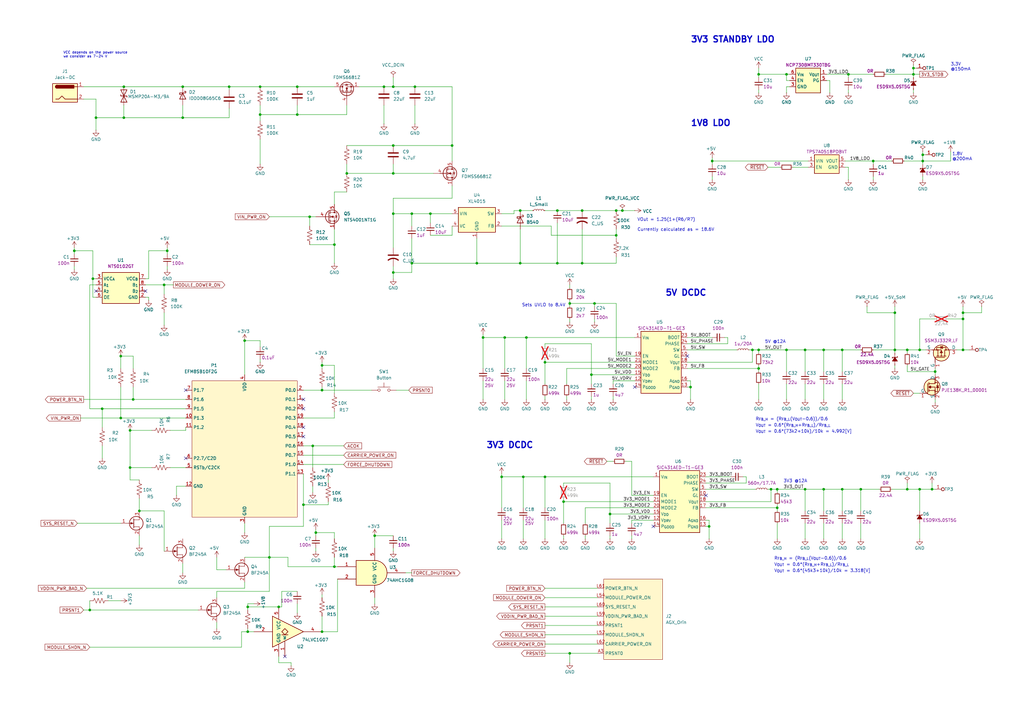
<source format=kicad_sch>
(kicad_sch (version 20250114) (generator "eeschema") (generator_version "9.0")
  (paper "A3")
  (title_block (title "Humanoid-H1") (date "2025-11-29") (rev "v1.0") (company "Bosch Global Software Techonlogies") (comment 1 "FitFest2025 Hackathon") (comment 2 "Team Name: VoltEdge"))
  (lib_symbols
    (symbol "74xGxx:74AHC1G08"
      (property "Reference" "U" (at -2.54 3.81 0))
      (property "Value" "74AHC1G08" (at 0 -3.81 0))
      (symbol "74AHC1G08_1_1"
        (pin input line (at -15.24 2.54 0) (length 7.62) (name "~") (number "1"))
        (pin input line (at -15.24 -2.54 0) (length 7.62) (name "~") (number "2"))
        (pin power_in line (at 0 10.16 270) (length 5.08) (name "VCC") (number "5"))
        (pin power_in line (at 0 -10.16 90) (length 5.08) (name "GND") (number "3"))
        (pin output line (at 12.7 0 180) (length 7.62) (name "~") (number "4"))
      )
    )
    (symbol "74xGxx:74LVC1G07"
      (property "Reference" "U" (at 0 7.62 0))
      (property "Value" "74LVC1G07" (at 3.81 -7.62 0))
      (symbol "74LVC1G07_1_1"
        (pin input line (at -15.24 0 0) (length 7.62) (name "~") (number "2"))
        (pin power_in line (at -5.08 10.16 270) (length 5.08) (name "VCC") (number "5"))
        (pin power_in line (at -5.08 -10.16 90) (length 5.08) (name "GND") (number "3"))
        (pin free line (at -2.54 -10.16 90) (length 6.35) (name "NC") (number "1"))
        (pin open_collector line (at 12.7 0 180) (length 7.62) (name "~") (number "4"))
      )
    )
    (symbol "Connector:Jack-DC" (pin_names (offset 1.016))
      (property "Reference" "J" (at 0 5.334 0))
      (property "Value" "Jack-DC" (at 0 -5.08 0))
      (symbol "Jack-DC_1_1"
        (pin passive line (at 7.62 2.54 180) (length 2.54) (name "~") (number "1"))
        (pin passive line (at 7.62 -2.54 180) (length 2.54) (name "~") (number "2"))
      )
    )
    (symbol "Device:C" (pin_numbers (hide yes)) (pin_names (offset 0.254))
      (property "Reference" "C" (at 0.635 2.54 0))
      (property "Value" "C" (at 0.635 -2.54 0))
      (symbol "C_1_1"
        (pin passive line (at 0 3.81 270) (length 2.794) (name "~") (number "1"))
        (pin passive line (at 0 -3.81 90) (length 2.794) (name "~") (number "2"))
      )
    )
    (symbol "Device:C_US" (pin_numbers (hide yes)) (pin_names (offset 0.254) (hide yes))
      (property "Reference" "C" (at 0.635 2.54 0))
      (property "Value" "C_US" (at 0.635 -2.54 0))
      (symbol "C_US_1_1"
        (pin passive line (at 0 3.81 270) (length 2.794) (name "~") (number "1"))
        (pin passive line (at 0 -3.81 90) (length 3.302) (name "~") (number "2"))
      )
    )
    (symbol "Device:L_Small" (pin_numbers (hide yes)) (pin_names (offset 0.254) (hide yes))
      (property "Reference" "L" (at 0.762 1.016 0))
      (property "Value" "L_Small" (at 0.762 -1.016 0))
      (symbol "L_Small_1_1"
        (pin passive line (at 0 2.54 270) (length 0.508) (name "~") (number "1"))
        (pin passive line (at 0 -2.54 90) (length 0.508) (name "~") (number "2"))
      )
    )
    (symbol "Device:R_US" (pin_numbers (hide yes)) (pin_names (offset 0))
      (property "Reference" "R" (at 2.54 0 90))
      (property "Value" "R_US" (at -2.54 0 90))
      (symbol "R_US_1_1"
        (pin passive line (at 0 3.81 270) (length 1.27) (name "~") (number "1"))
        (pin passive line (at 0 -3.81 90) (length 1.27) (name "~") (number "2"))
      )
    )
    (symbol "Diode:5KPxxCA" (pin_numbers (hide yes)) (pin_names (offset 1.016) (hide yes))
      (property "Reference" "D" (at 0 2.54 0))
      (property "Value" "5KPxxCA" (at 0 -2.54 0))
      (symbol "5KPxxCA_1_1"
        (pin passive line (at -3.81 0 0) (length 2.54) (name "A1") (number "1"))
        (pin passive line (at 3.81 0 180) (length 2.54) (name "A2") (number "2"))
      )
    )
    (symbol "Diode:B350" (pin_numbers (hide yes)) (pin_names (offset 1.016) (hide yes))
      (property "Reference" "D" (at 0 2.54 0))
      (property "Value" "B350" (at 0 -2.54 0))
      (symbol "B350_1_1"
        (pin passive line (at -3.81 0 0) (length 2.54) (name "K") (number "1"))
        (pin passive line (at 3.81 0 180) (length 2.54) (name "A") (number "2"))
      )
    )
    (symbol "Diode:IDDD08G65C6" (pin_numbers (hide yes)) (pin_names (offset 1.016) (hide yes))
      (property "Reference" "D" (at 0 2.54 0))
      (property "Value" "IDDD08G65C6" (at 0 -2.54 0))
      (symbol "IDDD08G65C6_1_1"
        (pin passive line (at -3.81 0 0) (length 2.54) (hide yes) (name "K") (number "10"))
        (pin passive line (at -3.81 0 0) (length 2.54) (name "K") (number "6"))
        (pin passive line (at -3.81 0 0) (length 2.54) (hide yes) (name "K") (number "7"))
        (pin passive line (at -3.81 0 0) (length 2.54) (hide yes) (name "K") (number "8"))
        (pin passive line (at -3.81 0 0) (length 2.54) (hide yes) (name "K") (number "9"))
        (pin no_connect line (at 1.27 1.27 180) (length 2.54) (hide yes) (name "NC") (number "2"))
        (pin no_connect line (at 1.27 -1.27 180) (length 2.54) (hide yes) (name "NC") (number "1"))
        (pin passive line (at 3.81 0 180) (length 2.54) (name "A") (number "3"))
        (pin passive line (at 3.81 0 180) (length 2.54) (hide yes) (name "A") (number "4"))
        (pin passive line (at 3.81 0 180) (length 2.54) (hide yes) (name "A") (number "5"))
      )
    )
    (symbol "EFM8SB10F2G:EFM8SB10F2G"
      (property "Reference" "P1" (at -11.176 3.81 0))
      (property "Value" "EFM8SB10F2G" (at -11.176 1.27 0))
      (symbol "EFM8SB10F2G_1_1"
        (pin passive line (at -24.13 -6.35 0) (length 2.54) (name "P1.7") (number "7"))
        (pin passive line (at -24.13 -10.16 0) (length 2.54) (name "P1.6") (number "8"))
        (pin passive line (at -24.13 -13.97 0) (length 2.54) (name "P1.5") (number "9"))
        (pin passive line (at -24.13 -17.78 0) (length 2.54) (name "P1.3") (number "10"))
        (pin passive line (at -24.13 -21.59 0) (length 2.54) (name "P1.2") (number "11"))
        (pin passive line (at -24.13 -34.29 0) (length 2.54) (name "P2.7/C2D") (number "6"))
        (pin passive line (at -24.13 -38.1 0) (length 2.54) (name "RSTb/C2CK") (number "5"))
        (pin passive line (at -24.13 -45.72 0) (length 2.54) (name "GND") (number "12"))
        (pin power_in line (at 0 0 270) (length 2.54) (name "VDD") (number "4"))
        (pin passive line (at 0 -60.96 90) (length 2.54) (name "GND") (number "3"))
        (pin passive line (at 24.13 -6.35 180) (length 2.54) (name "P0.0") (number "2"))
        (pin passive line (at 24.13 -10.16 180) (length 2.54) (name "P0.1") (number "1"))
        (pin passive line (at 24.13 -13.97 180) (length 2.54) (name "P0.2") (number "20"))
        (pin passive line (at 24.13 -17.78 180) (length 2.54) (name "P0.3") (number "19"))
        (pin passive line (at 24.13 -21.59 180) (length 2.54) (name "P0.4") (number "18"))
        (pin passive line (at 24.13 -25.4 180) (length 2.54) (name "P0.5") (number "17"))
        (pin passive line (at 24.13 -29.21 180) (length 2.54) (name "P0.6") (number "16"))
        (pin passive line (at 24.13 -33.02 180) (length 2.54) (name "P0.7") (number "15"))
        (pin passive line (at 24.13 -36.83 180) (length 2.54) (name "P1.0") (number "14"))
        (pin passive line (at 24.13 -40.64 180) (length 2.54) (name "P1.1") (number "13"))
      )
    )
    (symbol "Jetson_AGX_Orin:AGX_Orin-PowerSupply"
      (property "Reference" "J13" (at 12.7 -19.0499 0))
      (property "Value" "AGX_Orin" (at 12.7 -21.5899 0))
      (symbol "AGX_Orin-PowerSupply_1_1"
        (pin passive line (at -15.24 -7.62 0) (length 2.54) (name "POWER_BTN_N") (number "L61"))
        (pin passive line (at -15.24 -11.43 0) (length 2.54) (name "MODULE_POWER_ON") (number "L54"))
        (pin passive line (at -15.24 -15.24 0) (length 2.54) (name "SYS_RESET_N") (number "L60"))
        (pin passive line (at -15.24 -19.05 0) (length 2.54) (name "VDDIN_PWR_BAD_N") (number "L59"))
        (pin passive line (at -15.24 -22.86 0) (length 2.54) (name "PRSNT1") (number "L63"))
        (pin passive line (at -15.24 -26.67 0) (length 2.54) (name "MODULE_SHDN_N") (number "L52"))
        (pin passive line (at -15.24 -30.48 0) (length 2.54) (name "CARRIER_POWER_ON") (number "L62"))
        (pin passive line (at -15.24 -34.29 0) (length 2.54) (name "PRSNT0") (number "A3"))
      )
    )
    (symbol "Regulator_Switching:XL4015"
      (property "Reference" "U?" (at -6.35 6.35 0))
      (property "Value" "XL4015" (at 6.35 6.35 0))
      (symbol "XL4015_1_1"
        (pin power_in line (at -10.16 2.54 0) (length 2.54) (name "VIN") (number "5"))
        (pin input line (at -10.16 -2.54 0) (length 2.54) (name "VC") (number "4"))
        (pin power_in line (at 0 -7.62 90) (length 2.54) (name "GND") (number "1"))
        (pin power_out line (at 10.16 2.54 180) (length 2.54) (name "SW") (number "3"))
        (pin input line (at 10.16 -2.54 180) (length 2.54) (name "FB") (number "2"))
      )
    )
    (symbol "SIC431AED-T1-GE3_1"
      (property "Reference" "U" (at 33.02 -2.54 0))
      (property "MPN" "SIC431AED-T1-GE3 " (at 33.02 -5.08 0))
      (symbol "SIC431AED-T1-GE3_1_1_1"
        (pin power_in line (at 0 0 0) (length 2.54) (name "V_{IN}") (number "1"))
        (pin passive line (at 0 0 0) (length 2.54) (hide yes) (name "V_{IN}") (number "2"))
        (pin passive line (at 0 0 0) (length 2.54) (hide yes) (name "V_{IN}") (number "22"))
        (pin passive line (at 0 0 0) (length 2.54) (hide yes) (name "V_{IN}") (number "26"))
        (pin input line (at 0 -7.62 0) (length 2.54) (name "EN") (number "19"))
        (pin input line (at 0 -10.16 0) (length 2.54) (name "MODE1") (number "21"))
        (pin input line (at 0 -12.7 0) (length 2.54) (name "MODE2") (number "20"))
        (pin passive line (at 0 -15.24 0) (length 2.54) (name "V_{DD}") (number "15"))
        (pin passive line (at 0 -17.78 0) (length 2.54) (name "V_{DRV}") (number "12"))
        (pin output line (at 0 -20.32 0) (length 2.54) (name "P_{GOOD}") (number "14"))
        (pin passive line (at 21.59 0 180) (length 2.54) (name "BOOT") (number "23"))
        (pin passive line (at 21.59 -2.54 180) (length 2.54) (name "PHASE") (number "24"))
        (pin passive line (at 21.59 -5.08 180) (length 2.54) (name "SW") (number "5"))
        (pin passive line (at 21.59 -5.08 180) (length 2.54) (hide yes) (name "SW") (number "6"))
        (pin passive line (at 21.59 -5.08 180) (length 2.54) (hide yes) (name "SW") (number "7"))
        (pin passive line (at 21.59 -5.08 180) (length 2.54) (hide yes) (name "SW") (number "8"))
        (pin passive line (at 21.59 -5.08 180) (length 2.54) (hide yes) (name "SW") (number "9"))
        (pin passive line (at 21.59 -7.62 180) (length 2.54) (name "GL") (number "10"))
        (pin passive line (at 21.59 -7.62 180) (length 2.54) (hide yes) (name "GL") (number "11"))
        (pin passive line (at 21.59 -7.62 180) (length 2.54) (hide yes) (name "GL") (number "28"))
        (pin passive line (at 21.59 -10.16 180) (length 2.54) (name "V_{OUT}") (number "18"))
        (pin passive line (at 21.59 -12.7 180) (length 2.54) (name "FB") (number "17"))
        (pin power_in line (at 21.59 -17.78 180) (length 2.54) (name "A_{GND}") (number "16"))
        (pin passive line (at 21.59 -17.78 180) (length 2.54) (hide yes) (name "A_{GND}") (number "25"))
        (pin power_in line (at 21.59 -20.32 180) (length 2.54) (name "P_{GND}") (number "13"))
        (pin passive line (at 21.59 -20.32 180) (length 2.54) (hide yes) (name "P_{GND}") (number "27"))
        (pin passive line (at 21.59 -20.32 180) (length 2.54) (hide yes) (name "P_{GND}") (number "3"))
        (pin passive line (at 21.59 -20.32 180) (length 2.54) (hide yes) (name "P_{GND}") (number "4"))
      )
    )
    (symbol "Switch:SW_Push" (pin_numbers (hide yes)) (pin_names (offset 1.016) (hide yes))
      (property "Reference" "SW" (at 1.27 2.54 0))
      (property "Value" "SW_Push" (at 0 -1.524 0))
      (symbol "SW_Push_0_1"
        (pin passive line (at -5.08 0 0) (length 2.54) (name "1") (number "1"))
        (pin passive line (at 5.08 0 180) (length 2.54) (name "2") (number "2"))
      )
    )
    (symbol "Transistor_FET:BF245A" (pin_names (hide yes))
      (property "Reference" "Q" (at 5.08 1.905 0))
      (property "Value" "BF245A" (at 5.08 0 0))
      (symbol "BF245A_1_1"
        (pin input line (at -5.08 0 0) (length 2.54) (name "G") (number "1"))
        (pin passive line (at 2.54 5.08 270) (length 2.54) (name "D") (number "3"))
        (pin passive line (at 2.54 -5.08 90) (length 2.54) (name "S") (number "2"))
      )
    )
    (symbol "Transistor_FET:FDMS86150" (pin_names (offset 0) (hide yes))
      (property "Reference" "Q" (at 5.08 1.905 0))
      (property "Value" "FDMS86150" (at 5.08 0 0))
      (symbol "FDMS86150_1_1"
        (pin input line (at -5.08 0 0) (length 5.08) (name "G") (number "4"))
        (pin passive line (at 2.54 5.08 270) (length 2.54) (name "D") (number "5"))
        (pin passive line (at 2.54 -5.08 90) (length 2.54) (name "S") (number "1"))
        (pin passive line (at 2.54 -5.08 90) (length 2.54) (hide yes) (name "S") (number "2"))
        (pin passive line (at 2.54 -5.08 90) (length 2.54) (hide yes) (name "S") (number "3"))
      )
    )
    (symbol "antmicroCapacitors0402:C_100n_0402" (pin_numbers (hide yes)) (pin_names (hide yes))
      (property "Reference" "C" (at 20.32 -5.08 0))
      (property "Val" "100n" (at 20.32 -7.62 0))
      (symbol "C_100n_0402_1_1"
        (pin passive line (at 0 0 0) (length 2.032) (name "~") (number "1"))
        (pin passive line (at 5.08 0 180) (length 2.032) (name "~") (number "2"))
      )
    )
    (symbol "antmicroCapacitors0402:C_10u_0402" (pin_numbers (hide yes)) (pin_names (hide yes))
      (property "Reference" "C" (at 20.32 -5.08 0))
      (property "Val" "10u" (at 20.32 -7.62 0))
      (symbol "C_10u_0402_1_1"
        (pin passive line (at 0 0 0) (length 2.032) (name "~") (number "1"))
        (pin passive line (at 5.08 0 180) (length 2.032) (name "~") (number "2"))
      )
    )
    (symbol "antmicroCapacitors0402:C_1u_0402" (pin_numbers (hide yes)) (pin_names (hide yes))
      (property "Reference" "C" (at 20.32 -5.08 0))
      (property "Val" "1u" (at 20.32 -7.62 0))
      (symbol "C_1u_0402_1_1"
        (pin passive line (at 0 0 0) (length 2.032) (name "~") (number "1"))
        (pin passive line (at 5.08 0 180) (length 2.032) (name "~") (number "2"))
      )
    )
    (symbol "antmicroCapacitors0402:C_4u7_25V_0402" (pin_numbers (hide yes)) (pin_names (hide yes))
      (property "Reference" "C" (at 20.32 -5.08 0))
      (property "Val" "4u7" (at 20.32 -7.62 0))
      (symbol "C_4u7_25V_0402_1_1"
        (pin passive line (at 0 0 0) (length 2.032) (name "~") (number "1"))
        (pin passive line (at 5.08 0 180) (length 2.032) (name "~") (number "2"))
      )
    )
    (symbol "antmicroCapacitors0603:C_10u_25V_0603" (pin_numbers (hide yes)) (pin_names (hide yes))
      (property "Reference" "C" (at 20.32 -5.08 0))
      (property "Val" "10u" (at 20.32 -7.62 0))
      (symbol "C_10u_25V_0603_1_1"
        (pin passive line (at 0 0 0) (length 2.032) (name "~") (number "1"))
        (pin passive line (at 5.08 0 180) (length 2.032) (name "~") (number "2"))
      )
    )
    (symbol "antmicroCapacitors0603:C_22u_16V_0603" (pin_numbers (hide yes)) (pin_names (hide yes))
      (property "Reference" "C" (at 20.32 -5.08 0))
      (property "Val" "22u" (at 20.32 -7.62 0))
      (symbol "C_22u_16V_0603_1_1"
        (pin passive line (at 0 0 0) (length 2.032) (name "~") (number "1"))
        (pin passive line (at 5.08 0 180) (length 2.032) (name "~") (number "2"))
      )
    )
    (symbol "antmicroCapacitorsmisc:C_22u_25V_0805" (pin_numbers (hide yes)) (pin_names (hide yes))
      (property "Reference" "C" (at 20.32 -5.08 0))
      (property "Val" "22u" (at 20.32 -7.62 0))
      (property "Voltage" "25V" (at 20.32 -27.94 0))
      (symbol "C_22u_25V_0805_1_1"
        (pin passive line (at 0 0 0) (length 2.032) (name "~") (number "1"))
        (pin passive line (at 5.08 0 180) (length 2.032) (name "~") (number "2"))
      )
    )
    (symbol "antmicroDCDCConverters:SIC431AED-T1-GE3"
      (property "Reference" "U" (at 33.02 -2.54 0))
      (property "MPN" "SIC431AED-T1-GE3 " (at 33.02 -5.08 0))
      (symbol "SIC431AED-T1-GE3_1_1"
        (pin power_in line (at 0 0 0) (length 2.54) (name "V_{IN}") (number "1"))
        (pin passive line (at 0 0 0) (length 2.54) (hide yes) (name "V_{IN}") (number "2"))
        (pin passive line (at 0 0 0) (length 2.54) (hide yes) (name "V_{IN}") (number "22"))
        (pin passive line (at 0 0 0) (length 2.54) (hide yes) (name "V_{IN}") (number "26"))
        (pin input line (at 0 -7.62 0) (length 2.54) (name "EN") (number "19"))
        (pin input line (at 0 -10.16 0) (length 2.54) (name "MODE1") (number "21"))
        (pin input line (at 0 -12.7 0) (length 2.54) (name "MODE2") (number "20"))
        (pin passive line (at 0 -15.24 0) (length 2.54) (name "V_{DD}") (number "15"))
        (pin passive line (at 0 -17.78 0) (length 2.54) (name "V_{DRV}") (number "12"))
        (pin output line (at 0 -20.32 0) (length 2.54) (name "P_{GOOD}") (number "14"))
        (pin passive line (at 21.59 0 180) (length 2.54) (name "BOOT") (number "23"))
        (pin passive line (at 21.59 -2.54 180) (length 2.54) (name "PHASE") (number "24"))
        (pin passive line (at 21.59 -5.08 180) (length 2.54) (name "SW") (number "5"))
        (pin passive line (at 21.59 -5.08 180) (length 2.54) (hide yes) (name "SW") (number "6"))
        (pin passive line (at 21.59 -5.08 180) (length 2.54) (hide yes) (name "SW") (number "7"))
        (pin passive line (at 21.59 -5.08 180) (length 2.54) (hide yes) (name "SW") (number "8"))
        (pin passive line (at 21.59 -5.08 180) (length 2.54) (hide yes) (name "SW") (number "9"))
        (pin passive line (at 21.59 -7.62 180) (length 2.54) (name "GL") (number "10"))
        (pin passive line (at 21.59 -7.62 180) (length 2.54) (hide yes) (name "GL") (number "11"))
        (pin passive line (at 21.59 -7.62 180) (length 2.54) (hide yes) (name "GL") (number "28"))
        (pin passive line (at 21.59 -10.16 180) (length 2.54) (name "V_{OUT}") (number "18"))
        (pin passive line (at 21.59 -12.7 180) (length 2.54) (name "FB") (number "17"))
        (pin power_in line (at 21.59 -17.78 180) (length 2.54) (name "A_{GND}") (number "16"))
        (pin passive line (at 21.59 -17.78 180) (length 2.54) (hide yes) (name "A_{GND}") (number "25"))
        (pin power_in line (at 21.59 -20.32 180) (length 2.54) (name "P_{GND}") (number "13"))
        (pin passive line (at 21.59 -20.32 180) (length 2.54) (hide yes) (name "P_{GND}") (number "27"))
        (pin passive line (at 21.59 -20.32 180) (length 2.54) (hide yes) (name "P_{GND}") (number "3"))
        (pin passive line (at 21.59 -20.32 180) (length 2.54) (hide yes) (name "P_{GND}") (number "4"))
      )
    )
    (symbol "antmicroFixedInductors:L_1u_20A_Bourns-SRP6050CA" (pin_numbers (hide yes)) (pin_names (hide yes))
      (property "Reference" "L" (at 13.97 0 0))
      (property "Val" "1u/20A" (at 13.97 -5.08 0))
      (symbol "L_1u_20A_Bourns-SRP6050CA_1_1"
        (pin passive line (at 0 0 0) (length 0.508) (name "~") (number "1"))
        (pin passive line (at 5.08 0 180) (length 0.508) (name "~") (number "2"))
      )
    )
    (symbol "antmicroFixedInductors:L_560n_17.7A_Bourns-SRP5030CA" (pin_numbers (hide yes)) (pin_names (hide yes))
      (property "Reference" "L" (at 13.97 0 0))
      (property "Val" "560n/17.7A" (at 13.97 -5.08 0))
      (symbol "L_560n_17.7A_Bourns-SRP5030CA_1_1"
        (pin passive line (at 0 0 0) (length 0.508) (name "~") (number "1"))
        (pin passive line (at 5.08 0 180) (length 0.508) (name "~") (number "2"))
      )
    )
    (symbol "antmicroLogicTranslatorsLevelShifters:NTS0102_XSON"
      (property "Reference" "U" (at 35.56 -2.54 0))
      (property "MPN" "NTS0102GT" (at 35.56 -5.08 0))
      (symbol "NTS0102_XSON_1_1"
        (pin power_in line (at 0 0 0) (length 2.54) (name "VCC_{A}") (number "3"))
        (pin bidirectional line (at 0 -2.54 0) (length 2.54) (name "A_{1}") (number "5"))
        (pin bidirectional line (at 0 -5.08 0) (length 2.54) (name "A_{2}") (number "4"))
        (pin input line (at 0 -7.62 0) (length 2.54) (name "OE") (number "6"))
        (pin power_in line (at 20.32 0 180) (length 2.54) (name "VCC_{B}") (number "7"))
        (pin bidirectional line (at 20.32 -2.54 180) (length 2.54) (name "B_{1}") (number "8"))
        (pin bidirectional line (at 20.32 -5.08 180) (length 2.54) (name "B_{2}") (number "1"))
        (pin power_in line (at 20.32 -7.62 180) (length 2.54) (name "GND") (number "2"))
      )
    )
    (symbol "antmicroPMICVoltageRegulatorsLinear:NCP730BMT330_WSON"
      (property "Reference" "U" (at 30.48 -2.54 0))
      (property "MPN" "NCP730BMT330TBG" (at 30.48 -12.7 0))
      (symbol "NCP730BMT330_WSON_1_1"
        (pin power_in line (at 0 0 0) (length 2.54) (name "V_{IN}") (number "6"))
        (pin input line (at 0 -2.54 0) (length 2.54) (name "EN") (number "4"))
        (pin power_in line (at 0 -5.08 0) (length 2.54) (name "GND") (number "3"))
        (pin passive line (at 0 -5.08 0) (length 2.54) (hide yes) (name "GND") (number "7"))
        (pin no_connect line (at 12.7 -5.08 180) (length 2.54) (hide yes) (name "NC") (number "2"))
        (pin power_out line (at 15.24 0 180) (length 2.54) (name "V_{OUT}") (number "1"))
        (pin open_collector line (at 15.24 -2.54 180) (length 2.54) (name "PG") (number "5"))
      )
    )
    (symbol "antmicroPMICVoltageRegulatorsLinear:TPS7A0518P_SOT23-5"
      (property "Reference" "U" (at 26.67 -1.27 0))
      (property "MPN" "TPS7A0518PDBVT" (at 26.67 -11.43 0))
      (symbol "TPS7A0518P_SOT23-5_1_1"
        (pin power_in line (at 0 0 0) (length 2.54) (name "VIN") (number "1"))
        (pin input line (at 0 -2.54 0) (length 2.54) (name "EN") (number "3"))
        (pin no_connect line (at 2.54 -3.81 0) (length 2.54) (hide yes) (name "NC") (number "4"))
        (pin power_out line (at 15.24 0 180) (length 2.54) (name "VOUT") (number "5"))
        (pin power_in line (at 15.24 -2.54 180) (length 2.54) (name "GND") (number "2"))
      )
    )
    (symbol "antmicroResistors0402:R_0R_0402" (pin_numbers (hide yes)) (pin_names (hide yes))
      (property "Reference" "R" (at 20.32 -5.08 0))
      (property "Val" "0R" (at 20.32 -7.62 0))
      (symbol "R_0R_0402_1_1"
        (pin passive line (at 0 0 0) (length 0.635) (name "~") (number "1"))
        (pin passive line (at 5.08 0 180) (length 0.635) (name "~") (number "2"))
      )
    )
    (symbol "antmicroResistors0402:R_10k_0402" (pin_numbers (hide yes)) (pin_names (hide yes))
      (property "Reference" "R" (at 20.32 -5.08 0))
      (property "Val" "10k" (at 20.32 -7.62 0))
      (symbol "R_10k_0402_1_1"
        (pin passive line (at 0 0 0) (length 0.635) (name "~") (number "1"))
        (pin passive line (at 5.08 0 180) (length 0.635) (name "~") (number "2"))
      )
    )
    (symbol "antmicroResistors0402:R_20k_0402" (pin_numbers (hide yes)) (pin_names (hide yes))
      (property "Reference" "R" (at 20.32 -5.08 0))
      (property "Val" "20k" (at 20.32 -7.62 0))
      (symbol "R_20k_0402_1_1"
        (pin passive line (at 0 0 0) (length 0.635) (name "~") (number "1"))
        (pin passive line (at 5.08 0 180) (length 0.635) (name "~") (number "2"))
      )
    )
    (symbol "antmicroResistors0402:R_2k7_0402" (pin_numbers (hide yes)) (pin_names (hide yes))
      (property "Reference" "R" (at 20.32 -5.08 0))
      (property "Val" "2k7" (at 20.32 -7.62 0))
      (symbol "R_2k7_0402_1_1"
        (pin passive line (at 0 0 0) (length 0.635) (name "~") (number "1"))
        (pin passive line (at 5.08 0 180) (length 0.635) (name "~") (number "2"))
      )
    )
    (symbol "antmicroResistors0402:R_45k3_0402" (pin_numbers (hide yes)) (pin_names (hide yes))
      (property "Reference" "R" (at 20.32 -5.08 0))
      (property "Val" "45k3" (at 20.32 -7.62 0))
      (symbol "R_45k3_0402_1_1"
        (pin passive line (at 0 0 0) (length 0.635) (name "~") (number "1"))
        (pin passive line (at 5.08 0 180) (length 0.635) (name "~") (number "2"))
      )
    )
    (symbol "antmicroResistors0402:R_499k_0402" (pin_numbers (hide yes)) (pin_names (hide yes))
      (property "Reference" "R" (at 20.32 -5.08 0))
      (property "Val" "499k" (at 20.32 -7.62 0))
      (symbol "R_499k_0402_1_1"
        (pin passive line (at 0 0 0) (length 0.635) (name "~") (number "1"))
        (pin passive line (at 5.08 0 180) (length 0.635) (name "~") (number "2"))
      )
    )
    (symbol "antmicroResistors0402:R_73k2_0402" (pin_numbers (hide yes)) (pin_names (hide yes))
      (property "Reference" "R" (at 20.32 -5.08 0))
      (property "Val" "73k2" (at 20.32 -7.62 0))
      (symbol "R_73k2_0402_1_1"
        (pin passive line (at 0 0 0) (length 0.635) (name "~") (number "1"))
        (pin passive line (at 5.08 0 180) (length 0.635) (name "~") (number "2"))
      )
    )
    (symbol "antmicroResistors0603:R_0R_0603" (pin_numbers (hide yes)) (pin_names (hide yes))
      (property "Reference" "R" (at 20.32 -5.08 0))
      (property "Val" "0R" (at 20.32 -7.62 0))
      (symbol "R_0R_0603_1_1"
        (pin passive line (at 0 0 0) (length 0.635) (name "~") (number "1"))
        (pin passive line (at 5.08 0 180) (length 0.635) (name "~") (number "2"))
      )
    )
    (symbol "antmicroResistors0603:R_0R_22.4A_0603" (pin_numbers (hide yes)) (pin_names (hide yes))
      (property "Reference" "R" (at 15.24 -2.54 0))
      (property "Value" "R_0R_22.4A_0603" (at 15.24 -5.08 0))
      (property "Val" "0R" (at 15.24 -7.62 0))
      (property "Max. Curr." "22.4A" (at 15.24 -20.32 0))
      (symbol "R_0R_22.4A_0603_1_1"
        (pin passive line (at 0 0 0) (length 0.635) (name "~") (number "1"))
        (pin passive line (at 5.08 0 180) (length 0.635) (name "~") (number "2"))
      )
    )
    (symbol "antmicroTVSDiodes:ESD9X5.0ST5G" (pin_numbers (hide yes)) (pin_names (hide yes))
      (property "Reference" "D" (at 21.59 -2.54 0))
      (property "MPN" "ESD9X5.0ST5G" (at 21.59 -5.08 0))
      (symbol "ESD9X5.0ST5G_1_1"
        (pin passive line (at 0 0 0) (length 0.635) (name "C") (number "1"))
        (pin passive line (at 5.08 0 180) (length 0.635) (name "A") (number "2"))
      )
    )
    (symbol "antmicroTestPoints:TP_0.75mm_SMD" (pin_names (hide yes)) (in_bom no)
      (property "Reference" "TP" (at 10.16 -1.27 0))
      (symbol "TP_0.75mm_SMD_1_1"
        (pin passive line (at 0 0 0) (length 2.54) (name "1") (number "1"))
      )
    )
    (symbol "antmicroTransistorsFETsMOSFETsSingle:PJE138K" (pin_names (offset 0))
      (property "Reference" "Q" (at 22.86 -6.35 0))
      (property "MPN" "PJE138K_R1_00001" (at 22.86 -16.51 0))
      (symbol "PJE138K_1_1"
        (pin passive line (at 0 0 0) (length 2.54) (name "G") (number "1"))
        (pin passive line (at 6.35 7.62 270) (length 2.54) (name "D") (number "3"))
        (pin passive line (at 6.35 -2.54 90) (length 2.54) (name "S") (number "2"))
      )
    )
    (symbol "antmicroTransistorsFETsMOSFETsSingle:SSM3J332R" (pin_names (offset 0))
      (property "Reference" "Q" (at 13.97 0 0))
      (property "MPN" "SSM3J332R,LF" (at 13.97 -10.16 0))
      (symbol "SSM3J332R_1_1"
        (pin bidirectional line (at 0 0 0) (length 2.54) (name "G") (number "1"))
        (pin bidirectional line (at 7.62 8.89 270) (length 2.54) (name "D") (number "3"))
        (pin bidirectional line (at 7.62 -3.81 90) (length 2.54) (name "S") (number "2"))
      )
    )
    (symbol "antmicropower:+1V8" (power) (pin_numbers (hide yes)) (pin_names (hide yes))
      (property "Value" "+1V8" (at -3.175 2.54 0))
      (symbol "+1V8_1_1"
        (pin power_in line (at 0 0 90) (length 0) (hide yes) (name "+1V8") (number "1"))
      )
    )
    (symbol "antmicropower:+3V3" (power) (pin_numbers (hide yes)) (pin_names (hide yes))
      (property "Value" "+3V3" (at -3.175 2.54 0))
      (symbol "+3V3_1_1"
        (pin power_in line (at 0 0 90) (length 0) (hide yes) (name "+3V3") (number "1"))
      )
    )
    (symbol "antmicropower:+5V" (power) (pin_numbers (hide yes)) (pin_names (hide yes))
      (property "Value" "+5V" (at 15.24 -5.08 0))
      (symbol "+5V_1_1"
        (pin power_in line (at 0 0 90) (length 0) (name "+5V") (number "1"))
      )
    )
    (symbol "antmicropower:GND" (power) (pin_numbers (hide yes)) (pin_names (hide yes))
      (property "Value" "GND" (at 8.89 -5.08 0))
      (symbol "GND_1_1"
        (pin power_in line (at 0 0 270) (length 0) (name "GND") (number "1"))
      )
    )
    (symbol "antmicropower:PWR_FLAG" (power) (pin_numbers (hide yes)) (pin_names (offset 0) (hide yes))
      (property "Value" "PWR_FLAG" (at 0 3.81 0))
      (symbol "PWR_FLAG_0_0"
        (pin power_out line (at 0 0 90) (length 0) (name "pwr") (number "1"))
      )
    )
    (symbol "antmicropower:VCC" (power) (pin_names (offset 0))
      (property "Value" "VCC" (at 0 3.81 0))
      (symbol "VCC_1_1"
        (pin power_in line (at 0 0 90) (length 0) (hide yes) (name "VCC") (number "1"))
      )
    )
    (symbol "power:PWR_FLAG" (power) (pin_numbers (hide yes)) (pin_names (offset 0) (hide yes))
      (property "Value" "PWR_FLAG" (at 0 3.81 0))
      (symbol "PWR_FLAG_0_0"
        (pin power_out line (at 0 0 90) (length 0) (name "~") (number "1"))
      )
    )
    (symbol "power:VCC" (power) (pin_numbers (hide yes)) (pin_names (offset 0) (hide yes))
      (property "Value" "VCC" (at 0 3.556 0))
      (symbol "VCC_1_1"
        (pin power_in line (at 0 0 90) (length 0) (name "~") (number "1"))
      )
    )
  )
  (text "5V @12A\n" (at 313.69 140.97 0) (effects (font (size 1.27 1.27)) (justify left bottom)))
  (text "VOut = 1.25(1+(R6/R7)\n\nCurrently calculated as = 18.6V" (at 261.366 94.996 0) (effects (font (size 1.27 1.27)) (justify left bottom)))
  (text "V_{OUT} = 0.6*(45k3+10k)/10k = 3.318[V]" (at 317.5 234.95 0) (effects (font (size 1.27 1.27)) (justify left bottom)))
  (text "V_{OUT} = 0.6*(R_{FB_H}+R_{FB_L})/R_{FB_L}\n" (at 309.88 175.26 0) (effects (font (size 1.27 1.27)) (justify left bottom)))
  (text "3.3V\n@150mA" (at 389.89 29.21 0) (effects (font (size 1.27 1.27)) (justify left bottom)))
  (text "5V DCDC" (at 272.796 121.666 0) (effects (font (size 2.5 2.5) (bold yes)) (justify left bottom)))
  (text "3V3 STANDBY LDO" (at 283.21 17.78 0) (effects (font (size 2.5 2.5) (bold yes)) (justify left bottom)))
  (text "1V8 LDO" (at 283.21 52.07 0) (effects (font (size 2.5 2.5) (bold yes)) (justify left bottom)))
  (text "1.8V\n@200mA" (at 390.525 66.04 0) (effects (font (size 1.27 1.27)) (justify left bottom)))
  (text "V_{OUT} = 0.6*(R_{FB_H}+R_{FB_L})/R_{FB_L}\n" (at 317.5 232.41 0) (effects (font (size 1.27 1.27)) (justify left bottom)))
  (text "R_{FB_H} = (R_{FB_L}(V_{OUT}-0.6))/0.6\n" (at 317.5 229.87 0) (effects (font (size 1.27 1.27)) (justify left bottom)))
  (text "V_{OUT} = 0.6*(73k2+10k)/10k = 4.992[V]" (at 309.88 177.8 0) (effects (font (size 1.27 1.27)) (justify left bottom)))
  (text "VCC depends on the power source\nwe consider as 7-24 V" (at 25.908 23.876 0) (effects (font (size 1 1)) (justify left bottom)))
  (text "3V3 DCDC" (at 199.39 184.15 0) (effects (font (size 2.5 2.5) (bold yes)) (justify left bottom)))
  (text "R_{FB_H} = (R_{FB_L}(V_{OUT}-0.6))/0.6\n" (at 309.88 172.72 0) (effects (font (size 1.27 1.27)) (justify left bottom)))
  (text "Sets UVLO to 8.4V" (at 223.012 125.222 0) (effects (font (size 1.27 1.27))))
  (text "3V3 @12A" (at 321.31 198.12 0) (effects (font (size 1.27 1.27)) (justify left bottom)))
  (junction (at 394.97 130.81))
  (junction (at 337.82 143.51))
  (junction (at 74.93 48.26))
  (junction (at 198.12 138.43))
  (junction (at 67.31 116.84))
  (junction (at 322.58 143.51))
  (junction (at 367.03 128.27))
  (junction (at 39.37 48.26))
  (junction (at 290.83 215.9))
  (junction (at 353.06 200.66))
  (junction (at 195.58 107.95))
  (junction (at 74.93 35.56))
  (junction (at 383.54 152.4))
  (junction (at 318.77 200.66))
  (junction (at 374.65 27.94))
  (junction (at 252.73 96.52))
  (junction (at 30.48 102.87))
  (junction (at 101.6 248.92))
  (junction (at 49.53 171.45))
  (junction (at 110.49 228.6))
  (junction (at 36.83 250.19))
  (junction (at 214.63 195.58))
  (junction (at 394.97 128.27))
  (junction (at 347.98 30.48))
  (junction (at 129.54 218.44))
  (junction (at 161.29 71.12))
  (junction (at 121.92 46.99))
  (junction (at 316.23 200.66))
  (junction (at 50.8 35.56))
  (junction (at 308.61 143.51))
  (junction (at 137.16 100.33))
  (junction (at 128.27 182.88))
  (junction (at 318.77 208.28))
  (junction (at 127 88.9))
  (junction (at 233.68 124.46))
  (junction (at 132.08 160.02))
  (junction (at 378.46 63.5))
  (junction (at 292.1 66.04))
  (junction (at 223.52 148.59))
  (junction (at 106.68 46.99))
  (junction (at 41.91 167.64))
  (junction (at 255.27 86.36))
  (junction (at 132.08 149.86))
  (junction (at 238.76 107.95))
  (junction (at 233.68 267.97))
  (junction (at 57.15 209.55))
  (junction (at 377.19 200.66))
  (junction (at 322.58 30.48))
  (junction (at 49.53 146.05))
  (junction (at 367.03 143.51))
  (junction (at 53.34 191.77))
  (junction (at 213.36 107.95))
  (junction (at 337.82 200.66))
  (junction (at 38.1 114.3))
  (junction (at 252.73 86.36))
  (junction (at 378.46 66.04))
  (junction (at 50.8 48.26))
  (junction (at 250.19 210.82))
  (junction (at 170.18 35.56))
  (junction (at 168.91 107.95))
  (junction (at 228.6 86.36))
  (junction (at 161.29 59.69))
  (junction (at 121.92 35.56))
  (junction (at 311.15 30.48))
  (junction (at 142.24 71.12))
  (junction (at 137.16 232.41))
  (junction (at 358.14 66.04))
  (junction (at 53.34 176.53))
  (junction (at 374.65 30.48))
  (junction (at 54.61 163.83))
  (junction (at 161.29 87.63))
  (junction (at 132.08 259.08))
  (junction (at 345.44 143.51))
  (junction (at 311.15 151.13))
  (junction (at 185.42 59.69))
  (junction (at 100.33 139.7))
  (junction (at 124.46 207.01))
  (junction (at 372.11 200.66))
  (junction (at 205.74 195.58))
  (junction (at 168.91 87.63))
  (junction (at 330.2 143.51))
  (junction (at 243.84 124.46))
  (junction (at 114.3 248.92))
  (junction (at 93.98 35.56))
  (junction (at 215.9 138.43))
  (junction (at 176.53 87.63))
  (junction (at 394.97 143.51))
  (junction (at 345.44 200.66))
  (junction (at 161.29 35.56))
  (junction (at 242.57 153.67))
  (junction (at 382.27 200.66))
  (junction (at 68.58 102.87))
  (junction (at 238.76 86.36))
  (junction (at 101.6 259.08))
  (junction (at 223.52 195.58))
  (junction (at 106.68 35.56))
  (junction (at 231.14 205.74))
  (junction (at 311.15 143.51))
  (junction (at 153.67 219.71))
  (junction (at 372.11 143.51))
  (junction (at 207.01 138.43))
  (junction (at 228.6 107.95))
  (junction (at 157.48 35.56))
  (junction (at 213.36 86.36))
  (junction (at 161.29 111.76))
  (junction (at 330.2 200.66))
  (junction (at 283.21 158.75))
  (junction (at 377.19 143.51))
  (no_connect (at 124.46 179.07))
  (no_connect (at 124.46 163.83))
  (no_connect (at 281.94 146.05))
  (no_connect (at 260.35 158.75))
  (no_connect (at 76.2 187.96))
  (no_connect (at 124.46 175.26))
  (no_connect (at 39.37 119.38))
  (no_connect (at 267.97 215.9))
  (no_connect (at 59.69 119.38))
  (no_connect (at 289.56 203.2))
  (no_connect (at 124.46 167.64))
  (no_connect (at 116.84 269.24))
  (no_connect (at 76.2 160.02))
  (wire (pts (xy 281.94 140.97) (xy 298.45 140.97)))
  (wire (pts (xy 377.19 200.66) (xy 382.27 200.66)))
  (wire (pts (xy 161.29 59.69) (xy 185.42 59.69)))
  (wire (pts (xy 306.07 195.58) (xy 304.8 195.58)))
  (wire (pts (xy 330.2 143.51) (xy 337.82 143.51)))
  (wire (pts (xy 223.52 213.36) (xy 223.52 220.98)))
  (wire (pts (xy 394.97 130.81) (xy 394.97 143.51)))
  (wire (pts (xy 88.9 242.57) (xy 110.49 242.57)))
  (wire (pts (xy 372.11 200.66) (xy 377.19 200.66)))
  (wire (pts (xy 306.07 198.12) (xy 306.07 195.58)))
  (wire (pts (xy 383.54 163.83) (xy 383.54 165.1)))
  (wire (pts (xy 168.91 107.95) (xy 195.58 107.95)))
  (wire (pts (xy 157.48 43.18) (xy 157.48 50.8)))
  (wire (pts (xy 238.76 107.95) (xy 252.73 107.95)))
  (wire (pts (xy 60.96 121.92) (xy 60.96 123.19)))
  (wire (pts (xy 311.15 30.48) (xy 322.58 30.48)))
  (wire (pts (xy 252.73 146.05) (xy 260.35 146.05)))
  (wire (pts (xy 322.58 35.56) (xy 323.85 35.56)))
  (wire (pts (xy 375.92 27.94) (xy 374.65 27.94)))
  (wire (pts (xy 330.2 214.63) (xy 330.2 220.98)))
  (wire (pts (xy 39.37 114.3) (xy 38.1 114.3)))
  (wire (pts (xy 394.97 128.27) (xy 394.97 130.81)))
  (wire (pts (xy 374.65 30.48) (xy 377.19 30.48)))
  (wire (pts (xy 259.08 213.36) (xy 259.08 214.63)))
  (wire (pts (xy 233.68 123.19) (xy 233.68 124.46)))
  (wire (pts (xy 106.68 147.32) (xy 106.68 148.59)))
  (wire (pts (xy 99.06 265.43) (xy 99.06 259.08)))
  (wire (pts (xy 54.61 158.75) (xy 54.61 163.83)))
  (wire (pts (xy 142.24 59.69) (xy 161.29 59.69)))
  (wire (pts (xy 161.29 109.22) (xy 161.29 111.76)))
  (wire (pts (xy 67.31 226.06) (xy 67.31 209.55)))
  (wire (pts (xy 106.68 43.18) (xy 106.68 46.99)))
  (wire (pts (xy 30.48 109.22) (xy 30.48 110.49)))
  (wire (pts (xy 121.92 242.57) (xy 115.57 242.57)))
  (wire (pts (xy 124.46 171.45) (xy 137.16 171.45)))
  (wire (pts (xy 377.19 214.63) (xy 377.19 220.98)))
  (wire (pts (xy 132.08 158.75) (xy 132.08 160.02)))
  (wire (pts (xy 161.29 87.63) (xy 161.29 101.6)))
  (wire (pts (xy 54.61 146.05) (xy 49.53 146.05)))
  (wire (pts (xy 388.62 130.81) (xy 394.97 130.81)))
  (wire (pts (xy 54.61 151.13) (xy 54.61 146.05)))
  (wire (pts (xy 30.48 101.6) (xy 30.48 102.87)))
  (wire (pts (xy 290.83 215.9) (xy 290.83 213.36)))
  (wire (pts (xy 382.27 198.12) (xy 382.27 200.66)))
  (wire (pts (xy 226.06 92.71) (xy 226.06 96.52)))
  (wire (pts (xy 281.94 148.59) (xy 308.61 148.59)))
  (wire (pts (xy 223.52 241.3) (xy 245.11 241.3)))
  (wire (pts (xy 128.27 182.88) (xy 128.27 191.77)))
  (wire (pts (xy 281.94 143.51) (xy 302.26 143.51)))
  (wire (pts (xy 289.56 200.66) (xy 309.88 200.66)))
  (wire (pts (xy 283.21 163.83) (xy 283.21 158.75)))
  (wire (pts (xy 250.19 198.12) (xy 250.19 210.82)))
  (wire (pts (xy 207.01 156.21) (xy 207.01 163.83)))
  (wire (pts (xy 161.29 71.12) (xy 177.8 71.12)))
  (wire (pts (xy 53.34 196.85) (xy 53.34 191.77)))
  (wire (pts (xy 367.03 149.86) (xy 367.03 151.13)))
  (wire (pts (xy 233.68 130.81) (xy 233.68 132.08)))
  (wire (pts (xy 377.19 130.81) (xy 383.54 130.81)))
  (wire (pts (xy 345.44 200.66) (xy 345.44 209.55)))
  (wire (pts (xy 88.9 228.6) (xy 88.9 233.68)))
  (wire (pts (xy 30.48 102.87) (xy 30.48 104.14)))
  (wire (pts (xy 101.6 248.92) (xy 101.6 250.19)))
  (wire (pts (xy 323.85 33.02) (xy 322.58 33.02)))
  (wire (pts (xy 124.46 182.88) (xy 128.27 182.88)))
  (wire (pts (xy 118.11 232.41) (xy 137.16 232.41)))
  (wire (pts (xy 372.11 152.4) (xy 372.11 149.86)))
  (wire (pts (xy 322.58 157.48) (xy 322.58 163.83)))
  (wire (pts (xy 289.56 213.36) (xy 290.83 213.36)))
  (wire (pts (xy 223.52 256.54) (xy 245.11 256.54)))
  (wire (pts (xy 114.3 269.24) (xy 114.3 271.78)))
  (wire (pts (xy 330.2 200.66) (xy 337.82 200.66)))
  (wire (pts (xy 168.91 87.63) (xy 176.53 87.63)))
  (wire (pts (xy 289.56 198.12) (xy 306.07 198.12)))
  (wire (pts (xy 57.15 219.71) (xy 57.15 223.52)))
  (wire (pts (xy 50.8 48.26) (xy 74.93 48.26)))
  (wire (pts (xy 318.77 209.55) (xy 318.77 208.28)))
  (wire (pts (xy 49.53 171.45) (xy 76.2 171.45)))
  (wire (pts (xy 374.65 36.83) (xy 374.65 38.1)))
  (wire (pts (xy 198.12 156.21) (xy 198.12 163.83)))
  (wire (pts (xy 198.12 138.43) (xy 207.01 138.43)))
  (wire (pts (xy 129.54 224.79) (xy 129.54 226.06)))
  (wire (pts (xy 242.57 162.56) (xy 242.57 163.83)))
  (wire (pts (xy 198.12 151.13) (xy 198.12 138.43)))
  (wire (pts (xy 115.57 248.92) (xy 114.3 248.92)))
  (wire (pts (xy 233.68 124.46) (xy 233.68 125.73)))
  (wire (pts (xy 153.67 245.11) (xy 153.67 247.65)))
  (wire (pts (xy 318.77 214.63) (xy 318.77 220.98)))
  (wire (pts (xy 322.58 143.51) (xy 322.58 152.4)))
  (wire (pts (xy 337.82 143.51) (xy 345.44 143.51)))
  (wire (pts (xy 314.96 68.58) (xy 320.04 68.58)))
  (wire (pts (xy 355.6 128.27) (xy 355.6 125.73)))
  (wire (pts (xy 231.14 204.47) (xy 231.14 205.74)))
  (wire (pts (xy 67.31 209.55) (xy 57.15 209.55)))
  (wire (pts (xy 374.65 27.94) (xy 374.65 26.67)))
  (wire (pts (xy 292.1 66.04) (xy 331.47 66.04)))
  (wire (pts (xy 347.98 30.48) (xy 347.98 31.75)))
  (wire (pts (xy 322.58 30.48) (xy 323.85 30.48)))
  (wire (pts (xy 372.11 143.51) (xy 377.19 143.51)))
  (wire (pts (xy 161.29 67.31) (xy 161.29 71.12)))
  (wire (pts (xy 138.43 237.49) (xy 138.43 259.08)))
  (wire (pts (xy 223.52 260.35) (xy 245.11 260.35)))
  (wire (pts (xy 337.82 200.66) (xy 337.82 209.55)))
  (wire (pts (xy 34.29 250.19) (xy 36.83 250.19)))
  (wire (pts (xy 311.15 27.94) (xy 311.15 30.48)))
  (wire (pts (xy 38.1 102.87) (xy 30.48 102.87)))
  (wire (pts (xy 243.84 124.46) (xy 243.84 125.73)))
  (wire (pts (xy 68.58 102.87) (xy 68.58 104.14)))
  (wire (pts (xy 110.49 242.57) (xy 110.49 228.6)))
  (wire (pts (xy 49.53 158.75) (xy 49.53 171.45)))
  (wire (pts (xy 311.15 157.48) (xy 311.15 163.83)))
  (wire (pts (xy 223.52 162.56) (xy 223.52 163.83)))
  (wire (pts (xy 281.94 156.21) (xy 283.21 156.21)))
  (wire (pts (xy 228.6 86.36) (xy 238.76 86.36)))
  (wire (pts (xy 74.93 35.56) (xy 93.98 35.56)))
  (wire (pts (xy 252.73 93.98) (xy 252.73 96.52)))
  (wire (pts (xy 213.36 107.95) (xy 228.6 107.95)))
  (wire (pts (xy 114.3 248.92) (xy 101.6 248.92)))
  (wire (pts (xy 223.52 195.58) (xy 267.97 195.58)))
  (wire (pts (xy 57.15 196.85) (xy 53.34 196.85)))
  (wire (pts (xy 358.14 66.04) (xy 358.14 67.31)))
  (wire (pts (xy 214.63 195.58) (xy 223.52 195.58)))
  (wire (pts (xy 38.1 114.3) (xy 38.1 121.92)))
  (wire (pts (xy 363.22 30.48) (xy 374.65 30.48)))
  (wire (pts (xy 39.37 48.26) (xy 39.37 53.34)))
  (wire (pts (xy 372.11 143.51) (xy 367.03 143.51)))
  (wire (pts (xy 195.58 97.79) (xy 195.58 107.95)))
  (wire (pts (xy 330.2 143.51) (xy 330.2 152.4)))
  (wire (pts (xy 88.9 242.57) (xy 88.9 245.11)))
  (wire (pts (xy 161.29 87.63) (xy 168.91 87.63)))
  (wire (pts (xy 118.11 228.6) (xy 118.11 232.41)))
  (wire (pts (xy 132.08 149.86) (xy 132.08 151.13)))
  (wire (pts (xy 185.42 59.69) (xy 185.42 35.56)))
  (wire (pts (xy 124.46 186.69) (xy 140.97 186.69)))
  (wire (pts (xy 106.68 139.7) (xy 100.33 139.7)))
  (wire (pts (xy 161.29 224.79) (xy 161.29 226.06)))
  (wire (pts (xy 60.96 102.87) (xy 68.58 102.87)))
  (wire (pts (xy 337.82 214.63) (xy 337.82 220.98)))
  (wire (pts (xy 251.46 156.21) (xy 251.46 157.48)))
  (wire (pts (xy 69.85 191.77) (xy 76.2 191.77)))
  (wire (pts (xy 337.82 143.51) (xy 337.82 152.4)))
  (wire (pts (xy 248.92 189.23) (xy 251.46 189.23)))
  (wire (pts (xy 210.82 86.36) (xy 213.36 86.36)))
  (wire (pts (xy 93.98 44.45) (xy 93.98 48.26)))
  (wire (pts (xy 337.82 157.48) (xy 337.82 163.83)))
  (wire (pts (xy 137.16 232.41) (xy 138.43 232.41)))
  (wire (pts (xy 34.29 40.64) (xy 39.37 40.64)))
  (wire (pts (xy 345.44 200.66) (xy 353.06 200.66)))
  (wire (pts (xy 34.29 35.56) (xy 50.8 35.56)))
  (wire (pts (xy 252.73 124.46) (xy 252.73 146.05)))
  (wire (pts (xy 281.94 158.75) (xy 283.21 158.75)))
  (wire (pts (xy 41.91 182.88) (xy 41.91 187.96)))
  (wire (pts (xy 106.68 57.15) (xy 106.68 67.31)))
  (wire (pts (xy 223.52 252.73) (xy 245.11 252.73)))
  (wire (pts (xy 214.63 213.36) (xy 214.63 220.98)))
  (wire (pts (xy 74.93 43.18) (xy 74.93 48.26)))
  (wire (pts (xy 240.03 219.71) (xy 240.03 220.98)))
  (wire (pts (xy 307.34 143.51) (xy 308.61 143.51)))
  (wire (pts (xy 259.08 213.36) (xy 267.97 213.36)))
  (wire (pts (xy 251.46 162.56) (xy 251.46 163.83)))
  (wire (pts (xy 367.03 143.51) (xy 367.03 128.27)))
  (wire (pts (xy 259.08 219.71) (xy 259.08 220.98)))
  (wire (pts (xy 128.27 199.39) (xy 128.27 201.93)))
  (wire (pts (xy 39.37 40.64) (xy 39.37 48.26)))
  (wire (pts (xy 153.67 219.71) (xy 153.67 224.79)))
  (wire (pts (xy 137.16 93.98) (xy 137.16 100.33)))
  (wire (pts (xy 59.69 121.92) (xy 60.96 121.92)))
  (wire (pts (xy 233.68 271.78) (xy 233.68 267.97)))
  (wire (pts (xy 147.32 35.56) (xy 157.48 35.56)))
  (wire (pts (xy 231.14 199.39) (xy 231.14 198.12)))
  (wire (pts (xy 137.16 149.86) (xy 132.08 149.86)))
  (wire (pts (xy 322.58 35.56) (xy 322.58 38.1)))
  (wire (pts (xy 367.03 143.51) (xy 367.03 144.78)))
  (wire (pts (xy 233.68 116.84) (xy 233.68 118.11)))
  (wire (pts (xy 100.33 214.63) (xy 100.33 218.44)))
  (wire (pts (xy 345.44 214.63) (xy 345.44 220.98)))
  (wire (pts (xy 215.9 138.43) (xy 260.35 138.43)))
  (wire (pts (xy 330.2 200.66) (xy 330.2 209.55)))
  (wire (pts (xy 34.29 163.83) (xy 54.61 163.83)))
  (wire (pts (xy 240.03 208.28) (xy 267.97 208.28)))
  (wire (pts (xy 54.61 163.83) (xy 76.2 163.83)))
  (wire (pts (xy 232.41 162.56) (xy 232.41 163.83)))
  (wire (pts (xy 161.29 35.56) (xy 170.18 35.56)))
  (wire (pts (xy 290.83 220.98) (xy 290.83 215.9)))
  (wire (pts (xy 377.19 130.81) (xy 377.19 143.51)))
  (wire (pts (xy 213.36 86.36) (xy 218.44 86.36)))
  (wire (pts (xy 358.14 66.04) (xy 365.76 66.04)))
  (wire (pts (xy 38.1 114.3) (xy 38.1 102.87)))
  (wire (pts (xy 250.19 219.71) (xy 250.19 220.98)))
  (wire (pts (xy 353.06 200.66) (xy 360.68 200.66)))
  (wire (pts (xy 308.61 148.59) (xy 308.61 143.51)))
  (wire (pts (xy 142.24 71.12) (xy 161.29 71.12)))
  (wire (pts (xy 93.98 48.26) (xy 74.93 48.26)))
  (wire (pts (xy 41.91 167.64) (xy 41.91 175.26)))
  (wire (pts (xy 205.74 92.71) (xy 226.06 92.71)))
  (wire (pts (xy 223.52 140.97) (xy 223.52 142.24)))
  (wire (pts (xy 226.06 96.52) (xy 252.73 96.52)))
  (wire (pts (xy 243.84 124.46) (xy 252.73 124.46)))
  (wire (pts (xy 36.83 265.43) (xy 99.06 265.43)))
  (wire (pts (xy 106.68 35.56) (xy 121.92 35.56)))
  (wire (pts (xy 389.89 66.04) (xy 389.89 62.23)))
  (wire (pts (xy 57.15 204.47) (xy 57.15 209.55)))
  (wire (pts (xy 374.65 27.94) (xy 374.65 30.48)))
  (wire (pts (xy 50.8 43.18) (xy 50.8 48.26)))
  (wire (pts (xy 297.18 138.43) (xy 298.45 138.43)))
  (wire (pts (xy 161.29 81.28) (xy 161.29 87.63)))
  (wire (pts (xy 168.91 97.79) (xy 168.91 107.95)))
  (wire (pts (xy 372.11 144.78) (xy 372.11 143.51)))
  (wire (pts (xy 127 88.9) (xy 129.54 88.9)))
  (wire (pts (xy 292.1 66.04) (xy 292.1 67.31)))
  (wire (pts (xy 346.71 66.04) (xy 358.14 66.04)))
  (wire (pts (xy 311.15 36.83) (xy 311.15 38.1)))
  (wire (pts (xy 128.27 182.88) (xy 140.97 182.88)))
  (wire (pts (xy 60.96 114.3) (xy 60.96 102.87)))
  (wire (pts (xy 213.36 93.98) (xy 213.36 107.95)))
  (wire (pts (xy 142.24 46.99) (xy 121.92 46.99)))
  (wire (pts (xy 137.16 100.33) (xy 137.16 107.95)))
  (wire (pts (xy 238.76 86.36) (xy 252.73 86.36)))
  (wire (pts (xy 49.53 146.05) (xy 49.53 151.13)))
  (wire (pts (xy 353.06 200.66) (xy 353.06 209.55)))
  (wire (pts (xy 205.74 87.63) (xy 210.82 87.63)))
  (wire (pts (xy 223.52 245.11) (xy 245.11 245.11)))
  (wire (pts (xy 100.33 228.6) (xy 110.49 228.6)))
  (wire (pts (xy 100.33 139.7) (xy 100.33 153.67)))
  (wire (pts (xy 134.62 207.01) (xy 124.46 207.01)))
  (wire (pts (xy 383.54 151.13) (xy 383.54 152.4)))
  (wire (pts (xy 255.27 86.36) (xy 260.35 86.36)))
  (wire (pts (xy 36.83 116.84) (xy 36.83 167.64)))
  (wire (pts (xy 137.16 83.82) (xy 137.16 78.74)))
  (wire (pts (xy 223.52 248.92) (xy 245.11 248.92)))
  (wire (pts (xy 298.45 138.43) (xy 298.45 140.97)))
  (wire (pts (xy 233.68 267.97) (xy 245.11 267.97)))
  (wire (pts (xy 176.53 87.63) (xy 185.42 87.63)))
  (wire (pts (xy 378.46 72.39) (xy 378.46 73.66)))
  (wire (pts (xy 394.97 125.73) (xy 394.97 128.27)))
  (wire (pts (xy 68.58 101.6) (xy 68.58 102.87)))
  (wire (pts (xy 231.14 198.12) (xy 250.19 198.12)))
  (wire (pts (xy 383.54 152.4) (xy 372.11 152.4)))
  (wire (pts (xy 88.9 255.27) (xy 88.9 257.81)))
  (wire (pts (xy 127 92.71) (xy 127 88.9)))
  (wire (pts (xy 365.76 200.66) (xy 372.11 200.66)))
  (wire (pts (xy 59.69 114.3) (xy 60.96 114.3)))
  (wire (pts (xy 119.38 271.78) (xy 119.38 273.05)))
  (wire (pts (xy 121.92 43.18) (xy 121.92 46.99)))
  (wire (pts (xy 205.74 213.36) (xy 205.74 220.98)))
  (wire (pts (xy 370.84 66.04) (xy 378.46 66.04)))
  (wire (pts (xy 124.46 160.02) (xy 132.08 160.02)))
  (wire (pts (xy 311.15 149.86) (xy 311.15 151.13)))
  (wire (pts (xy 210.82 87.63) (xy 210.82 86.36)))
  (wire (pts (xy 207.01 151.13) (xy 207.01 138.43)))
  (wire (pts (xy 223.52 140.97) (xy 242.57 140.97)))
  (wire (pts (xy 383.54 152.4) (xy 383.54 153.67)))
  (wire (pts (xy 168.91 111.76) (xy 161.29 111.76)))
  (wire (pts (xy 223.52 264.16) (xy 245.11 264.16)))
  (wire (pts (xy 232.41 151.13) (xy 232.41 157.48)))
  (wire (pts (xy 127 100.33) (xy 137.16 100.33)))
  (wire (pts (xy 289.56 195.58) (xy 299.72 195.58)))
  (wire (pts (xy 137.16 228.6) (xy 137.16 232.41)))
  (wire (pts (xy 185.42 92.71) (xy 185.42 96.52)))
  (wire (pts (xy 377.19 200.66) (xy 377.19 209.55)))
  (wire (pts (xy 223.52 148.59) (xy 260.35 148.59)))
  (wire (pts (xy 259.08 189.23) (xy 259.08 203.2)))
  (wire (pts (xy 185.42 66.04) (xy 185.42 59.69)))
  (wire (pts (xy 134.62 205.74) (xy 134.62 207.01)))
  (wire (pts (xy 132.08 252.73) (xy 132.08 259.08)))
  (wire (pts (xy 242.57 153.67) (xy 260.35 153.67)))
  (wire (pts (xy 378.46 66.04) (xy 389.89 66.04)))
  (wire (pts (xy 394.97 128.27) (xy 402.59 128.27)))
  (wire (pts (xy 161.29 111.76) (xy 161.29 114.3)))
  (wire (pts (xy 36.83 167.64) (xy 41.91 167.64)))
  (wire (pts (xy 337.82 200.66) (xy 345.44 200.66)))
  (wire (pts (xy 281.94 138.43) (xy 292.1 138.43)))
  (wire (pts (xy 347.98 36.83) (xy 347.98 38.1)))
  (wire (pts (xy 114.3 271.78) (xy 119.38 271.78)))
  (wire (pts (xy 231.14 214.63) (xy 231.14 205.74)))
  (wire (pts (xy 36.83 250.19) (xy 81.28 250.19)))
  (wire (pts (xy 62.23 191.77) (xy 53.34 191.77)))
  (wire (pts (xy 93.98 35.56) (xy 106.68 35.56)))
  (wire (pts (xy 372.11 198.12) (xy 372.11 200.66)))
  (wire (pts (xy 76.2 176.53) (xy 76.2 175.26)))
  (wire (pts (xy 101.6 247.65) (xy 101.6 248.92)))
  (wire (pts (xy 250.19 210.82) (xy 267.97 210.82)))
  (wire (pts (xy 110.49 215.9) (xy 110.49 228.6)))
  (wire (pts (xy 358.14 72.39) (xy 358.14 73.66)))
  (wire (pts (xy 176.53 96.52) (xy 185.42 96.52)))
  (wire (pts (xy 67.31 116.84) (xy 67.31 120.65)))
  (wire (pts (xy 330.2 157.48) (xy 330.2 163.83)))
  (wire (pts (xy 137.16 218.44) (xy 137.16 220.98)))
  (wire (pts (xy 121.92 35.56) (xy 137.16 35.56)))
  (wire (pts (xy 205.74 195.58) (xy 214.63 195.58)))
  (wire (pts (xy 137.16 171.45) (xy 137.16 168.91)))
  (wire (pts (xy 322.58 143.51) (xy 330.2 143.51)))
  (wire (pts (xy 106.68 142.24) (xy 106.68 139.7)))
  (wire (pts (xy 233.68 124.46) (xy 243.84 124.46)))
  (wire (pts (xy 378.46 63.5) (xy 378.46 66.04)))
  (wire (pts (xy 59.69 116.84) (xy 67.31 116.84)))
  (wire (pts (xy 106.68 46.99) (xy 106.68 49.53)))
  (wire (pts (xy 88.9 233.68) (xy 92.71 233.68)))
  (wire (pts (xy 377.19 143.51) (xy 379.73 143.51)))
  (wire (pts (xy 198.12 138.43) (xy 198.12 137.16)))
  (wire (pts (xy 345.44 143.51) (xy 345.44 152.4)))
  (wire (pts (xy 367.03 128.27) (xy 367.03 125.73)))
  (wire (pts (xy 345.44 157.48) (xy 345.44 163.83)))
  (wire (pts (xy 289.56 208.28) (xy 318.77 208.28)))
  (wire (pts (xy 153.67 219.71) (xy 161.29 219.71)))
  (wire (pts (xy 215.9 138.43) (xy 215.9 151.13)))
  (wire (pts (xy 318.77 200.66) (xy 330.2 200.66)))
  (wire (pts (xy 185.42 76.2) (xy 185.42 81.28)))
  (wire (pts (xy 252.73 105.41) (xy 252.73 107.95)))
  (wire (pts (xy 382.27 200.66) (xy 383.54 200.66)))
  (wire (pts (xy 292.1 72.39) (xy 292.1 73.66)))
  (wire (pts (xy 243.84 130.81) (xy 243.84 132.08)))
  (wire (pts (xy 214.63 208.28) (xy 214.63 195.58)))
  (wire (pts (xy 124.46 215.9) (xy 110.49 215.9)))
  (wire (pts (xy 345.44 143.51) (xy 353.06 143.51)))
  (wire (pts (xy 318.77 207.01) (xy 318.77 208.28)))
  (wire (pts (xy 166.37 234.95) (xy 168.91 234.95)))
  (wire (pts (xy 392.43 143.51) (xy 394.97 143.51)))
  (wire (pts (xy 322.58 30.48) (xy 322.58 33.02)))
  (wire (pts (xy 101.6 257.81) (xy 101.6 259.08)))
  (wire (pts (xy 358.14 143.51) (xy 367.03 143.51)))
  (wire (pts (xy 176.53 87.63) (xy 176.53 91.44)))
  (wire (pts (xy 129.54 218.44) (xy 129.54 219.71)))
  (wire (pts (xy 142.24 67.31) (xy 142.24 71.12)))
  (wire (pts (xy 93.98 36.83) (xy 93.98 35.56)))
  (wire (pts (xy 168.91 107.95) (xy 168.91 111.76)))
  (wire (pts (xy 69.85 176.53) (xy 76.2 176.53)))
  (wire (pts (xy 223.52 195.58) (xy 223.52 208.28)))
  (wire (pts (xy 68.58 109.22) (xy 68.58 110.49)))
  (wire (pts (xy 132.08 259.08) (xy 138.43 259.08)))
  (wire (pts (xy 110.49 228.6) (xy 118.11 228.6)))
  (wire (pts (xy 228.6 91.44) (xy 228.6 107.95)))
  (wire (pts (xy 347.98 73.66) (xy 347.98 68.58)))
  (wire (pts (xy 379.73 63.5) (xy 378.46 63.5)))
  (wire (pts (xy 316.23 200.66) (xy 318.77 200.66)))
  (wire (pts (xy 314.96 200.66) (xy 316.23 200.66)))
  (wire (pts (xy 281.94 151.13) (xy 311.15 151.13)))
  (wire (pts (xy 231.14 219.71) (xy 231.14 220.98)))
  (wire (pts (xy 170.18 43.18) (xy 170.18 50.8)))
  (wire (pts (xy 252.73 86.36) (xy 255.27 86.36)))
  (wire (pts (xy 50.8 48.26) (xy 39.37 48.26)))
  (wire (pts (xy 374.65 31.75) (xy 374.65 30.48)))
  (wire (pts (xy 252.73 96.52) (xy 252.73 97.79)))
  (wire (pts (xy 67.31 116.84) (xy 71.12 116.84)))
  (wire (pts (xy 339.09 33.02) (xy 340.36 33.02)))
  (wire (pts (xy 124.46 194.31) (xy 124.46 207.01)))
  (wire (pts (xy 124.46 207.01) (xy 124.46 215.9)))
  (wire (pts (xy 162.56 160.02) (xy 167.64 160.02)))
  (wire (pts (xy 316.23 205.74) (xy 316.23 200.66)))
  (wire (pts (xy 378.46 63.5) (xy 378.46 62.23)))
  (wire (pts (xy 121.92 247.65) (xy 121.92 251.46)))
  (wire (pts (xy 207.01 138.43) (xy 215.9 138.43)))
  (wire (pts (xy 157.48 35.56) (xy 161.29 35.56)))
  (wire (pts (xy 67.31 128.27) (xy 67.31 133.35)))
  (wire (pts (xy 99.06 259.08) (xy 101.6 259.08)))
  (wire (pts (xy 132.08 160.02) (xy 152.4 160.02)))
  (wire (pts (xy 137.16 161.29) (xy 137.16 149.86)))
  (wire (pts (xy 31.75 214.63) (xy 49.53 214.63)))
  (wire (pts (xy 308.61 143.51) (xy 311.15 143.51)))
  (wire (pts (xy 223.52 267.97) (xy 233.68 267.97)))
  (wire (pts (xy 251.46 156.21) (xy 260.35 156.21)))
  (wire (pts (xy 53.34 176.53) (xy 53.34 191.77)))
  (wire (pts (xy 250.19 214.63) (xy 250.19 210.82)))
  (wire (pts (xy 74.93 231.14) (xy 74.93 234.95)))
  (wire (pts (xy 242.57 157.48) (xy 242.57 153.67)))
  (wire (pts (xy 137.16 78.74) (xy 142.24 78.74)))
  (wire (pts (xy 283.21 158.75) (xy 283.21 156.21)))
  (wire (pts (xy 168.91 87.63) (xy 168.91 92.71)))
  (wire (pts (xy 318.77 200.66) (xy 318.77 201.93)))
  (wire (pts (xy 110.49 88.9) (xy 127 88.9)))
  (wire (pts (xy 121.92 46.99) (xy 106.68 46.99)))
  (wire (pts (xy 36.83 246.38) (xy 36.83 250.19)))
  (wire (pts (xy 132.08 243.84) (xy 132.08 245.11)))
  (wire (pts (xy 259.08 203.2) (xy 267.97 203.2)))
  (wire (pts (xy 41.91 167.64) (xy 76.2 167.64)))
  (wire (pts (xy 185.42 81.28) (xy 161.29 81.28)))
  (wire (pts (xy 347.98 68.58) (xy 346.71 68.58)))
  (wire (pts (xy 101.6 259.08) (xy 104.14 259.08)))
  (wire (pts (xy 129.54 217.17) (xy 129.54 218.44)))
  (wire (pts (xy 205.74 195.58) (xy 205.74 194.31)))
  (wire (pts (xy 223.52 147.32) (xy 223.52 148.59)))
  (wire (pts (xy 228.6 107.95) (xy 238.76 107.95)))
  (wire (pts (xy 311.15 143.51) (xy 322.58 143.51)))
  (wire (pts (xy 185.42 35.56) (xy 170.18 35.56)))
  (wire (pts (xy 378.46 66.04) (xy 378.46 67.31)))
  (wire (pts (xy 53.34 176.53) (xy 62.23 176.53)))
  (wire (pts (xy 355.6 128.27) (xy 367.03 128.27)))
  (wire (pts (xy 311.15 152.4) (xy 311.15 151.13)))
  (wire (pts (xy 340.36 33.02) (xy 340.36 38.1)))
  (wire (pts (xy 374.65 161.29) (xy 377.19 161.29)))
  (wire (pts (xy 223.52 86.36) (xy 228.6 86.36)))
  (wire (pts (xy 35.56 241.3) (xy 100.33 241.3)))
  (wire (pts (xy 161.29 31.75) (xy 161.29 35.56)))
  (wire (pts (xy 132.08 148.59) (xy 132.08 149.86)))
  (wire (pts (xy 215.9 156.21) (xy 215.9 163.83)))
  (wire (pts (xy 292.1 64.77) (xy 292.1 66.04)))
  (wire (pts (xy 402.59 128.27) (xy 402.59 125.73)))
  (wire (pts (xy 115.57 242.57) (xy 115.57 248.92)))
  (wire (pts (xy 289.56 215.9) (xy 290.83 215.9)))
  (wire (pts (xy 44.45 246.38) (xy 49.53 246.38)))
  (wire (pts (xy 33.02 171.45) (xy 49.53 171.45)))
  (wire (pts (xy 232.41 151.13) (xy 260.35 151.13)))
  (wire (pts (xy 195.58 107.95) (xy 213.36 107.95)))
  (wire (pts (xy 137.16 218.44) (xy 129.54 218.44)))
  (wire (pts (xy 36.83 116.84) (xy 39.37 116.84)))
  (wire (pts (xy 238.76 93.98) (xy 238.76 107.95)))
  (wire (pts (xy 339.09 30.48) (xy 347.98 30.48)))
  (wire (pts (xy 242.57 140.97) (xy 242.57 153.67)))
  (wire (pts (xy 124.46 190.5) (xy 140.97 190.5)))
  (wire (pts (xy 394.97 143.51) (xy 397.51 143.51)))
  (wire (pts (xy 256.54 189.23) (xy 259.08 189.23)))
  (wire (pts (xy 358.14 30.48) (xy 347.98 30.48)))
  (wire (pts (xy 50.8 35.56) (xy 74.93 35.56)))
  (wire (pts (xy 325.12 68.58) (xy 331.47 68.58)))
  (wire (pts (xy 311.15 143.51) (xy 311.15 144.78)))
  (wire (pts (xy 240.03 208.28) (xy 240.03 214.63)))
  (wire (pts (xy 289.56 205.74) (xy 316.23 205.74)))
  (wire (pts (xy 231.14 205.74) (xy 267.97 205.74)))
  (wire (pts (xy 38.1 121.92) (xy 39.37 121.92)))
  (wire (pts (xy 72.39 199.39) (xy 76.2 199.39)))
  (wire (pts (xy 311.15 30.48) (xy 311.15 31.75)))
  (wire (pts (xy 353.06 214.63) (xy 353.06 220.98)))
  (wire (pts (xy 100.33 238.76) (xy 100.33 241.3)))
  (wire (pts (xy 72.39 203.2) (xy 72.39 199.39)))
  (wire (pts (xy 104.14 247.65) (xy 101.6 247.65)))
  (wire (pts (xy 223.52 157.48) (xy 223.52 148.59)))
  (wire (pts (xy 134.62 196.85) (xy 134.62 198.12)))
  (wire (pts (xy 142.24 43.18) (xy 142.24 46.99)))
  (wire (pts (xy 205.74 195.58) (xy 205.74 208.28)))
  (label "5V_FB" (at 283.21 151.13 0))
  (label "5V_BOOT" (at 283.21 138.43 0))
  (label "1V8_LDO" (at 356.87 66.04 180))
  (label "5V_VDD" (at 259.08 153.67 180))
  (label "5V_OUT" (at 313.69 143.51 0))
  (label "5V_PHASE" (at 283.21 140.97 0))
  (label "3V3_PHASE" (at 290.83 198.12 0))
  (label "3V3_VDD" (at 266.7 210.82 180))
  (label "3V3_EN" (at 266.7 203.2 180))
  (label "3V3_VDRV" (at 266.7 213.36 180))
  (label "3V3_MODE1" (at 266.7 205.74 180))
  (label "3V3_OUT" (at 321.31 200.66 0))
  (label "3V3_LDO" (at 347.98 30.48 180))
  (label "5V_GATE" (at 373.38 152.4 0))
  (label "5V_EN" (at 259.08 146.05 180))
  (label "5V_MODE1" (at 259.08 148.59 180))
  (label "3V3_SW" (at 290.83 200.66 0))
  (label "5V_SW" (at 283.21 143.51 0))
  (label "3V3_FB" (at 290.83 208.28 0))
  (label "5V_MODE2" (at 259.08 151.13 180))
  (label "5V_VDRV" (at 259.08 156.21 180))
  (label "3V3_BOOT" (at 290.83 195.58 0))
  (label "3V3_MODE2" (at 266.7 208.28 180))
  (global_label "MODULE_OOWER_ON" (shape output) (at 71.12 116.84 0) (property "Intersheetrefs" "${INTERSHEET_REFS}" (effects (hide yes))))
  (global_label "~{RESET}" (shape bidirectional) (at 314.96 68.58 180) (property "Intersheetrefs" "${INTERSHEET_REFS}" (effects (hide yes))))
  (global_label "CARRIER_POWER_ON" (shape output) (at 223.52 264.16 180) (property "Intersheetrefs" "${INTERSHEET_REFS}" (effects (hide yes))))
  (global_label "3V3_STDB" (shape output) (at 377.19 30.48 0) (property "Intersheetrefs" "${INTERSHEET_REFS}" (effects (hide yes))))
  (global_label "MODULE_OOWER_ON" (shape input) (at 223.52 245.11 180) (property "Intersheetrefs" "${INTERSHEET_REFS}" (effects (hide yes))))
  (global_label "VIN_PWR_ON" (shape output) (at 33.02 171.45 180) (property "Intersheetrefs" "${INTERSHEET_REFS}" (effects (hide yes))))
  (global_label "FORCE_DHUTDOWN" (shape output) (at 168.91 234.95 0) (property "Intersheetrefs" "${INTERSHEET_REFS}" (effects (hide yes))))
  (global_label "~{RESET}" (shape bidirectional) (at 248.92 189.23 180) (property "Intersheetrefs" "${INTERSHEET_REFS}" (effects (hide yes))))
  (global_label "CARRIER_POWER_ON" (shape input) (at 140.97 186.69 0) (property "Intersheetrefs" "${INTERSHEET_REFS}" (effects (hide yes))))
  (global_label "POWER_BTN_N" (shape output) (at 34.29 163.83 180) (property "Intersheetrefs" "${INTERSHEET_REFS}" (effects (hide yes))))
  (global_label "PRSNT0" (shape output) (at 223.52 267.97 180) (property "Intersheetrefs" "${INTERSHEET_REFS}" (effects (hide yes))))
  (global_label "VDDIN_PWR_BAD_N" (shape input) (at 35.56 241.3 180) (property "Intersheetrefs" "${INTERSHEET_REFS}" (effects (hide yes))))
  (global_label "VIN_PWR_ON" (shape input) (at 110.49 88.9 180) (property "Intersheetrefs" "${INTERSHEET_REFS}" (effects (hide yes))))
  (global_label "FORCE_DHUTDOWN" (shape input) (at 140.97 190.5 0) (property "Intersheetrefs" "${INTERSHEET_REFS}" (effects (hide yes))))
  (global_label "SYS_RESET_N" (shape input) (at 31.75 214.63 180) (property "Intersheetrefs" "${INTERSHEET_REFS}" (effects (hide yes))))
  (global_label "~{RESET}" (shape bidirectional) (at 374.65 161.29 180) (property "Intersheetrefs" "${INTERSHEET_REFS}" (effects (hide yes))))
  (global_label "MODULE_SHDN_N" (shape output) (at 223.52 260.35 180) (property "Intersheetrefs" "${INTERSHEET_REFS}" (effects (hide yes))))
  (global_label "PRSNT0" (shape input) (at 167.64 160.02 0) (property "Intersheetrefs" "${INTERSHEET_REFS}" (effects (hide yes))))
  (global_label "ACOK" (shape input) (at 140.97 182.88 0) (property "Intersheetrefs" "${INTERSHEET_REFS}" (effects (hide yes))))
  (global_label "PRSNT1" (shape input) (at 34.29 250.19 180) (property "Intersheetrefs" "${INTERSHEET_REFS}" (effects (hide yes))))
  (global_label "PRSNT1" (shape output) (at 223.52 256.54 180) (property "Intersheetrefs" "${INTERSHEET_REFS}" (effects (hide yes))))
  (global_label "SYS_RESET_N" (shape output) (at 223.52 248.92 180) (property "Intersheetrefs" "${INTERSHEET_REFS}" (effects (hide yes))))
  (global_label "VDDIN_PWR_BAD_N" (shape output) (at 223.52 252.73 180) (property "Intersheetrefs" "${INTERSHEET_REFS}" (effects (hide yes))))
  (global_label "POWER_BTN_N" (shape input) (at 223.52 241.3 180) (property "Intersheetrefs" "${INTERSHEET_REFS}" (effects (hide yes))))
  (global_label "MODULE_SHDN_N" (shape input) (at 36.83 265.43 180) (property "Intersheetrefs" "${INTERSHEET_REFS}" (effects (hide yes))))
  (symbol (lib_id "Jetson_AGX_Orin:AGX_Orin-PowerSupply") (at 260.35 233.68 0) (unit 1)
    (property "Reference" "J2" (at 273.05 252.7299 0) (effects (justify left)))
    (property "Value" "AGX_Orin" (at 273.05 255.2699 0) (effects (justify left)))
    (instances (project "" (path "" (reference "J2") (unit 1))) (project "" (path "" (reference "J13") (unit 1))))
  )
  (symbol (lib_id "antmicropower:GND") (at 231.14 220.98 0) (unit 1)
    (property "Reference" "#PWR?" (effects (hide yes)))
    (property "Value" "GND" (at 231.14 224.79 0))
    (property "Author" "Antmicro" (effects (hide yes)))
    (property "License" "Apache-2.0" (effects (hide yes)))
    (instances (project "" (path "" (reference "#PWR?") (unit 1))) (project "HR_Jetson_AGX_Orin" (path "" (reference "#PWR0111") (unit 1))))
  )
  (symbol (lib_id "Device:L_Small") (at 220.98 86.36 90) (unit 1)
    (property "Reference" "L1" (at 220.98 81.28 90))
    (property "Value" "L_Small" (at 220.98 83.82 90))
    (property "Description" "Inductor, small symbol" (effects (hide yes)))
  )
  (symbol (lib_id "antmicroResistors0402:R_499k_0402") (at 240.03 219.71 90) (unit 1)
    (property "Reference" "R28" (at 241.3 215.9 90) (effects (justify right)))
    (property "Value" "R_499k_0402" (effects (hide yes)))
    (property "Footprint" "antmicro-footprints:R_0402_1005Metric" (effects (hide yes)))
    (property "Datasheet" "https://www.mouser.com/datasheet/2/54/cr-1858361.pdf" (effects (hide yes)))
    (property "MPN" "CR0402-FX-4993GLF" (effects (hide yes)))
    (property "Manufacturer" "Bourns" (effects (hide yes)))
    (property "License" "Apache-2.0" (effects (hide yes)))
    (property "Author" "Antmicro" (effects (hide yes)))
    (property "Val" "499k" (at 241.3 218.44 90) (effects (justify right)))
    (property "Tolerance" "1%" (effects (hide yes)))
    (instances (project "" (path "" (reference "R28") (unit 1))) (project "HR_Jetson_AGX_Orin" (path "" (reference "R158") (unit 1))))
  )
  (symbol (lib_id "antmicroTVSDiodes:ESD9X5.0ST5G") (at 367.03 144.78 270) (unit 1)
    (property "Reference" "D4" (at 365.125 146.05 90) (effects (justify right)))
    (property "Value" "ESD9X5.0ST5G" (effects (hide yes)))
    (property "Footprint" "antmicro-footprints:SOD-923" (effects (hide yes)))
    (property "Datasheet" "https://www.onsemi.com/pdf/datasheet/esd9x3.3st5g-d.pdf" (effects (hide yes)))
    (property "Manufacturer" "ON Semiconductor" (effects (hide yes)))
    (property "MPN" "ESD9X5.0ST5G" (at 365.125 148.59 90) (effects (justify right)))
    (property "Author" "Antmicro" (effects (hide yes)))
    (property "License" "Apache-2.0" (effects (hide yes)))
    (instances (project "" (path "" (reference "D4") (unit 1))) (project "HR_Jetson_AGX_Orin" (path "" (reference "D45") (unit 1))))
  )
  (symbol (lib_id "antmicroResistors0402:R_499k_0402") (at 231.14 219.71 90) (unit 1)
    (property "Reference" "R24" (at 232.41 215.9 90) (effects (justify right)))
    (property "Value" "R_499k_0402" (effects (hide yes)))
    (property "Footprint" "antmicro-footprints:R_0402_1005Metric" (effects (hide yes)))
    (property "Datasheet" "https://www.mouser.com/datasheet/2/54/cr-1858361.pdf" (effects (hide yes)))
    (property "MPN" "CR0402-FX-4993GLF" (effects (hide yes)))
    (property "Manufacturer" "Bourns" (effects (hide yes)))
    (property "License" "Apache-2.0" (effects (hide yes)))
    (property "Author" "Antmicro" (effects (hide yes)))
    (property "Val" "499k" (at 232.41 218.44 90) (effects (justify right)))
    (property "Tolerance" "1%" (effects (hide yes)))
    (instances (project "" (path "" (reference "R24") (unit 1))) (project "HR_Jetson_AGX_Orin" (path "" (reference "R157") (unit 1))))
  )
  (symbol (lib_id "antmicroResistors0402:R_0R_0402") (at 251.46 189.23 0) (unit 1)
    (property "Reference" "R29" (at 254 184.15 0))
    (property "Value" "R_0R_0402" (effects (hide yes)))
    (property "Footprint" "antmicro-footprints:R_0402_1005Metric" (effects (hide yes)))
    (property "Datasheet" "https://industrial.panasonic.com/cdbs/www-data/pdf/RDA0000/AOA0000C301.pdf" (effects (hide yes)))
    (property "Manufacturer" "Panasonic" (effects (hide yes)))
    (property "MPN" "ERJ2GE0R00X" (effects (hide yes)))
    (property "Val" "0R" (at 254 186.69 0))
    (property "License" "Apache-2.0" (effects (hide yes)))
    (property "Author" "Antmicro" (effects (hide yes)))
    (property "Current" "1A" (effects (hide yes)))
    (instances (project "" (path "" (reference "R29") (unit 1))) (project "HR_Jetson_AGX_Orin" (path "" (reference "R159") (unit 1))))
  )
  (symbol (lib_id "Transistor_FET:BF245A") (at 72.39 226.06 0) (unit 1)
    (property "Reference" "Q2" (at 77.47 224.7899 0) (effects (justify left)))
    (property "Value" "BF245A" (at 77.47 227.3299 0) (effects (justify left)))
    (property "Footprint" "Package_TO_SOT_THT:TO-92_Inline" (effects (hide yes)))
    (property "Datasheet" "https://www.onsemi.com/pub/Collateral/BF245A-D.PDF" (effects (hide yes)))
    (property "Description" "50mA Id, 30V Vgs, N-Channel FET Transistor, TO-92" (effects (hide yes)))
    (instances (project "" (path "" (reference "Q2") (unit 1))) (project "HR_Jetson_AGX_Orin" (path "" (reference "Q20") (unit 1))))
  )
  (symbol (lib_id "antmicroTransistorsFETsMOSFETsSingle:SSM3J332R") (at 383.54 151.13 270) (mirror x) (unit 1)
    (property "Reference" "Q9" (at 386.08 137.16 90))
    (property "Value" "SSM3J332R" (effects (hide yes)))
    (property "Footprint" "antmicro-footprints:SOT-23-3" (effects (hide yes)))
    (property "Datasheet" "https://www.mouser.com/datasheet/2/408/SSM3J332R_datasheet_en_20181015-1150575.pdf" (effects (hide yes)))
    (property "MPN" "SSM3J332R,LF" (at 386.08 139.7 90))
    (property "Manufacturer" "Toshiba" (effects (hide yes)))
    (property "Author" "Antmicro" (effects (hide yes)))
    (property "License" "Apache-2.0" (effects (hide yes)))
    (instances (project "" (path "" (reference "Q9") (unit 1))) (project "HR_Jetson_AGX_Orin" (path "" (reference "Q18") (unit 1))))
  )
  (symbol (lib_id "antmicroResistors0603:R_0R_22.4A_0603") (at 360.68 200.66 0) (unit 1)
    (property "Reference" "R39" (at 363.22 195.58 0))
    (property "Value" "R_0R_22.4A_0603" (effects (hide yes)))
    (property "Footprint" "antmicro-footprints:R_0603_1608Metric" (effects (hide yes)))
    (property "Datasheet" "https://fscdn.rohm.com/en/products/databook/datasheet/passive/resistor/chip_resistor/pmr-jpw-e.pdf" (effects (hide yes)))
    (property "Manufacturer" "ROHM Semiconductor" (effects (hide yes)))
    (property "MPN" "PMR03EZPJ000" (effects (hide yes)))
    (property "Val" "0R" (at 363.22 198.12 0))
    (property "Author" "Antmicro" (effects (hide yes)))
    (property "License" "Apache-2.0" (effects (hide yes)))
    (property "Max. Curr." "22.4A" (at 363.22 203.2 0))
    (property "Tolerance" "template_tolerance" (effects (hide yes)))
    (instances (project "" (path "" (reference "R39") (unit 1))) (project "HR_Jetson_AGX_Orin" (path "" (reference "R162") (unit 1))))
  )
  (symbol (lib_id "antmicropower:GND") (at 121.92 251.46 0) (unit 1)
    (property "Reference" "#PWR?" (effects (hide yes)))
    (property "Value" "GND" (at 121.92 255.27 0))
    (property "Author" "Antmicro" (effects (hide yes)))
    (property "License" "Apache-2.0" (effects (hide yes)))
    (instances (project "" (path "" (reference "#PWR?") (unit 1))) (project "HR_Jetson_AGX_Orin" (path "" (reference "#PWR0147") (unit 1))))
  )
  (symbol (lib_id "antmicroResistors0402:R_10k_0402") (at 372.11 149.86 90) (unit 1)
    (property "Reference" "R41" (at 373.38 146.05 90) (effects (justify right)))
    (property "Value" "R_10k_0402" (effects (hide yes)))
    (property "Footprint" "antmicro-footprints:R_0402_1005Metric" (effects (hide yes)))
    (property "Datasheet" "https://www.bourns.com/docs/product-datasheets/cr.pdf" (effects (hide yes)))
    (property "Manufacturer" "Bourns" (effects (hide yes)))
    (property "MPN" "CR0402-FX-1002GLF" (effects (hide yes)))
    (property "Val" "10k" (at 373.38 148.59 90) (effects (justify right)))
    (property "License" "Apache-2.0" (effects (hide yes)))
    (property "Author" "Antmicro" (effects (hide yes)))
    (property "Tolerance" "1%" (effects (hide yes)))
    (instances (project "" (path "" (reference "R41") (unit 1))) (project "HR_Jetson_AGX_Orin" (path "" (reference "R151") (unit 1))))
  )
  (symbol (lib_id "antmicropower:GND") (at 290.83 220.98 0) (unit 1)
    (property "Reference" "#PWR?" (effects (hide yes)))
    (property "Value" "GND" (at 290.83 224.79 0))
    (property "Author" "Antmicro" (effects (hide yes)))
    (property "License" "Apache-2.0" (effects (hide yes)))
    (instances (project "" (path "" (reference "#PWR?") (unit 1))) (project "HR_Jetson_AGX_Orin" (path "" (reference "#PWR0115") (unit 1))))
  )
  (symbol (lib_id "Device:C_US") (at 238.76 90.17 0) (unit 1)
    (property "Reference" "C22" (at 242.57 89.1539 0) (effects (justify left)))
    (property "Value" "C_US" (at 242.57 91.6939 0) (effects (justify left)))
    (property "Description" "capacitor, US symbol" (effects (hide yes)))
    (instances (project "" (path "" (reference "C22") (unit 1))) (project "HR_Jetson_AGX_Orin" (path "" (reference "C12") (unit 1))))
  )
  (symbol (lib_id "antmicropower:+1V8") (at 30.48 101.6 0) (unit 1)
    (property "Reference" "#PWR?" (effects (hide yes)))
    (property "Value" "+3V3" (at 27.305 97.79 0) (effects (justify left)))
    (property "Author" "Antmicro" (effects (hide yes)))
    (property "License" "Apache-2.0" (effects (hide yes)))
    (instances (project "" (path "" (reference "#PWR?") (unit 1))) (project "HR_Jetson_AGX_Orin" (path "" (reference "#PWR0126") (unit 1))))
  )
  (symbol (lib_id "antmicroResistors0402:R_499k_0402") (at 223.52 147.32 90) (unit 1) (in_bom no) (dnp yes)
    (property "Reference" "R21" (at 224.79 143.51 90) (effects (justify right)))
    (property "Value" "R_499k_0402" (effects (hide yes)))
    (property "Footprint" "antmicro-footprints:R_0402_1005Metric" (effects (hide yes)))
    (property "Datasheet" "https://www.mouser.com/datasheet/2/54/cr-1858361.pdf" (effects (hide yes)))
    (property "MPN" "CR0402-FX-4993GLF" (effects (hide yes)))
    (property "Manufacturer" "Bourns" (effects (hide yes)))
    (property "License" "Apache-2.0" (effects (hide yes)))
    (property "Author" "Antmicro" (effects (hide yes)))
    (property "Val" "499k" (at 224.79 146.05 90) (effects (justify right)))
    (property "Tolerance" "1%" (effects (hide yes)))
    (instances (project "" (path "" (reference "R21") (unit 1))) (project "HR_Jetson_AGX_Orin" (path "" (reference "R143") (unit 1))))
  )
  (symbol (lib_id "antmicropower:VCC") (at 311.15 27.94 0) (unit 1)
    (property "Reference" "#PWR?" (effects (hide yes)))
    (property "Value" "VCC" (at 309.245 24.13 0) (effects (justify left)))
    (instances (project "" (path "" (reference "#PWR?") (unit 1))) (project "HR_Jetson_AGX_Orin" (path "" (reference "#PWR097") (unit 1))))
  )
  (symbol (lib_id "antmicropower:GND") (at 374.65 38.1 0) (unit 1)
    (property "Reference" "#PWR?" (effects (hide yes)))
    (property "Value" "GND" (at 374.65 41.91 0))
    (property "Author" "Antmicro" (effects (hide yes)))
    (property "License" "Apache-2.0" (effects (hide yes)))
    (instances (project "" (path "" (reference "#PWR?") (unit 1))) (project "HR_Jetson_AGX_Orin" (path "" (reference "#PWR0104") (unit 1))))
  )
  (symbol (lib_id "antmicropower:GND") (at 128.27 201.93 0) (unit 1)
    (property "Reference" "#PWR?" (effects (hide yes)))
    (property "Value" "GND" (at 128.27 205.74 0))
    (property "Author" "Antmicro" (effects (hide yes)))
    (property "License" "Apache-2.0" (effects (hide yes)))
    (instances (project "" (path "" (reference "#PWR?") (unit 1))) (project "HR_Jetson_AGX_Orin" (path "" (reference "#PWR0151") (unit 1))))
  )
  (symbol (lib_id "antmicropower:GND") (at 240.03 220.98 0) (unit 1)
    (property "Reference" "#PWR?" (effects (hide yes)))
    (property "Value" "GND" (at 240.03 224.79 0))
    (property "Author" "Antmicro" (effects (hide yes)))
    (property "License" "Apache-2.0" (effects (hide yes)))
    (instances (project "" (path "" (reference "#PWR?") (unit 1))) (project "HR_Jetson_AGX_Orin" (path "" (reference "#PWR0112") (unit 1))))
  )
  (symbol (lib_id "antmicroCapacitors0603:C_22u_16V_0603") (at 337.82 157.48 90) (unit 1)
    (property "Reference" "C35" (at 338.455 153.035 90) (effects (justify right)))
    (property "Value" "C_22u_16V_0603" (effects (hide yes)))
    (property "Footprint" "antmicro-footprints:C_0603_1608Metric_EIA" (effects (hide yes)))
    (property "Datasheet" "https://product.samsungsem.com/mlcc/CL10A226MO7JZN.do" (effects (hide yes)))
    (property "Description" "SMD Multilayer Ceramic Capacitor" (effects (hide yes)))
    (property "Manufacturer" "Samsung Electro-Mechanics" (effects (hide yes)))
    (property "MPN" "CL10A226MO7JZNC" (effects (hide yes)))
    (property "Val" "22u" (at 338.455 156.845 90) (effects (justify right)))
    (property "License" "Apache-2.0" (effects (hide yes)))
    (property "Author" "Antmicro" (effects (hide yes)))
    (property "Voltage" "16V" (effects (hide yes)))
    (instances (project "" (path "" (reference "C35") (unit 1))) (project "HR_Jetson_AGX_Orin" (path "" (reference "C90") (unit 1))))
  )
  (symbol (lib_id "antmicroCapacitorsmisc:C_22u_25V_0805") (at 205.74 213.36 90) (unit 1)
    (property "Reference" "C16" (at 206.375 208.915 90) (effects (justify right)))
    (property "Value" "C_22u_25V_0805" (effects (hide yes)))
    (property "Footprint" "antmicro-footprints:C_0805_2012Metric" (effects (hide yes)))
    (property "Datasheet" "https://product.samsungsem.com/mlcc/CL21A226MAYNNN.do" (effects (hide yes)))
    (property "MPN" "CL21A226MAYNNNE" (effects (hide yes)))
    (property "Manufacturer" "Samsung Electro-Mechanics" (effects (hide yes)))
    (property "License" "Apache-2.0" (effects (hide yes)))
    (property "Author" "Antmicro" (effects (hide yes)))
    (property "Val" "22u" (at 206.375 212.725 90) (effects (justify right)))
    (property "Voltage" "25V" (at 206.375 214.63 90) (effects (justify right)))
    (property "Dielectric" "X5R" (effects (hide yes)))
    (property "Public" "False" (effects (hide yes)))
    (instances (project "" (path "" (reference "C16") (unit 1))) (project "HR_Jetson_AGX_Orin" (path "" (reference "C96") (unit 1))))
  )
  (symbol (lib_id "antmicroResistors0402:R_499k_0402") (at 231.14 204.47 90) (unit 1) (in_bom no) (dnp yes)
    (property "Reference" "R23" (at 232.41 200.66 90) (effects (justify right)))
    (property "Value" "R_499k_0402" (effects (hide yes)))
    (property "Footprint" "antmicro-footprints:R_0402_1005Metric" (effects (hide yes)))
    (property "Datasheet" "https://www.mouser.com/datasheet/2/54/cr-1858361.pdf" (effects (hide yes)))
    (property "MPN" "CR0402-FX-4993GLF" (effects (hide yes)))
    (property "Manufacturer" "Bourns" (effects (hide yes)))
    (property "License" "Apache-2.0" (effects (hide yes)))
    (property "Author" "Antmicro" (effects (hide yes)))
    (property "Val" "499k" (at 232.41 203.2 90) (effects (justify right)))
    (property "Tolerance" "1%" (effects (hide yes)))
    (instances (project "" (path "" (reference "R23") (unit 1))) (project "HR_Jetson_AGX_Orin" (path "" (reference "R156") (unit 1))))
  )
  (symbol (lib_id "antmicropower:PWR_FLAG") (at 374.65 26.67 0) (unit 1)
    (property "Reference" "#FLG?" (effects (hide yes)))
    (property "Value" "PWR_FLAG" (at 374.65 22.86 0))
    (instances (project "" (path "" (reference "#FLG?") (unit 1))) (project "HR_Jetson_AGX_Orin" (path "" (reference "#FLG04") (unit 1))))
  )
  (symbol (lib_id "antmicroCapacitors0402:C_4u7_25V_0402") (at 259.08 219.71 90) (unit 1)
    (property "Reference" "C27" (at 259.715 215.265 90) (effects (justify right)))
    (property "Value" "C_4u7_25V_0402" (effects (hide yes)))
    (property "Footprint" "antmicro-footprints:C_0402_1005Metric" (effects (hide yes)))
    (property "Datasheet" "https://www.murata.com/products/productdetail?partno=GRM155C61E475ME15%23" (effects (hide yes)))
    (property "MPN" "GRM155C61E475ME15J" (effects (hide yes)))
    (property "Manufacturer" "Murata" (effects (hide yes)))
    (property "License" "Apache-2.0" (effects (hide yes)))
    (property "Author" "Antmicro" (effects (hide yes)))
    (property "Val" "4u7" (at 259.715 219.075 90) (effects (justify right)))
    (property "Voltage" "25V" (effects (hide yes)))
    (property "Dielectric" "X5S" (effects (hide yes)))
    (instances (project "" (path "" (reference "C27") (unit 1))) (project "HR_Jetson_AGX_Orin" (path "" (reference "C100") (unit 1))))
  )
  (symbol (lib_id "Device:R_US") (at 127 96.52 0) (unit 1)
    (property "Reference" "R12" (at 129.54 95.2499 0) (effects (justify left)))
    (property "Value" "100K" (at 129.54 97.7899 0) (effects (justify left)))
    (property "Description" "Resistor, US symbol" (effects (hide yes)))
    (instances (project "" (path "" (reference "R12") (unit 1))) (project "HR_Jetson_AGX_Orin" (path "" (reference "R137") (unit 1))))
  )
  (symbol (lib_id "antmicroFixedInductors:L_1u_20A_Bourns-SRP6050CA") (at 302.26 143.51 0) (unit 1)
    (property "Reference" "L2" (at 304.8 138.43 0))
    (property "Value" "L_1u_20A_Bourns-SRP6050CA" (effects (hide yes)))
    (property "Footprint" "antmicro-footprints:L_Bourns-SRP6050CA" (effects (hide yes)))
    (property "Datasheet" "https://www.bourns.com/docs/Product-Datasheets/SRP6050CA.pdf" (effects (hide yes)))
    (property "Val" "1u/20A" (at 304.8 140.97 0))
    (property "Manufacturer" "Bourns" (effects (hide yes)))
    (property "MPN" "SRP6050CA-1R0M" (effects (hide yes)))
    (property "ISat" "23 A" (effects (hide yes)))
    (property "IMax" "20 A" (effects (hide yes)))
    (property "Size" "6.6x6.4" (effects (hide yes)))
    (property "Author" "Antmicro" (effects (hide yes)))
    (property "License" "Apache-2.0" (effects (hide yes)))
    (instances (project "" (path "" (reference "L2") (unit 1))) (project "HR_Jetson_AGX_Orin" (path "" (reference "L3") (unit 1))))
  )
  (symbol (lib_id "antmicroCapacitorsmisc:C_22u_25V_0805") (at 214.63 213.36 90) (unit 1)
    (property "Reference" "C18" (at 215.265 208.915 90) (effects (justify right)))
    (property "Value" "C_22u_25V_0805" (effects (hide yes)))
    (property "Footprint" "antmicro-footprints:C_0805_2012Metric" (effects (hide yes)))
    (property "Datasheet" "https://product.samsungsem.com/mlcc/CL21A226MAYNNN.do" (effects (hide yes)))
    (property "MPN" "CL21A226MAYNNNE" (effects (hide yes)))
    (property "Manufacturer" "Samsung Electro-Mechanics" (effects (hide yes)))
    (property "License" "Apache-2.0" (effects (hide yes)))
    (property "Author" "Antmicro" (effects (hide yes)))
    (property "Val" "22u" (at 215.265 212.725 90) (effects (justify right)))
    (property "Voltage" "25V" (at 215.265 214.63 90) (effects (justify right)))
    (property "Dielectric" "X5R" (effects (hide yes)))
    (property "Public" "False" (effects (hide yes)))
    (instances (project "" (path "" (reference "C18") (unit 1))) (project "HR_Jetson_AGX_Orin" (path "" (reference "C97") (unit 1))))
  )
  (symbol (lib_id "antmicropower:+5V") (at 367.03 125.73 0) (unit 1)
    (property "Reference" "#PWR?" (effects (hide yes)))
    (property "Value" "+5V_SoM" (at 367.03 121.92 0))
    (property "Author" "Antmicro" (effects (hide yes)))
    (property "License" "Apache-2.0" (effects (hide yes)))
    (instances (project "" (path "" (reference "#PWR?") (unit 1))) (project "HR_Jetson_AGX_Orin" (path "" (reference "#PWR091") (unit 1))))
  )
  (symbol (lib_id "antmicropower:GND") (at 322.58 38.1 0) (unit 1)
    (property "Reference" "#PWR?" (effects (hide yes)))
    (property "Value" "GND" (at 322.58 41.91 0))
    (property "Author" "Antmicro" (effects (hide yes)))
    (property "License" "Apache-2.0" (effects (hide yes)))
    (instances (project "" (path "" (reference "#PWR?") (unit 1))) (project "HR_Jetson_AGX_Orin" (path "" (reference "#PWR099") (unit 1))))
  )
  (symbol (lib_id "antmicroCapacitors0603:C_22u_16V_0603") (at 330.2 157.48 90) (unit 1)
    (property "Reference" "C33" (at 330.835 153.035 90) (effects (justify right)))
    (property "Value" "C_22u_16V_0603" (effects (hide yes)))
    (property "Footprint" "antmicro-footprints:C_0603_1608Metric_EIA" (effects (hide yes)))
    (property "Datasheet" "https://product.samsungsem.com/mlcc/CL10A226MO7JZN.do" (effects (hide yes)))
    (property "Description" "SMD Multilayer Ceramic Capacitor" (effects (hide yes)))
    (property "Manufacturer" "Samsung Electro-Mechanics" (effects (hide yes)))
    (property "MPN" "CL10A226MO7JZNC" (effects (hide yes)))
    (property "Val" "22u" (at 330.835 156.845 90) (effects (justify right)))
    (property "License" "Apache-2.0" (effects (hide yes)))
    (property "Author" "Antmicro" (effects (hide yes)))
    (property "Voltage" "16V" (effects (hide yes)))
    (instances (project "" (path "" (reference "C33") (unit 1))) (project "HR_Jetson_AGX_Orin" (path "" (reference "C89") (unit 1))))
  )
  (symbol (lib_id "antmicroResistors0402:R_10k_0402") (at 318.77 214.63 90) (unit 1)
    (property "Reference" "R35" (at 320.04 210.82 90) (effects (justify right)))
    (property "Value" "R_10k_0402" (effects (hide yes)))
    (property "Footprint" "antmicro-footprints:R_0402_1005Metric" (effects (hide yes)))
    (property "Datasheet" "https://www.bourns.com/docs/product-datasheets/cr.pdf" (effects (hide yes)))
    (property "MPN" "CR0402-FX-1002GLF" (effects (hide yes)))
    (property "Manufacturer" "Bourns" (effects (hide yes)))
    (property "License" "Apache-2.0" (effects (hide yes)))
    (property "Author" "Antmicro" (effects (hide yes)))
    (property "Val" "10k" (at 320.04 213.36 90) (effects (justify right)))
    (property "Tolerance" "1%" (effects (hide yes)))
    (instances (project "" (path "" (reference "R35") (unit 1))) (project "HR_Jetson_AGX_Orin" (path "" (reference "R161") (unit 1))))
  )
  (symbol (lib_id "antmicropower:GND") (at 223.52 220.98 0) (unit 1)
    (property "Reference" "#PWR?" (effects (hide yes)))
    (property "Value" "GND" (at 223.52 224.79 0))
    (property "Author" "Antmicro" (effects (hide yes)))
    (property "License" "Apache-2.0" (effects (hide yes)))
    (instances (project "" (path "" (reference "#PWR?") (unit 1))) (project "HR_Jetson_AGX_Orin" (path "" (reference "#PWR0110") (unit 1))))
  )
  (symbol (lib_id "antmicroCapacitors0402:C_1u_0402") (at 358.14 72.39 90) (unit 1)
    (property "Reference" "C41" (at 360.045 68.58 90) (effects (justify right)))
    (property "Value" "C_1u_0402" (effects (hide yes)))
    (property "Footprint" "antmicro-footprints:C_0402_1005Metric" (effects (hide yes)))
    (property "Datasheet" "https://product.tdk.com/en/search/capacitor/ceramic/mlcc/info?part_no=C1005X6S1A105K050BC" (effects (hide yes)))
    (property "Manufacturer" "TDK" (effects (hide yes)))
    (property "MPN" "C1005X6S1A105K050BC" (effects (hide yes)))
    (property "Val" "1u" (at 360.045 71.12 90) (effects (justify right)))
    (property "License" "Apache-2.0" (effects (hide yes)))
    (property "Author" "Antmicro" (effects (hide yes)))
    (instances (project "" (path "" (reference "C41") (unit 1))) (project "HR_Jetson_AGX_Orin" (path "" (reference "C95") (unit 1))))
  )
  (symbol (lib_id "antmicroTVSDiodes:ESD9X5.0ST5G") (at 378.46 67.31 270) (unit 1)
    (property "Reference" "D7" (at 379.73 68.58 90) (effects (justify left)))
    (property "Value" "ESD9X5.0ST5G" (effects (hide yes)))
    (property "Footprint" "antmicro-footprints:SOD-923" (effects (hide yes)))
    (property "Datasheet" "https://www.onsemi.com/pdf/datasheet/esd9x3.3st5g-d.pdf" (effects (hide yes)))
    (property "Manufacturer" "ON Semiconductor" (effects (hide yes)))
    (property "MPN" "ESD9X5.0ST5G" (at 379.73 71.12 90) (effects (justify left)))
    (property "Author" "Antmicro" (effects (hide yes)))
    (property "License" "Apache-2.0" (effects (hide yes)))
    (instances (project "" (path "" (reference "D7") (unit 1))) (project "HR_Jetson_AGX_Orin" (path "" (reference "D47") (unit 1))))
  )
  (symbol (lib_id "antmicroCapacitors0402:C_10u_0402") (at 176.53 91.44 270) (unit 1)
    (property "Reference" "C14" (at 178.435 92.71 90) (effects (justify left)))
    (property "Value" "10uF" (effects (hide yes)))
    (property "Footprint" "antmicro-footprints:C_0402_1005Metric" (effects (hide yes)))
    (property "Datasheet" "https://www.yageo.com/en/Chart/Download/pdf/CC0402MRX5R5BB106" (effects (hide yes)))
    (property "MPN" "CC0402MRX5R5BB106" (effects (hide yes)))
    (property "Manufacturer" "YAGEO" (effects (hide yes)))
    (property "License" "Apache-2.0" (effects (hide yes)))
    (property "Author" "Antmicro" (effects (hide yes)))
    (property "Val" "10uF" (at 178.435 95.25 90) (effects (justify left)))
    (instances (project "" (path "" (reference "C14") (unit 1))) (project "HR_Jetson_AGX_Orin" (path "" (reference "C10") (unit 1))))
  )
  (symbol (lib_id "antmicroCapacitors0603:C_22u_16V_0603") (at 345.44 214.63 90) (unit 1)
    (property "Reference" "C38" (at 346.075 210.185 90) (effects (justify right)))
    (property "Value" "C_22u_16V_0603" (effects (hide yes)))
    (property "Footprint" "antmicro-footprints:C_0603_1608Metric_EIA" (effects (hide yes)))
    (property "Datasheet" "https://product.samsungsem.com/mlcc/CL10A226MO7JZN.do" (effects (hide yes)))
    (property "Description" "SMD Multilayer Ceramic Capacitor" (effects (hide yes)))
    (property "Manufacturer" "Samsung Electro-Mechanics" (effects (hide yes)))
    (property "MPN" "CL10A226MO7JZNC" (effects (hide yes)))
    (property "Val" "22u" (at 346.075 213.995 90) (effects (justify right)))
    (property "License" "Apache-2.0" (effects (hide yes)))
    (property "Author" "Antmicro" (effects (hide yes)))
    (property "Voltage" "16V" (effects (hide yes)))
    (instances (project "" (path "" (reference "C38") (unit 1))) (project "HR_Jetson_AGX_Orin" (path "" (reference "C104") (unit 1))))
  )
  (symbol (lib_id "antmicroCapacitors0603:C_10u_25V_0603") (at 311.15 36.83 90) (unit 1)
    (property "Reference" "C31" (at 313.055 33.02 90) (effects (justify right)))
    (property "Value" "C_10u_25V_0603" (effects (hide yes)))
    (property "Footprint" "antmicro-footprints:C_0603_1608Metric" (effects (hide yes)))
    (property "Datasheet" "https://product.tdk.com/en/search/capacitor/ceramic/mlcc/info?part_no=C1608X5R1E106M080AC" (effects (hide yes)))
    (property "Manufacturer" "TDK" (effects (hide yes)))
    (property "MPN" "C1608X5R1E106M080AC" (effects (hide yes)))
    (property "Val" "10u" (at 313.055 35.56 90) (effects (justify right)))
    (property "License" "Apache-2.0" (effects (hide yes)))
    (property "Author" "Antmicro" (effects (hide yes)))
    (property "Voltage" "25V" (effects (hide yes)))
    (instances (project "" (path "" (reference "C31") (unit 1))) (project "HR_Jetson_AGX_Orin" (path "" (reference "C93") (unit 1))))
  )
  (symbol (lib_id "power:PWR_FLAG") (at 161.29 31.75 0) (unit 1)
    (property "Reference" "#FLG?" (effects (hide yes)))
    (property "Value" "VCC_DCIN" (at 161.29 26.67 0))
    (property "Description" "Special symbol for telling ERC where power comes from" (effects (hide yes)))
    (instances (project "" (path "" (reference "#FLG?") (unit 1))) (project "" (path "" (reference "#FLG01") (unit 1))))
  )
  (symbol (lib_id "antmicropower:GND") (at 106.68 67.31 0) (unit 1)
    (property "Reference" "#PWR?" (effects (hide yes)))
    (property "Value" "GND" (at 106.68 71.12 0))
    (property "Author" "Antmicro" (effects (hide yes)))
    (property "License" "Apache-2.0" (effects (hide yes)))
    (instances (project "" (path "" (reference "#PWR?") (unit 1))) (project "HR_Jetson_AGX_Orin" (path "" (reference "#PWR059") (unit 1))))
  )
  (symbol (lib_id "antmicroTransistorsFETsMOSFETsSingle:PJE138K") (at 377.19 161.29 0) (unit 1)
    (property "Reference" "Q8" (at 386.08 157.48 0) (effects (justify left)))
    (property "Value" "PJE138K" (effects (hide yes)))
    (property "Footprint" "antmicro-footprints:SOT-523" (effects (hide yes)))
    (property "Datasheet" "https://www.mouser.com/datasheet/2/1057/PJE138K-1876698.pdf" (effects (hide yes)))
    (property "MPN" "PJE138K_R1_00001" (at 386.08 160.02 0) (effects (justify left)))
    (property "Manufacturer" "PANJIT" (effects (hide yes)))
    (property "Author" "Antmicro" (effects (hide yes)))
    (property "License" "Apache-2.0" (effects (hide yes)))
    (instances (project "" (path "" (reference "Q8") (unit 1))) (project "HR_Jetson_AGX_Orin" (path "" (reference "Q17") (unit 1))))
  )
  (symbol (lib_id "antmicropower:GND") (at 30.48 110.49 0) (unit 1)
    (property "Reference" "#PWR?" (effects (hide yes)))
    (property "Value" "GND" (at 30.48 114.3 0))
    (property "Author" "Antmicro" (effects (hide yes)))
    (property "License" "Apache-2.0" (effects (hide yes)))
    (instances (project "" (path "" (reference "#PWR?") (unit 1))) (project "HR_Jetson_AGX_Orin" (path "" (reference "#PWR0127") (unit 1))))
  )
  (symbol (lib_id "antmicropower:GND") (at 232.41 163.83 0) (unit 1)
    (property "Reference" "#PWR?" (effects (hide yes)))
    (property "Value" "GND" (at 232.41 167.64 0))
    (property "Author" "Antmicro" (effects (hide yes)))
    (property "License" "Apache-2.0" (effects (hide yes)))
    (instances (project "" (path "" (reference "#PWR?") (unit 1))) (project "HR_Jetson_AGX_Orin" (path "" (reference "#PWR081") (unit 1))))
  )
  (symbol (lib_id "Device:R_US") (at 41.91 179.07 0) (unit 1)
    (property "Reference" "R2" (at 45.974 177.546 0) (effects (justify left)))
    (property "Value" "10K" (at 44.45 180.3399 0) (effects (justify left)))
    (property "Description" "Resistor, US symbol" (effects (hide yes)))
    (instances (project "" (path "" (reference "R2") (unit 1))) (project "HR_Jetson_AGX_Orin" (path "" (reference "R196") (unit 1))))
  )
  (symbol (lib_id "Device:R_US") (at 132.08 248.92 180) (unit 1)
    (property "Reference" "R15" (at 137.922 251.968 0) (effects (justify left)))
    (property "Value" "10K" (at 137.414 249.174 0) (effects (justify left)))
    (property "Description" "Resistor, US symbol" (effects (hide yes)))
    (instances (project "" (path "" (reference "R15") (unit 1))) (project "HR_Jetson_AGX_Orin" (path "" (reference "R203") (unit 1))))
  )
  (symbol (lib_id "antmicropower:GND") (at 242.57 163.83 0) (unit 1)
    (property "Reference" "#PWR?" (effects (hide yes)))
    (property "Value" "GND" (at 242.57 167.64 0))
    (property "Author" "Antmicro" (effects (hide yes)))
    (property "License" "Apache-2.0" (effects (hide yes)))
    (instances (project "" (path "" (reference "#PWR?") (unit 1))) (project "HR_Jetson_AGX_Orin" (path "" (reference "#PWR083") (unit 1))))
  )
  (symbol (lib_id "antmicropower:+5V") (at 292.1 64.77 0) (unit 1)
    (property "Reference" "#PWR?" (effects (hide yes)))
    (property "Value" "+5V" (at 289.56 60.96 0) (effects (justify left)))
    (property "Author" "Antmicro" (effects (hide yes)))
    (property "License" "Apache-2.0" (effects (hide yes)))
    (instances (project "" (path "" (reference "#PWR?") (unit 1))) (project "HR_Jetson_AGX_Orin" (path "" (reference "#PWR095") (unit 1))))
  )
  (symbol (lib_id "Transistor_FET:FDMS86150") (at 182.88 71.12 0) (unit 1)
    (property "Reference" "Q7" (at 189.23 69.8499 0) (effects (justify left)))
    (property "Value" "FDMSS6681Z" (at 189.23 72.3899 0) (effects (justify left)))
    (property "Footprint" "Package_TO_SOT_SMD:TDSON-8-1" (effects (hide yes)))
    (property "Datasheet" "https://www.onsemi.com/pub/Collateral/FDMS86150ET100-D.pdf" (effects (hide yes)))
    (property "Description" "16A Id, 100V Vds, N-Channel PowerTrench MOSFET, 4.85mOhm Ron, 62nC Qgmax, -55 to 150 °C, 5x6mm SON8" (effects (hide yes)))
    (instances (project "" (path "" (reference "Q7") (unit 1))) (project "HR_Jetson_AGX_Orin" (path "" (reference "Q16") (unit 1))))
  )
  (symbol (lib_id "Device:R_US") (at 132.08 154.94 180) (unit 1)
    (property "Reference" "R14" (at 137.922 157.988 0) (effects (justify left)))
    (property "Value" "10K" (at 137.414 155.194 0) (effects (justify left)))
    (property "Description" "Resistor, US symbol" (effects (hide yes)))
    (instances (project "" (path "" (reference "R14") (unit 1))) (project "HR_Jetson_AGX_Orin" (path "" (reference "R207") (unit 1))))
  )
  (symbol (lib_id "antmicropower:GND") (at 129.54 226.06 0) (unit 1)
    (property "Reference" "#PWR?" (effects (hide yes)))
    (property "Value" "GND" (at 129.54 229.87 0))
    (property "Author" "Antmicro" (effects (hide yes)))
    (property "License" "Apache-2.0" (effects (hide yes)))
    (instances (project "" (path "" (reference "#PWR?") (unit 1))) (project "HR_Jetson_AGX_Orin" (path "" (reference "#PWR0134") (unit 1))))
  )
  (symbol (lib_id "antmicropower:GND") (at 233.68 271.78 0) (unit 1)
    (property "Reference" "#PWR?" (effects (hide yes)))
    (property "Value" "GND" (at 233.68 275.59 0))
    (property "Author" "Antmicro" (effects (hide yes)))
    (property "License" "Apache-2.0" (effects (hide yes)))
    (instances (project "" (path "" (reference "#PWR?") (unit 1))) (project "HR_Jetson_AGX_Orin" (path "" (reference "#PWR0154") (unit 1))))
  )
  (symbol (lib_id "Device:R_US") (at 40.64 246.38 270) (unit 1)
    (property "Reference" "R1" (at 43.688 244.856 90) (effects (justify left)))
    (property "Value" "5.1K" (at 37.846 243.332 90) (effects (justify left)))
    (property "Description" "Resistor, US symbol" (effects (hide yes)))
    (instances (project "" (path "" (reference "R1") (unit 1))) (project "HR_Jetson_AGX_Orin" (path "" (reference "R201") (unit 1))))
  )
  (symbol (lib_id "antmicropower:GND") (at 157.48 50.8 0) (unit 1)
    (property "Reference" "#PWR?" (effects (hide yes)))
    (property "Value" "GND" (at 157.48 54.61 0))
    (property "Author" "Antmicro" (effects (hide yes)))
    (property "License" "Apache-2.0" (effects (hide yes)))
    (instances (project "" (path "" (reference "#PWR?") (unit 1))) (project "HR_Jetson_AGX_Orin" (path "" (reference "#PWR060") (unit 1))))
  )
  (symbol (lib_id "Device:R_US") (at 101.6 254 180) (unit 1)
    (property "Reference" "R9" (at 107.442 257.048 0) (effects (justify left)))
    (property "Value" "10K" (at 106.934 254.254 0) (effects (justify left)))
    (property "Description" "Resistor, US symbol" (effects (hide yes)))
    (instances (project "" (path "" (reference "R9") (unit 1))) (project "HR_Jetson_AGX_Orin" (path "" (reference "R202") (unit 1))))
  )
  (symbol (lib_id "antmicroCapacitors0402:C_10u_0402") (at 292.1 67.31 270) (unit 1)
    (property "Reference" "C28" (at 294.005 68.58 90) (effects (justify left)))
    (property "Value" "C_10u_0402" (effects (hide yes)))
    (property "Footprint" "antmicro-footprints:C_0402_1005Metric" (effects (hide yes)))
    (property "Datasheet" "https://www.yageo.com/en/Chart/Download/pdf/CC0402MRX5R5BB106" (effects (hide yes)))
    (property "MPN" "CC0402MRX5R5BB106" (effects (hide yes)))
    (property "Manufacturer" "YAGEO" (effects (hide yes)))
    (property "License" "Apache-2.0" (effects (hide yes)))
    (property "Author" "Antmicro" (effects (hide yes)))
    (property "Val" "10u" (at 294.005 71.12 90) (effects (justify left)))
    (instances (project "" (path "" (reference "C28") (unit 1))) (project "HR_Jetson_AGX_Orin" (path "" (reference "C92") (unit 1))))
  )
  (symbol (lib_id "antmicropower:+1V8") (at 129.54 217.17 0) (unit 1)
    (property "Reference" "#PWR?" (effects (hide yes)))
    (property "Value" "+5V" (at 126.365 213.36 0) (effects (justify left)))
    (property "Author" "Antmicro" (effects (hide yes)))
    (property "License" "Apache-2.0" (effects (hide yes)))
    (instances (project "" (path "" (reference "#PWR?") (unit 1))) (project "HR_Jetson_AGX_Orin" (path "" (reference "#PWR0133") (unit 1))))
  )
  (symbol (lib_id "antmicropower:GND") (at 137.16 107.95 0) (unit 1)
    (property "Reference" "#PWR?" (effects (hide yes)))
    (property "Value" "GND" (at 137.16 111.76 0))
    (property "Author" "Antmicro" (effects (hide yes)))
    (property "License" "Apache-2.0" (effects (hide yes)))
    (instances (project "" (path "" (reference "#PWR?") (unit 1))) (project "HR_Jetson_AGX_Orin" (path "" (reference "#PWR062") (unit 1))))
  )
  (symbol (lib_id "antmicropower:GND") (at 311.15 163.83 0) (unit 1)
    (property "Reference" "#PWR?" (effects (hide yes)))
    (property "Value" "GND" (at 311.15 167.64 0))
    (property "Author" "Antmicro" (effects (hide yes)))
    (property "License" "Apache-2.0" (effects (hide yes)))
    (instances (project "" (path "" (reference "#PWR?") (unit 1))) (project "HR_Jetson_AGX_Orin" (path "" (reference "#PWR086") (unit 1))))
  )
  (symbol (lib_id "antmicropower:+3V3") (at 382.27 198.12 0) (unit 1)
    (property "Reference" "#PWR?" (effects (hide yes)))
    (property "Value" "+3V3" (at 379.095 194.31 0) (effects (justify left)))
    (property "Author" "Antmicro" (effects (hide yes)))
    (property "License" "Apache-2.0" (effects (hide yes)))
    (instances (project "" (path "" (reference "#PWR?") (unit 1))) (project "HR_Jetson_AGX_Orin" (path "" (reference "#PWR0122") (unit 1))))
  )
  (symbol (lib_id "antmicropower:GND") (at 153.67 247.65 0) (unit 1)
    (property "Reference" "#PWR?" (effects (hide yes)))
    (property "Value" "GND" (at 153.67 251.46 0))
    (property "Author" "Antmicro" (effects (hide yes)))
    (property "License" "Apache-2.0" (effects (hide yes)))
    (instances (project "" (path "" (reference "#PWR?") (unit 1))) (project "HR_Jetson_AGX_Orin" (path "" (reference "#PWR0136") (unit 1))))
  )
  (symbol (lib_id "antmicropower:+3V3") (at 100.33 139.7 0) (unit 1)
    (property "Reference" "#PWR?" (effects (hide yes)))
    (property "Value" "+3V3" (at 97.155 135.89 0) (effects (justify left)))
    (property "Author" "Antmicro" (effects (hide yes)))
    (property "License" "Apache-2.0" (effects (hide yes)))
    (instances (project "" (path "" (reference "#PWR?") (unit 1))) (project "HR_Jetson_AGX_Orin" (path "" (reference "#PWR0123") (unit 1))))
  )
  (symbol (lib_id "74xGxx:74LVC1G07") (at 119.38 259.08 0) (unit 1)
    (property "Reference" "U2" (at 123.19 265.176 0))
    (property "Value" "74LVC1G07" (at 129.286 262.382 0))
    (property "Datasheet" "https://www.ti.com/lit/ds/symlink/sn74lvc1g07.pdf" (effects (hide yes)))
    (property "Description" "Single Buffer Gate, Open Drain, Low-Voltage CMOS" (effects (hide yes)))
    (instances (project "" (path "" (reference "U2") (unit 1))) (project "" (path "" (reference "U35") (unit 1))))
  )
  (symbol (lib_id "antmicropower:GND") (at 345.44 163.83 0) (unit 1)
    (property "Reference" "#PWR?" (effects (hide yes)))
    (property "Value" "GND" (at 345.44 167.64 0))
    (property "Author" "Antmicro" (effects (hide yes)))
    (property "License" "Apache-2.0" (effects (hide yes)))
    (instances (project "" (path "" (reference "#PWR?") (unit 1))) (project "HR_Jetson_AGX_Orin" (path "" (reference "#PWR090") (unit 1))))
  )
  (symbol (lib_id "antmicropower:+5V") (at 394.97 125.73 0) (unit 1)
    (property "Reference" "#PWR?" (effects (hide yes)))
    (property "Value" "+5V" (at 392.43 121.92 0) (effects (justify left)))
    (property "Author" "Antmicro" (effects (hide yes)))
    (property "License" "Apache-2.0" (effects (hide yes)))
    (instances (project "" (path "" (reference "#PWR?") (unit 1))) (project "HR_Jetson_AGX_Orin" (path "" (reference "#PWR094") (unit 1))))
  )
  (symbol (lib_id "antmicroLogicTranslatorsLevelShifters:NTS0102_XSON") (at 39.37 114.3 0) (unit 1)
    (property "Reference" "U1" (at 49.53 106.68 0))
    (property "Value" "NTS0102_XSON" (effects (hide yes)))
    (property "Footprint" "antmicro-footprints:XSON-8_1x1.95mm_P0.5mm" (effects (hide yes)))
    (property "Datasheet" "http://www.farnell.com/datasheets/1760723.pdf" (effects (hide yes)))
    (property "MPN" "NTS0102GT" (at 49.53 109.22 0))
    (property "Manufacturer" "NXP" (effects (hide yes)))
    (property "Author" "Antmicro" (effects (hide yes)))
    (property "License" "Apache-2.0" (effects (hide yes)))
    (instances (project "" (path "" (reference "U1") (unit 1))) (project "HR_Jetson_AGX_Orin" (path "" (reference "U33") (unit 1))))
  )
  (symbol (lib_id "antmicropower:+1V8") (at 88.9 228.6 0) (unit 1)
    (property "Reference" "#PWR?" (effects (hide yes)))
    (property "Value" "+5V" (at 85.725 224.79 0) (effects (justify left)))
    (property "Author" "Antmicro" (effects (hide yes)))
    (property "License" "Apache-2.0" (effects (hide yes)))
    (instances (project "" (path "" (reference "#PWR?") (unit 1))) (project "HR_Jetson_AGX_Orin" (path "" (reference "#PWR0142") (unit 1))))
  )
  (symbol (lib_id "Transistor_FET:BF245A") (at 97.79 233.68 0) (unit 1)
    (property "Reference" "Q4" (at 102.87 232.4099 0) (effects (justify left)))
    (property "Value" "BF245A" (at 102.87 234.9499 0) (effects (justify left)))
    (property "Footprint" "Package_TO_SOT_THT:TO-92_Inline" (effects (hide yes)))
    (property "Datasheet" "https://www.onsemi.com/pub/Collateral/BF245A-D.PDF" (effects (hide yes)))
    (property "Description" "50mA Id, 30V Vgs, N-Channel FET Transistor, TO-92" (effects (hide yes)))
    (instances (project "" (path "" (reference "Q4") (unit 1))) (project "HR_Jetson_AGX_Orin" (path "" (reference "Q21") (unit 1))))
  )
  (symbol (lib_id "antmicropower:GND") (at 250.19 220.98 0) (unit 1)
    (property "Reference" "#PWR?" (effects (hide yes)))
    (property "Value" "GND" (at 250.19 224.79 0))
    (property "Author" "Antmicro" (effects (hide yes)))
    (property "License" "Apache-2.0" (effects (hide yes)))
    (instances (project "" (path "" (reference "#PWR?") (unit 1))) (project "HR_Jetson_AGX_Orin" (path "" (reference "#PWR0113") (unit 1))))
  )
  (symbol (lib_id "antmicropower:GND") (at 68.58 110.49 0) (unit 1)
    (property "Reference" "#PWR?" (effects (hide yes)))
    (property "Value" "GND" (at 68.58 114.3 0))
    (property "Author" "Antmicro" (effects (hide yes)))
    (property "License" "Apache-2.0" (effects (hide yes)))
    (instances (project "" (path "" (reference "#PWR?") (unit 1))) (project "HR_Jetson_AGX_Orin" (path "" (reference "#PWR0130") (unit 1))))
  )
  (symbol (lib_id "Device:R_US") (at 142.24 74.93 0) (unit 1)
    (property "Reference" "R20" (at 144.78 73.6599 0) (effects (justify left)))
    (property "Value" "10K" (at 144.78 76.1999 0) (effects (justify left)))
    (property "Description" "Resistor, US symbol" (effects (hide yes)))
    (instances (project "" (path "" (reference "R20") (unit 1))) (project "HR_Jetson_AGX_Orin" (path "" (reference "R136") (unit 1))))
  )
  (symbol (lib_id "antmicroResistors0603:R_0R_22.4A_0603") (at 353.06 143.51 0) (unit 1)
    (property "Reference" "R37" (at 358.14 142.875 0) (effects (justify left bottom)))
    (property "Value" "R_0R_22.4A_0603" (effects (hide yes)))
    (property "Footprint" "antmicro-footprints:R_0603_1608Metric" (effects (hide yes)))
    (property "Datasheet" "https://fscdn.rohm.com/en/products/databook/datasheet/passive/resistor/chip_resistor/pmr-jpw-e.pdf" (effects (hide yes)))
    (property "Manufacturer" "ROHM Semiconductor" (effects (hide yes)))
    (property "MPN" "PMR03EZPJ000" (effects (hide yes)))
    (property "Val" "0R" (at 350.52 142.875 0) (effects (justify left bottom)))
    (property "Author" "Antmicro" (effects (hide yes)))
    (property "License" "Apache-2.0" (effects (hide yes)))
    (property "Max. Curr." "22.4A" (at 355.6 145.415 0))
    (property "Tolerance" "template_tolerance" (effects (hide yes)))
    (instances (project "" (path "" (reference "R37") (unit 1))) (project "HR_Jetson_AGX_Orin" (path "" (reference "R150") (unit 1))))
  )
  (symbol (lib_id "antmicroResistors0603:R_0R_22.4A_0603") (at 383.54 130.81 0) (unit 1) (in_bom no) (dnp yes)
    (property "Reference" "R42" (at 388.62 130.175 0) (effects (justify left bottom)))
    (property "Value" "R_0R_22.4A_0603" (effects (hide yes)))
    (property "Footprint" "antmicro-footprints:R_0603_1608Metric" (effects (hide yes)))
    (property "Datasheet" "https://fscdn.rohm.com/en/products/databook/datasheet/passive/resistor/chip_resistor/pmr-jpw-e.pdf" (effects (hide yes)))
    (property "Manufacturer" "ROHM Semiconductor" (effects (hide yes)))
    (property "MPN" "PMR03EZPJ000" (effects (hide yes)))
    (property "Val" "0R" (at 381 130.175 0) (effects (justify left bottom)))
    (property "Author" "Antmicro" (effects (hide yes)))
    (property "License" "Apache-2.0" (effects (hide yes)))
    (property "Max. Curr." "22.4A" (at 386.08 132.715 0))
    (property "Tolerance" "template_tolerance" (effects (hide yes)))
    (instances (project "" (path "" (reference "R42") (unit 1))) (project "HR_Jetson_AGX_Orin" (path "" (reference "R152") (unit 1))))
  )
  (symbol (lib_id "antmicropower:GND") (at 367.03 151.13 0) (unit 1)
    (property "Reference" "#PWR?" (effects (hide yes)))
    (property "Value" "GND" (at 367.03 154.94 0))
    (property "Author" "Antmicro" (effects (hide yes)))
    (property "License" "Apache-2.0" (effects (hide yes)))
    (instances (project "" (path "" (reference "#PWR?") (unit 1))) (project "HR_Jetson_AGX_Orin" (path "" (reference "#PWR092") (unit 1))))
  )
  (symbol (lib_id "antmicropower:GND") (at 259.08 220.98 0) (unit 1)
    (property "Reference" "#PWR?" (effects (hide yes)))
    (property "Value" "GND" (at 259.08 224.79 0))
    (property "Author" "Antmicro" (effects (hide yes)))
    (property "License" "Apache-2.0" (effects (hide yes)))
    (instances (project "" (path "" (reference "#PWR?") (unit 1))) (project "HR_Jetson_AGX_Orin" (path "" (reference "#PWR0114") (unit 1))))
  )
  (symbol (lib_id "Device:R_US") (at 137.16 224.79 180) (unit 1)
    (property "Reference" "R18" (at 143.002 227.838 0) (effects (justify left)))
    (property "Value" "10K" (at 142.494 225.044 0) (effects (justify left)))
    (property "Description" "Resistor, US symbol" (effects (hide yes)))
    (instances (project "" (path "" (reference "R18") (unit 1))) (project "HR_Jetson_AGX_Orin" (path "" (reference "R204") (unit 1))))
  )
  (symbol (lib_id "antmicroResistors0402:R_45k3_0402") (at 318.77 207.01 90) (unit 1)
    (property "Reference" "R34" (at 320.04 203.2 90) (effects (justify right)))
    (property "Value" "R_45k3_0402" (effects (hide yes)))
    (property "Footprint" "antmicro-footprints:R_0402_1005Metric" (effects (hide yes)))
    (property "Datasheet" "https://www.bourns.com/docs/product-datasheets/cr.pdf" (effects (hide yes)))
    (property "MPN" "CR0402-FX-4532GLF" (effects (hide yes)))
    (property "Manufacturer" "Bourns" (effects (hide yes)))
    (property "License" "Apache-2.0" (effects (hide yes)))
    (property "Author" "Antmicro" (effects (hide yes)))
    (property "Val" "45k3" (at 320.04 205.74 90) (effects (justify right)))
    (property "Tolerance" "1%" (effects (hide yes)))
    (instances (project "" (path "" (reference "R34") (unit 1))) (project "HR_Jetson_AGX_Orin" (path "" (reference "R160") (unit 1))))
  )
  (symbol (lib_id "Device:C") (at 121.92 39.37 0) (unit 1)
    (property "Reference" "C5" (at 125.73 38.0999 0) (effects (justify left)))
    (property "Value" "1uF" (at 125.73 40.6399 0) (effects (justify left)))
    (property "Description" "Unpolarized capacitor" (effects (hide yes)))
    (instances (project "" (path "" (reference "C5") (unit 1))) (project "HR_Jetson_AGX_Orin" (path "" (reference "C72") (unit 1))))
  )
  (symbol (lib_id "Device:R_US") (at 57.15 200.66 180) (unit 1)
    (property "Reference" "R5" (at 62.992 203.708 0) (effects (justify left)))
    (property "Value" "10K" (at 62.484 200.914 0) (effects (justify left)))
    (property "Description" "Resistor, US symbol" (effects (hide yes)))
    (instances (project "" (path "" (reference "R5") (unit 1))) (project "HR_Jetson_AGX_Orin" (path "" (reference "R200") (unit 1))))
  )
  (symbol (lib_id "Device:R_US") (at 252.73 101.6 180) (unit 1)
    (property "Reference" "R31" (at 258.572 104.648 0) (effects (justify left)))
    (property "Value" "7.2K" (at 258.064 101.854 0) (effects (justify left)))
    (property "Description" "Resistor, US symbol" (effects (hide yes)))
    (instances (project "" (path "" (reference "R31") (unit 1))) (project "HR_Jetson_AGX_Orin" (path "" (reference "R7") (unit 1))))
  )
  (symbol (lib_id "antmicroCapacitorsmisc:C_22u_25V_0805") (at 198.12 156.21 90) (unit 1)
    (property "Reference" "C15" (at 198.755 151.765 90) (effects (justify right)))
    (property "Value" "C_22u_25V_0805" (effects (hide yes)))
    (property "Footprint" "antmicro-footprints:C_0805_2012Metric" (effects (hide yes)))
    (property "Datasheet" "https://product.samsungsem.com/mlcc/CL21A226MAYNNN.do" (effects (hide yes)))
    (property "MPN" "CL21A226MAYNNNE" (effects (hide yes)))
    (property "Manufacturer" "Samsung Electro-Mechanics" (effects (hide yes)))
    (property "License" "Apache-2.0" (effects (hide yes)))
    (property "Author" "Antmicro" (effects (hide yes)))
    (property "Val" "22u" (at 198.755 155.575 90) (effects (justify right)))
    (property "Voltage" "25V" (at 198.755 158.115 90) (effects (justify right)))
    (property "Dielectric" "X5R" (effects (hide yes)))
    (property "Public" "False" (effects (hide yes)))
    (instances (project "" (path "" (reference "C15") (unit 1))) (project "HR_Jetson_AGX_Orin" (path "" (reference "C81") (unit 1))))
  )
  (symbol (lib_id "EFM8SB10F2G:EFM8SB10F2G") (at 100.33 153.67 0) (unit 1)
    (property "Reference" "P1" (at 89.154 149.86 0) (effects (justify right)))
    (property "Value" "EFM8SB10F2G" (at 89.154 152.4 0) (effects (justify right)))
  )
  (symbol (lib_id "Diode:B350") (at 213.36 90.17 270) (unit 1)
    (property "Reference" "D3" (at 215.9 88.5824 90) (effects (justify left)))
    (property "Value" "B540" (at 215.9 91.1224 90) (effects (justify left)))
    (property "Footprint" "Diode_SMD:D_SMC" (effects (hide yes)))
    (property "Datasheet" "http://www.jameco.com/Jameco/Products/ProdDS/1538777.pdf" (effects (hide yes)))
    (property "Description" "50V 3A Schottky Barrier Rectifier Diode, SMC" (effects (hide yes)))
    (instances (project "" (path "" (reference "D3") (unit 1))) (project "" (path "" (reference "D1") (unit 1))))
  )
  (symbol (lib_id "antmicropower:GND") (at 223.52 163.83 0) (unit 1)
    (property "Reference" "#PWR?" (effects (hide yes)))
    (property "Value" "GND" (at 223.52 167.64 0))
    (property "Author" "Antmicro" (effects (hide yes)))
    (property "License" "Apache-2.0" (effects (hide yes)))
    (instances (project "" (path "" (reference "#PWR?") (unit 1))) (project "HR_Jetson_AGX_Orin" (path "" (reference "#PWR078") (unit 1))))
  )
  (symbol (lib_id "antmicroCapacitors0402:C_100n_0402") (at 223.52 208.28 270) (unit 1)
    (property "Reference" "C20" (at 224.155 208.915 90) (effects (justify left)))
    (property "Value" "C_100n_0402" (effects (hide yes)))
    (property "Footprint" "antmicro-footprints:C_0402_1005Metric" (effects (hide yes)))
    (property "Datasheet" "https://www.murata.com/products/productdetail?partno=GRM155R61H104KE14%23" (effects (hide yes)))
    (property "Manufacturer" "Murata" (effects (hide yes)))
    (property "MPN" "GRM155R61H104KE14D" (effects (hide yes)))
    (property "Val" "100n" (at 224.155 212.725 90) (effects (justify left)))
    (property "License" "Apache-2.0" (effects (hide yes)))
    (property "Author" "Antmicro" (effects (hide yes)))
    (property "Voltage" "50V" (effects (hide yes)))
    (property "Dielectric" "X5R" (effects (hide yes)))
    (instances (project "" (path "" (reference "C20") (unit 1))) (project "HR_Jetson_AGX_Orin" (path "" (reference "C98") (unit 1))))
  )
  (symbol (lib_id "antmicroPMICVoltageRegulatorsLinear:NCP730BMT330_WSON") (at 323.85 30.48 0) (unit 1)
    (property "Reference" "U7" (at 331.47 24.13 0))
    (property "Value" "NCP730BMT330_WSON" (effects (hide yes)))
    (property "Footprint" "antmicro-footprints:WSON-6-1EP_2x2mm_P0.65mm" (effects (hide yes)))
    (property "Datasheet" "https://www.onsemi.com/download/data-sheet/pdf/ncp730-d.pdf" (effects (hide yes)))
    (property "MPN" "NCP730BMT330TBG" (at 331.47 26.67 0))
    (property "Manufacturer" "ON Semiconductor" (effects (hide yes)))
    (property "Author" "Antmicro" (effects (hide yes)))
    (property "License" "Apache-2.0" (effects (hide yes)))
    (instances (project "" (path "" (reference "U7") (unit 1))) (project "HR_Jetson_AGX_Orin" (path "" (reference "U23") (unit 1))))
  )
  (symbol (lib_id "antmicropower:GND") (at 337.82 220.98 0) (unit 1)
    (property "Reference" "#PWR?" (effects (hide yes)))
    (property "Value" "GND" (at 337.82 224.79 0))
    (property "Author" "Antmicro" (effects (hide yes)))
    (property "License" "Apache-2.0" (effects (hide yes)))
    (instances (project "" (path "" (reference "#PWR?") (unit 1))) (project "HR_Jetson_AGX_Orin" (path "" (reference "#PWR0118") (unit 1))))
  )
  (symbol (lib_id "antmicropower:+1V8") (at 104.14 247.65 270) (unit 1)
    (property "Reference" "#PWR?" (effects (hide yes)))
    (property "Value" "+1V8" (at 107.95 244.475 0) (effects (justify left)))
    (property "Author" "Antmicro" (effects (hide yes)))
    (property "License" "Apache-2.0" (effects (hide yes)))
    (instances (project "" (path "" (reference "#PWR?") (unit 1))) (project "HR_Jetson_AGX_Orin" (path "" (reference "#PWR0146") (unit 1))))
  )
  (symbol (lib_id "antmicroCapacitors0402:C_1u_0402") (at 250.19 219.71 90) (unit 1)
    (property "Reference" "C25" (at 250.825 215.265 90) (effects (justify right)))
    (property "Value" "C_1u_0402" (effects (hide yes)))
    (property "Footprint" "antmicro-footprints:C_0402_1005Metric" (effects (hide yes)))
    (property "Datasheet" "https://product.tdk.com/en/search/capacitor/ceramic/mlcc/info?part_no=C1005X6S1A105K050BC" (effects (hide yes)))
    (property "Manufacturer" "TDK" (effects (hide yes)))
    (property "MPN" "C1005X6S1A105K050BC" (effects (hide yes)))
    (property "Val" "1u" (at 250.825 219.075 90) (effects (justify right)))
    (property "License" "Apache-2.0" (effects (hide yes)))
    (property "Author" "Antmicro" (effects (hide yes)))
    (instances (project "" (path "" (reference "C25") (unit 1))) (project "HR_Jetson_AGX_Orin" (path "" (reference "C99") (unit 1))))
  )
  (symbol (lib_id "antmicropower:GND") (at 353.06 220.98 0) (unit 1)
    (property "Reference" "#PWR?" (effects (hide yes)))
    (property "Value" "GND" (at 353.06 224.79 0))
    (property "Author" "Antmicro" (effects (hide yes)))
    (property "License" "Apache-2.0" (effects (hide yes)))
    (instances (project "" (path "" (reference "#PWR?") (unit 1))) (project "HR_Jetson_AGX_Orin" (path "" (reference "#PWR0120") (unit 1))))
  )
  (symbol (lib_id "antmicropower:GND") (at 322.58 163.83 0) (unit 1)
    (property "Reference" "#PWR?" (effects (hide yes)))
    (property "Value" "GND" (at 322.58 167.64 0))
    (property "Author" "Antmicro" (effects (hide yes)))
    (property "License" "Apache-2.0" (effects (hide yes)))
    (instances (project "" (path "" (reference "#PWR?") (unit 1))) (project "HR_Jetson_AGX_Orin" (path "" (reference "#PWR087") (unit 1))))
  )
  (symbol (lib_id "power:VCC") (at 260.35 86.36 270) (unit 1)
    (property "Reference" "#PWR?" (effects (hide yes)))
    (property "Value" "VCC" (at 263.652 86.614 90) (effects (justify left)))
    (property "Description" "Power symbol creates a global label with name \"VCC\"" (effects (hide yes)))
    (instances (project "" (path "" (reference "#PWR?") (unit 1))) (project "" (path "" (reference "#PWR064") (unit 1))))
  )
  (symbol (lib_id "antmicropower:GND") (at 100.33 218.44 0) (unit 1)
    (property "Reference" "#PWR?" (effects (hide yes)))
    (property "Value" "GND" (at 100.33 222.25 0))
    (property "Author" "Antmicro" (effects (hide yes)))
    (property "License" "Apache-2.0" (effects (hide yes)))
    (instances (project "" (path "" (reference "#PWR?") (unit 1))) (project "HR_Jetson_AGX_Orin" (path "" (reference "#PWR0145") (unit 1))))
  )
  (symbol (lib_id "antmicropower:+3V3") (at 49.53 146.05 0) (unit 1)
    (property "Reference" "#PWR?" (effects (hide yes)))
    (property "Value" "+3V3" (at 46.355 142.24 0) (effects (justify left)))
    (property "Author" "Antmicro" (effects (hide yes)))
    (property "License" "Apache-2.0" (effects (hide yes)))
    (instances (project "" (path "" (reference "#PWR?") (unit 1))) (project "HR_Jetson_AGX_Orin" (path "" (reference "#PWR0125") (unit 1))))
  )
  (symbol (lib_id "Device:C") (at 93.98 40.64 0) (unit 1)
    (property "Reference" "C3" (at 97.79 39.3699 0) (effects (justify left)))
    (property "Value" "0.1uF" (at 97.79 41.9099 0) (effects (justify left)))
    (property "Description" "Unpolarized capacitor" (effects (hide yes)))
    (instances (project "" (path "" (reference "C3") (unit 1))) (project "" (path "" (reference "C71") (unit 1))))
  )
  (symbol (lib_id "Device:C") (at 170.18 39.37 0) (unit 1)
    (property "Reference" "C13" (at 173.99 38.0999 0) (effects (justify left)))
    (property "Value" "22uF" (at 173.99 40.6399 0) (effects (justify left)))
    (property "Description" "Unpolarized capacitor" (effects (hide yes)))
    (instances (project "" (path "" (reference "C13") (unit 1))) (project "HR_Jetson_AGX_Orin" (path "" (reference "C74") (unit 1))))
  )
  (symbol (lib_id "antmicropower:+1V8") (at 389.89 62.23 0) (unit 1)
    (property "Reference" "#PWR?" (effects (hide yes)))
    (property "Value" "+1V8" (at 386.715 58.42 0) (effects (justify left)))
    (property "Author" "Antmicro" (effects (hide yes)))
    (property "License" "Apache-2.0" (effects (hide yes)))
    (instances (project "" (path "" (reference "#PWR?") (unit 1))) (project "HR_Jetson_AGX_Orin" (path "" (reference "#PWR0106") (unit 1))))
  )
  (symbol (lib_id "antmicropower:PWR_FLAG") (at 355.6 125.73 0) (unit 1)
    (property "Reference" "#FLG?" (effects (hide yes)))
    (property "Value" "PWR_FLAG" (at 355.6 121.92 0))
    (instances (project "" (path "" (reference "#FLG?") (unit 1))) (project "HR_Jetson_AGX_Orin" (path "" (reference "#FLG02") (unit 1))))
  )
  (symbol (lib_id "antmicropower:+3V3") (at 49.53 246.38 270) (unit 1)
    (property "Reference" "#PWR?" (effects (hide yes)))
    (property "Value" "+3V3" (at 53.34 243.205 0) (effects (justify left)))
    (property "Author" "Antmicro" (effects (hide yes)))
    (property "License" "Apache-2.0" (effects (hide yes)))
    (instances (project "" (path "" (reference "#PWR?") (unit 1))) (project "HR_Jetson_AGX_Orin" (path "" (reference "#PWR0144") (unit 1))))
  )
  (symbol (lib_id "antmicropower:GND") (at 243.84 132.08 0) (unit 1)
    (property "Reference" "#PWR?" (effects (hide yes)))
    (property "Value" "GND" (at 243.84 135.89 0))
    (property "Author" "Antmicro" (effects (hide yes)))
    (property "License" "Apache-2.0" (effects (hide yes)))
    (instances (project "" (path "" (reference "#PWR?") (unit 1))) (project "HR_Jetson_AGX_Orin" (path "" (reference "#PWR082") (unit 1))))
  )
  (symbol (lib_id "antmicropower:GND") (at 318.77 220.98 0) (unit 1)
    (property "Reference" "#PWR?" (effects (hide yes)))
    (property "Value" "GND" (at 318.77 224.79 0))
    (property "Author" "Antmicro" (effects (hide yes)))
    (property "License" "Apache-2.0" (effects (hide yes)))
    (instances (project "" (path "" (reference "#PWR?") (unit 1))) (project "HR_Jetson_AGX_Orin" (path "" (reference "#PWR0116") (unit 1))))
  )
  (symbol (lib_id "antmicropower:GND") (at 251.46 163.83 0) (unit 1)
    (property "Reference" "#PWR?" (effects (hide yes)))
    (property "Value" "GND" (at 251.46 167.64 0))
    (property "Author" "Antmicro" (effects (hide yes)))
    (property "License" "Apache-2.0" (effects (hide yes)))
    (instances (project "" (path "" (reference "#PWR?") (unit 1))) (project "HR_Jetson_AGX_Orin" (path "" (reference "#PWR084") (unit 1))))
  )
  (symbol (lib_id "Transistor_FET:BF245A") (at 54.61 214.63 0) (unit 1)
    (property "Reference" "Q1" (at 59.69 213.3599 0) (effects (justify left)))
    (property "Value" "BF245A" (at 59.69 215.8999 0) (effects (justify left)))
    (property "Footprint" "Package_TO_SOT_THT:TO-92_Inline" (effects (hide yes)))
    (property "Datasheet" "https://www.onsemi.com/pub/Collateral/BF245A-D.PDF" (effects (hide yes)))
    (property "Description" "50mA Id, 30V Vgs, N-Channel FET Transistor, TO-92" (effects (hide yes)))
    (instances (project "" (path "" (reference "Q1") (unit 1))) (project "" (path "" (reference "Q19") (unit 1))))
  )
  (symbol (lib_id "antmicroCapacitors0402:C_10u_0402") (at 347.98 36.83 90) (unit 1)
    (property "Reference" "C39" (at 349.885 33.02 90) (effects (justify right)))
    (property "Value" "C_10u_0402" (effects (hide yes)))
    (property "Footprint" "antmicro-footprints:C_0402_1005Metric" (effects (hide yes)))
    (property "Datasheet" "https://www.yageo.com/en/Chart/Download/pdf/CC0402MRX5R5BB106" (effects (hide yes)))
    (property "MPN" "CC0402MRX5R5BB106" (effects (hide yes)))
    (property "Manufacturer" "YAGEO" (effects (hide yes)))
    (property "License" "Apache-2.0" (effects (hide yes)))
    (property "Author" "Antmicro" (effects (hide yes)))
    (property "Val" "10u" (at 349.885 35.56 90) (effects (justify right)))
    (instances (project "" (path "" (reference "C39") (unit 1))) (project "HR_Jetson_AGX_Orin" (path "" (reference "C94") (unit 1))))
  )
  (symbol (lib_id "antmicropower:GND") (at 345.44 220.98 0) (unit 1)
    (property "Reference" "#PWR?" (effects (hide yes)))
    (property "Value" "GND" (at 345.44 224.79 0))
    (property "Author" "Antmicro" (effects (hide yes)))
    (property "License" "Apache-2.0" (effects (hide yes)))
    (instances (project "" (path "" (reference "#PWR?") (unit 1))) (project "HR_Jetson_AGX_Orin" (path "" (reference "#PWR0119") (unit 1))))
  )
  (symbol (lib_id "antmicropower:GND") (at 74.93 234.95 0) (unit 1)
    (property "Reference" "#PWR?" (effects (hide yes)))
    (property "Value" "GND" (at 74.93 238.76 0))
    (property "Author" "Antmicro" (effects (hide yes)))
    (property "License" "Apache-2.0" (effects (hide yes)))
    (instances (project "" (path "" (reference "#PWR?") (unit 1))) (project "HR_Jetson_AGX_Orin" (path "" (reference "#PWR0140") (unit 1))))
  )
  (symbol (lib_id "antmicroTVSDiodes:ESD9X5.0ST5G") (at 374.65 31.75 270) (unit 1)
    (property "Reference" "D5" (at 373.38 33.02 90) (effects (justify right)))
    (property "Value" "ESD9X5.0ST5G" (effects (hide yes)))
    (property "Footprint" "antmicro-footprints:SOD-923" (effects (hide yes)))
    (property "Datasheet" "https://www.onsemi.com/pdf/datasheet/esd9x3.3st5g-d.pdf" (effects (hide yes)))
    (property "Manufacturer" "ON Semiconductor" (effects (hide yes)))
    (property "MPN" "ESD9X5.0ST5G" (at 373.38 35.56 90) (effects (justify right)))
    (property "Author" "Antmicro" (effects (hide yes)))
    (property "License" "Apache-2.0" (effects (hide yes)))
    (instances (project "" (path "" (reference "D5") (unit 1))) (project "HR_Jetson_AGX_Orin" (path "" (reference "D46") (unit 1))))
  )
  (symbol (lib_id "Device:R_US") (at 54.61 154.94 0) (unit 1)
    (property "Reference" "R4" (at 58.674 153.416 0) (effects (justify left)))
    (property "Value" "10K" (at 57.15 156.2099 0) (effects (justify left)))
    (property "Description" "Resistor, US symbol" (effects (hide yes)))
    (instances (project "" (path "" (reference "R4") (unit 1))) (project "HR_Jetson_AGX_Orin" (path "" (reference "R163") (unit 1))))
  )
  (symbol (lib_id "antmicropower:+3V3") (at 53.34 176.53 0) (unit 1)
    (property "Reference" "#PWR?" (effects (hide yes)))
    (property "Value" "+3V3" (at 50.165 172.72 0) (effects (justify left)))
    (property "Author" "Antmicro" (effects (hide yes)))
    (property "License" "Apache-2.0" (effects (hide yes)))
    (instances (project "" (path "" (reference "#PWR?") (unit 1))) (project "HR_Jetson_AGX_Orin" (path "" (reference "#PWR0138") (unit 1))))
  )
  (symbol (lib_id "antmicroTestPoints:TP_0.75mm_SMD") (at 383.54 200.66 0) (unit 1) (in_bom no)
    (property "Reference" "TP3" (at 387.35 200.66 0) (effects (justify left)))
    (property "Value" "TP_0.75mm_SMD" (effects (hide yes)))
    (property "Footprint" "antmicro-footprints:TP_SMD_0.75mm" (effects (hide yes)))
    (property "Author" "Antmicro" (effects (hide yes)))
    (property "License" "Apache-2.0" (effects (hide yes)))
    (instances (project "" (path "" (reference "TP3") (unit 1))) (project "HR_Jetson_AGX_Orin" (path "" (reference "TP19") (unit 1))))
  )
  (symbol (lib_id "antmicroResistors0603:R_0R_0603") (at 365.76 66.04 0) (unit 1)
    (property "Reference" "R40" (at 370.84 65.405 0) (effects (justify left bottom)))
    (property "Value" "R_0R_0603" (effects (hide yes)))
    (property "Footprint" "antmicro-footprints:R_0603_1608Metric" (effects (hide yes)))
    (property "Datasheet" "https://www.bourns.com/docs/product-datasheets/cr.pdf?sfvrsn=574d41f6_14" (effects (hide yes)))
    (property "Manufacturer" "Bourns" (effects (hide yes)))
    (property "MPN" "CR0603-J/-000ELF" (effects (hide yes)))
    (property "Val" "0R" (at 363.22 65.405 0) (effects (justify left bottom)))
    (property "License" "Apache-2.0" (effects (hide yes)))
    (property "Author" "Antmicro" (effects (hide yes)))
    (property "Current" "1A" (effects (hide yes)))
    (instances (project "" (path "" (reference "R40") (unit 1))) (project "HR_Jetson_AGX_Orin" (path "" (reference "R155") (unit 1))))
  )
  (symbol (lib_id "Device:R_US") (at 134.62 201.93 180) (unit 1)
    (property "Reference" "R16" (at 140.462 204.978 0) (effects (justify left)))
    (property "Value" "10K" (at 139.954 202.184 0) (effects (justify left)))
    (property "Description" "Resistor, US symbol" (effects (hide yes)))
    (instances (project "" (path "" (reference "R16") (unit 1))) (project "HR_Jetson_AGX_Orin" (path "" (reference "R205") (unit 1))))
  )
  (symbol (lib_id "antmicroCapacitors0402:C_100n_0402") (at 243.84 125.73 270) (unit 1)
    (property "Reference" "C24" (at 244.475 126.365 90) (effects (justify left)))
    (property "Value" "C_100n_0402" (effects (hide yes)))
    (property "Footprint" "antmicro-footprints:C_0402_1005Metric" (effects (hide yes)))
    (property "Datasheet" "https://www.murata.com/products/productdetail?partno=GRM155R61H104KE14%23" (effects (hide yes)))
    (property "Manufacturer" "Murata" (effects (hide yes)))
    (property "MPN" "GRM155R61H104KE14D" (effects (hide yes)))
    (property "Val" "100n" (at 244.475 130.175 90) (effects (justify left)))
    (property "License" "Apache-2.0" (effects (hide yes)))
    (property "Author" "Antmicro" (effects (hide yes)))
    (property "Voltage" "50V" (effects (hide yes)))
    (property "Dielectric" "X5R" (effects (hide yes)))
    (instances (project "" (path "" (reference "C24") (unit 1))) (project "HR_Jetson_AGX_Orin" (path "" (reference "C84") (unit 1))))
  )
  (symbol (lib_id "antmicropower:GND") (at 88.9 257.81 0) (unit 1)
    (property "Reference" "#PWR?" (effects (hide yes)))
    (property "Value" "GND" (at 88.9 261.62 0))
    (property "Author" "Antmicro" (effects (hide yes)))
    (property "License" "Apache-2.0" (effects (hide yes)))
    (instances (project "" (path "" (reference "#PWR?") (unit 1))) (project "HR_Jetson_AGX_Orin" (path "" (reference "#PWR0143") (unit 1))))
  )
  (symbol (lib_id "Switch:SW_Push") (at 157.48 160.02 0) (unit 1)
    (property "Reference" "SW1" (at 157.48 152.4 0))
    (property "Value" "Button" (at 157.48 154.94 0))
    (property "Description" "Push button switch, generic, two pins" (effects (hide yes)))
    (instances (project "" (path "" (reference "SW1") (unit 1))) (project "" (path "" (reference "SW2") (unit 1))))
  )
  (symbol (lib_id "antmicroCapacitors0402:C_100n_0402") (at 121.92 247.65 270) (mirror x) (unit 1)
    (property "Reference" "C6" (at 120.015 243.84 90) (effects (justify right)))
    (property "Value" "C_100n_0402" (effects (hide yes)))
    (property "Footprint" "antmicro-footprints:C_0402_1005Metric" (effects (hide yes)))
    (property "Datasheet" "https://www.murata.com/products/productdetail?partno=GRM155R61H104KE14%23" (effects (hide yes)))
    (property "Manufacturer" "Murata" (effects (hide yes)))
    (property "MPN" "GRM155R61H104KE14D" (effects (hide yes)))
    (property "Val" "100n" (at 120.015 246.38 90) (effects (justify right)))
    (property "License" "Apache-2.0" (effects (hide yes)))
    (property "Author" "Antmicro" (effects (hide yes)))
    (property "Voltage" "50V" (effects (hide yes)))
    (property "Dielectric" "X5R" (effects (hide yes)))
    (instances (project "" (path "" (reference "C6") (unit 1))) (project "HR_Jetson_AGX_Orin" (path "" (reference "C124") (unit 1))))
  )
  (symbol (lib_id "antmicroCapacitors0603:C_22u_16V_0603") (at 353.06 214.63 90) (unit 1)
    (property "Reference" "C40" (at 353.695 210.185 90) (effects (justify right)))
    (property "Value" "C_22u_16V_0603" (effects (hide yes)))
    (property "Footprint" "antmicro-footprints:C_0603_1608Metric_EIA" (effects (hide yes)))
    (property "Datasheet" "https://product.samsungsem.com/mlcc/CL10A226MO7JZN.do" (effects (hide yes)))
    (property "Description" "SMD Multilayer Ceramic Capacitor" (effects (hide yes)))
    (property "Manufacturer" "Samsung Electro-Mechanics" (effects (hide yes)))
    (property "MPN" "CL10A226MO7JZNC" (effects (hide yes)))
    (property "Val" "22u" (at 353.695 213.995 90) (effects (justify right)))
    (property "License" "Apache-2.0" (effects (hide yes)))
    (property "Author" "Antmicro" (effects (hide yes)))
    (property "Voltage" "16V" (effects (hide yes)))
    (instances (project "" (path "" (reference "C40") (unit 1))) (project "HR_Jetson_AGX_Orin" (path "" (reference "C105") (unit 1))))
  )
  (symbol (lib_id "Device:R_US") (at 67.31 124.46 0) (unit 1)
    (property "Reference" "R8" (at 70.104 123.19 0) (effects (justify left)))
    (property "Value" "100K" (at 69.85 125.7299 0) (effects (justify left)))
    (property "Description" "Resistor, US symbol" (effects (hide yes)))
    (instances (project "" (path "" (reference "R8") (unit 1))) (project "HR_Jetson_AGX_Orin" (path "" (reference "R197") (unit 1))))
  )
  (symbol (lib_id "Connector:Jack-DC") (at 26.67 38.1 0) (unit 1)
    (property "Reference" "J1" (at 26.67 29.21 0))
    (property "Value" "Jack-DC" (at 26.67 31.75 0))
    (property "Description" "DC Barrel Jack" (effects (hide yes)))
    (instances (project "" (path "" (reference "J1") (unit 1))) (project "" (path "" (reference "J4") (unit 1))))
  )
  (symbol (lib_id "antmicropower:GND") (at 170.18 50.8 0) (unit 1)
    (property "Reference" "#PWR?" (effects (hide yes)))
    (property "Value" "GND" (at 170.18 54.61 0))
    (property "Author" "Antmicro" (effects (hide yes)))
    (property "License" "Apache-2.0" (effects (hide yes)))
    (instances (project "" (path "" (reference "#PWR?") (unit 1))) (project "HR_Jetson_AGX_Orin" (path "" (reference "#PWR061") (unit 1))))
  )
  (symbol (lib_id "Regulator_Switching:XL4015") (at 195.58 90.17 0) (unit 1)
    (property "Reference" "U4" (at 195.58 80.01 0))
    (property "Value" "XL4015" (at 195.58 82.55 0))
    (property "Footprint" "Package_TO_SOT_SMD:TO-263-5_TabPin3" (effects (hide yes)))
    (property "Datasheet" "http://www.xlsemi.net/datasheet/XL4015%20datasheet-English.pdf" (effects (hide yes)))
    (property "Description" "5A 180kHz 36V Buck DC to DC Converter" (effects (hide yes)))
    (instances (project "" (path "" (reference "U4") (unit 1))) (project "" (path "" (reference "U2") (unit 1))))
  )
  (symbol (lib_id "antmicropower:GND") (at 337.82 163.83 0) (unit 1)
    (property "Reference" "#PWR?" (effects (hide yes)))
    (property "Value" "GND" (at 337.82 167.64 0))
    (property "Author" "Antmicro" (effects (hide yes)))
    (property "License" "Apache-2.0" (effects (hide yes)))
    (instances (project "" (path "" (reference "#PWR?") (unit 1))) (project "HR_Jetson_AGX_Orin" (path "" (reference "#PWR089") (unit 1))))
  )
  (symbol (lib_id "antmicroCapacitors0603:C_22u_16V_0603") (at 337.82 214.63 90) (unit 1)
    (property "Reference" "C36" (at 338.455 210.185 90) (effects (justify right)))
    (property "Value" "C_22u_16V_0603" (effects (hide yes)))
    (property "Footprint" "antmicro-footprints:C_0603_1608Metric_EIA" (effects (hide yes)))
    (property "Datasheet" "https://product.samsungsem.com/mlcc/CL10A226MO7JZN.do" (effects (hide yes)))
    (property "Description" "SMD Multilayer Ceramic Capacitor" (effects (hide yes)))
    (property "Manufacturer" "Samsung Electro-Mechanics" (effects (hide yes)))
    (property "MPN" "CL10A226MO7JZNC" (effects (hide yes)))
    (property "Val" "22u" (at 338.455 213.995 90) (effects (justify right)))
    (property "License" "Apache-2.0" (effects (hide yes)))
    (property "Author" "Antmicro" (effects (hide yes)))
    (property "Voltage" "16V" (effects (hide yes)))
    (instances (project "" (path "" (reference "C36") (unit 1))) (project "HR_Jetson_AGX_Orin" (path "" (reference "C103") (unit 1))))
  )
  (symbol (lib_id "Device:R_US") (at 252.73 90.17 180) (unit 1)
    (property "Reference" "R30" (at 258.572 93.218 0) (effects (justify left)))
    (property "Value" "100K" (at 258.318 90.424 0) (effects (justify left)))
    (property "Description" "Resistor, US symbol" (effects (hide yes)))
    (instances (project "" (path "" (reference "R30") (unit 1))) (project "HR_Jetson_AGX_Orin" (path "" (reference "R6") (unit 1))))
  )
  (symbol (lib_id "antmicroCapacitors0402:C_4u7_25V_0402") (at 251.46 162.56 90) (unit 1)
    (property "Reference" "C26" (at 252.095 158.115 90) (effects (justify right)))
    (property "Value" "C_4u7_25V_0402" (effects (hide yes)))
    (property "Footprint" "antmicro-footprints:C_0402_1005Metric" (effects (hide yes)))
    (property "Datasheet" "https://www.murata.com/products/productdetail?partno=GRM155C61E475ME15%23" (effects (hide yes)))
    (property "MPN" "GRM155C61E475ME15J" (effects (hide yes)))
    (property "Manufacturer" "Murata" (effects (hide yes)))
    (property "License" "Apache-2.0" (effects (hide yes)))
    (property "Author" "Antmicro" (effects (hide yes)))
    (property "Val" "4u7" (at 252.095 161.925 90) (effects (justify right)))
    (property "Voltage" "25V" (effects (hide yes)))
    (property "Dielectric" "X5S" (effects (hide yes)))
    (instances (project "" (path "" (reference "C26") (unit 1))) (project "HR_Jetson_AGX_Orin" (path "" (reference "C86") (unit 1))))
  )
  (symbol (lib_id "antmicropower:GND") (at 340.36 38.1 0) (unit 1)
    (property "Reference" "#PWR?" (effects (hide yes)))
    (property "Value" "GND" (at 340.36 41.91 0))
    (property "Author" "Antmicro" (effects (hide yes)))
    (property "License" "Apache-2.0" (effects (hide yes)))
    (instances (project "" (path "" (reference "#PWR?") (unit 1))) (project "HR_Jetson_AGX_Orin" (path "" (reference "#PWR0100") (unit 1))))
  )
  (symbol (lib_id "antmicropower:+3V3") (at 132.08 243.84 0) (unit 1)
    (property "Reference" "#PWR?" (effects (hide yes)))
    (property "Value" "+3V3" (at 128.905 240.03 0) (effects (justify left)))
    (property "Author" "Antmicro" (effects (hide yes)))
    (property "License" "Apache-2.0" (effects (hide yes)))
    (instances (project "" (path "" (reference "#PWR?") (unit 1))) (project "HR_Jetson_AGX_Orin" (path "" (reference "#PWR0149") (unit 1))))
  )
  (symbol (lib_id "antmicroCapacitors0402:C_100n_0402") (at 161.29 224.79 270) (mirror x) (unit 1)
    (property "Reference" "C11" (at 163.195 220.98 90) (effects (justify left)))
    (property "Value" "C_100n_0402" (effects (hide yes)))
    (property "Footprint" "antmicro-footprints:C_0402_1005Metric" (effects (hide yes)))
    (property "Datasheet" "https://www.murata.com/products/productdetail?partno=GRM155R61H104KE14%23" (effects (hide yes)))
    (property "Manufacturer" "Murata" (effects (hide yes)))
    (property "MPN" "GRM155R61H104KE14D" (effects (hide yes)))
    (property "Val" "100n" (at 163.195 223.52 90) (effects (justify left)))
    (property "License" "Apache-2.0" (effects (hide yes)))
    (property "Author" "Antmicro" (effects (hide yes)))
    (property "Voltage" "50V" (effects (hide yes)))
    (property "Dielectric" "X5R" (effects (hide yes)))
    (instances (project "" (path "" (reference "C11") (unit 1))) (project "HR_Jetson_AGX_Orin" (path "" (reference "C123") (unit 1))))
  )
  (symbol (lib_id "antmicroCapacitors0402:C_100n_0402") (at 30.48 109.22 270) (mirror x) (unit 1)
    (property "Reference" "C1" (at 28.575 105.41 90) (effects (justify right)))
    (property "Value" "C_100n_0402" (effects (hide yes)))
    (property "Footprint" "antmicro-footprints:C_0402_1005Metric" (effects (hide yes)))
    (property "Datasheet" "https://www.murata.com/products/productdetail?partno=GRM155R61H104KE14%23" (effects (hide yes)))
    (property "Manufacturer" "Murata" (effects (hide yes)))
    (property "MPN" "GRM155R61H104KE14D" (effects (hide yes)))
    (property "Val" "100n" (at 28.575 107.95 90) (effects (justify right)))
    (property "License" "Apache-2.0" (effects (hide yes)))
    (property "Author" "Antmicro" (effects (hide yes)))
    (property "Voltage" "50V" (effects (hide yes)))
    (property "Dielectric" "X5R" (effects (hide yes)))
    (instances (project "" (path "" (reference "C1") (unit 1))) (project "HR_Jetson_AGX_Orin" (path "" (reference "C120") (unit 1))))
  )
  (symbol (lib_id "antmicropower:GND") (at 283.21 163.83 0) (unit 1)
    (property "Reference" "#PWR?" (effects (hide yes)))
    (property "Value" "GND" (at 283.21 167.64 0))
    (property "Author" "Antmicro" (effects (hide yes)))
    (property "License" "Apache-2.0" (effects (hide yes)))
    (instances (project "" (path "" (reference "#PWR?") (unit 1))) (project "HR_Jetson_AGX_Orin" (path "" (reference "#PWR085") (unit 1))))
  )
  (symbol (lib_id "antmicropower:GND") (at 119.38 273.05 0) (unit 1)
    (property "Reference" "#PWR?" (effects (hide yes)))
    (property "Value" "GND" (at 119.38 276.86 0))
    (property "Author" "Antmicro" (effects (hide yes)))
    (property "License" "Apache-2.0" (effects (hide yes)))
    (instances (project "" (path "" (reference "#PWR?") (unit 1))) (project "HR_Jetson_AGX_Orin" (path "" (reference "#PWR0148") (unit 1))))
  )
  (symbol (lib_id "antmicropower:GND") (at 378.46 73.66 0) (unit 1)
    (property "Reference" "#PWR?" (effects (hide yes)))
    (property "Value" "GND" (at 378.46 77.47 0))
    (property "Author" "Antmicro" (effects (hide yes)))
    (property "License" "Apache-2.0" (effects (hide yes)))
    (instances (project "" (path "" (reference "#PWR?") (unit 1))) (project "HR_Jetson_AGX_Orin" (path "" (reference "#PWR0105") (unit 1))))
  )
  (symbol (lib_id "antmicropower:GND") (at 330.2 163.83 0) (unit 1)
    (property "Reference" "#PWR?" (effects (hide yes)))
    (property "Value" "GND" (at 330.2 167.64 0))
    (property "Author" "Antmicro" (effects (hide yes)))
    (property "License" "Apache-2.0" (effects (hide yes)))
    (instances (project "" (path "" (reference "#PWR?") (unit 1))) (project "HR_Jetson_AGX_Orin" (path "" (reference "#PWR088") (unit 1))))
  )
  (symbol (lib_id "antmicropower:GND") (at 215.9 163.83 0) (unit 1)
    (property "Reference" "#PWR?" (effects (hide yes)))
    (property "Value" "GND" (at 215.9 167.64 0))
    (property "Author" "Antmicro" (effects (hide yes)))
    (property "License" "Apache-2.0" (effects (hide yes)))
    (instances (project "" (path "" (reference "#PWR?") (unit 1))) (project "HR_Jetson_AGX_Orin" (path "" (reference "#PWR077") (unit 1))))
  )
  (symbol (lib_id "antmicropower:VCC") (at 205.74 194.31 0) (unit 1)
    (property "Reference" "#PWR?" (effects (hide yes)))
    (property "Value" "VCC" (at 203.835 190.5 0) (effects (justify left)))
    (instances (project "" (path "" (reference "#PWR?") (unit 1))) (project "HR_Jetson_AGX_Orin" (path "" (reference "#PWR0107") (unit 1))))
  )
  (symbol (lib_id "antmicroCapacitors0402:C_10u_0402") (at 228.6 86.36 270) (unit 1)
    (property "Reference" "C21" (at 230.505 87.63 90) (effects (justify left)))
    (property "Value" "10uF" (effects (hide yes)))
    (property "Footprint" "antmicro-footprints:C_0402_1005Metric" (effects (hide yes)))
    (property "Datasheet" "https://www.yageo.com/en/Chart/Download/pdf/CC0402MRX5R5BB106" (effects (hide yes)))
    (property "MPN" "CC0402MRX5R5BB106" (effects (hide yes)))
    (property "Manufacturer" "YAGEO" (effects (hide yes)))
    (property "License" "Apache-2.0" (effects (hide yes)))
    (property "Author" "Antmicro" (effects (hide yes)))
    (property "Val" "10uF" (at 230.505 90.17 90) (effects (justify left)))
    (instances (project "" (path "" (reference "C21") (unit 1))) (project "HR_Jetson_AGX_Orin" (path "" (reference "C11") (unit 1))))
  )
  (symbol (lib_id "Device:R_US") (at 66.04 191.77 270) (unit 1)
    (property "Reference" "R7" (at 69.088 185.928 0) (effects (justify left)))
    (property "Value" "10K" (at 66.294 186.436 0) (effects (justify left)))
    (property "Description" "Resistor, US symbol" (effects (hide yes)))
    (instances (project "" (path "" (reference "R7") (unit 1))) (project "HR_Jetson_AGX_Orin" (path "" (reference "R199") (unit 1))))
  )
  (symbol (lib_id "antmicroResistors0603:R_0R_0603") (at 358.14 30.48 0) (unit 1)
    (property "Reference" "R38" (at 363.22 29.845 0) (effects (justify left bottom)))
    (property "Value" "R_0R_0603" (effects (hide yes)))
    (property "Footprint" "antmicro-footprints:R_0603_1608Metric" (effects (hide yes)))
    (property "Datasheet" "https://www.bourns.com/docs/product-datasheets/cr.pdf?sfvrsn=574d41f6_14" (effects (hide yes)))
    (property "Manufacturer" "Bourns" (effects (hide yes)))
    (property "MPN" "CR0603-J/-000ELF" (effects (hide yes)))
    (property "Val" "0R" (at 355.6 29.845 0) (effects (justify left bottom)))
    (property "License" "Apache-2.0" (effects (hide yes)))
    (property "Author" "Antmicro" (effects (hide yes)))
    (property "Current" "1A" (effects (hide yes)))
    (instances (project "" (path "" (reference "R38") (unit 1))) (project "HR_Jetson_AGX_Orin" (path "" (reference "R154") (unit 1))))
  )
  (symbol (lib_id "Device:R_US") (at 142.24 63.5 0) (unit 1)
    (property "Reference" "R19" (at 144.78 62.2299 0) (effects (justify left)))
    (property "Value" "10K" (at 144.78 64.7699 0) (effects (justify left)))
    (property "Description" "Resistor, US symbol" (effects (hide yes)))
    (instances (project "" (path "" (reference "R19") (unit 1))) (project "HR_Jetson_AGX_Orin" (path "" (reference "R135") (unit 1))))
  )
  (symbol (lib_id "antmicroTestPoints:TP_0.75mm_SMD") (at 379.73 63.5 0) (unit 1) (in_bom no)
    (property "Reference" "TP2" (at 383.54 63.5 0) (effects (justify left)))
    (property "Value" "TP_0.75mm_SMD" (effects (hide yes)))
    (property "Footprint" "antmicro-footprints:TP_SMD_0.75mm" (effects (hide yes)))
    (property "Author" "Antmicro" (effects (hide yes)))
    (property "License" "Apache-2.0" (effects (hide yes)))
    (instances (project "" (path "" (reference "TP2") (unit 1))) (project "HR_Jetson_AGX_Orin" (path "" (reference "TP18") (unit 1))))
  )
  (symbol (lib_id "Device:C") (at 157.48 39.37 0) (unit 1)
    (property "Reference" "C8" (at 161.29 38.0999 0) (effects (justify left)))
    (property "Value" "22uF" (at 161.29 40.6399 0) (effects (justify left)))
    (property "Description" "Unpolarized capacitor" (effects (hide yes)))
    (instances (project "" (path "" (reference "C8") (unit 1))) (project "HR_Jetson_AGX_Orin" (path "" (reference "C73") (unit 1))))
  )
  (symbol (lib_id "Device:R_US") (at 128.27 195.58 180) (unit 1)
    (property "Reference" "R13" (at 134.112 198.628 0) (effects (justify left)))
    (property "Value" "100K" (at 133.604 195.834 0) (effects (justify left)))
    (property "Description" "Resistor, US symbol" (effects (hide yes)))
    (instances (project "" (path "" (reference "R13") (unit 1))) (project "HR_Jetson_AGX_Orin" (path "" (reference "R206") (unit 1))))
  )
  (symbol (lib_id "antmicroPMICVoltageRegulatorsLinear:TPS7A0518P_SOT23-5") (at 331.47 66.04 0) (unit 1)
    (property "Reference" "U8" (at 339.09 59.69 0))
    (property "Value" "TPS7A0518P_SOT23-5" (effects (hide yes)))
    (property "Footprint" "antmicro-footprints:SOT-23-5" (effects (hide yes)))
    (property "Datasheet" "https://www.ti.com/lit/ds/symlink/tps7a05.pdf?ts=1678973651768&ref_url=https%253A%252F%252Fwww.google.com%252F" (effects (hide yes)))
    (property "MPN" "TPS7A0518PDBVT" (at 339.09 62.23 0))
    (property "Manufacturer" "Texas Instruments" (effects (hide yes)))
    (property "Author" "Antmicro" (effects (hide yes)))
    (property "License" "Apache-2.0" (effects (hide yes)))
    (instances (project "" (path "" (reference "U8") (unit 1))) (project "HR_Jetson_AGX_Orin" (path "" (reference "U24") (unit 1))))
  )
  (symbol (lib_id "antmicropower:GND") (at 383.54 165.1 0) (unit 1)
    (property "Reference" "#PWR?" (effects (hide yes)))
    (property "Value" "GND" (at 383.54 168.91 0))
    (property "Author" "Antmicro" (effects (hide yes)))
    (property "License" "Apache-2.0" (effects (hide yes)))
    (instances (project "" (path "" (reference "#PWR?") (unit 1))) (project "HR_Jetson_AGX_Orin" (path "" (reference "#PWR093") (unit 1))))
  )
  (symbol (lib_id "antmicropower:VCC") (at 233.68 116.84 0) (unit 1)
    (property "Reference" "#PWR?" (effects (hide yes)))
    (property "Value" "VCC" (at 231.775 113.03 0) (effects (justify left)))
    (instances (project "" (path "" (reference "#PWR?") (unit 1))) (project "HR_Jetson_AGX_Orin" (path "" (reference "#PWR079") (unit 1))))
  )
  (symbol (lib_id "Device:C_US") (at 161.29 105.41 0) (unit 1)
    (property "Reference" "C10" (at 165.1 104.3939 0) (effects (justify left)))
    (property "Value" "C_US" (at 165.1 106.9339 0) (effects (justify left)))
    (property "Description" "capacitor, US symbol" (effects (hide yes)))
    (instances (project "" (path "" (reference "C10") (unit 1))) (project "" (path "" (reference "C8") (unit 1))))
  )
  (symbol (lib_id "antmicroCapacitorsmisc:C_22u_25V_0805") (at 207.01 156.21 90) (unit 1)
    (property "Reference" "C17" (at 207.645 151.765 90) (effects (justify right)))
    (property "Value" "C_22u_25V_0805" (effects (hide yes)))
    (property "Footprint" "antmicro-footprints:C_0805_2012Metric" (effects (hide yes)))
    (property "Datasheet" "https://product.samsungsem.com/mlcc/CL21A226MAYNNN.do" (effects (hide yes)))
    (property "MPN" "CL21A226MAYNNNE" (effects (hide yes)))
    (property "Manufacturer" "Samsung Electro-Mechanics" (effects (hide yes)))
    (property "License" "Apache-2.0" (effects (hide yes)))
    (property "Author" "Antmicro" (effects (hide yes)))
    (property "Val" "22u" (at 207.645 155.575 90) (effects (justify right)))
    (property "Voltage" "25V" (at 207.645 158.115 90) (effects (justify right)))
    (property "Dielectric" "X5R" (effects (hide yes)))
    (property "Public" "False" (effects (hide yes)))
    (instances (project "" (path "" (reference "C17") (unit 1))) (project "HR_Jetson_AGX_Orin" (path "" (reference "C82") (unit 1))))
  )
  (symbol (lib_id "antmicroCapacitors0402:C_100n_0402") (at 304.8 195.58 180) (unit 1)
    (property "Reference" "C30" (at 302.2536 189.23 0))
    (property "Value" "C_100n_0402" (effects (hide yes)))
    (property "Footprint" "antmicro-footprints:C_0402_1005Metric" (effects (hide yes)))
    (property "Datasheet" "https://www.murata.com/products/productdetail?partno=GRM155R61H104KE14%23" (effects (hide yes)))
    (property "Manufacturer" "Murata" (effects (hide yes)))
    (property "MPN" "GRM155R61H104KE14D" (effects (hide yes)))
    (property "Val" "100n" (at 302.2536 191.77 0))
    (property "License" "Apache-2.0" (effects (hide yes)))
    (property "Author" "Antmicro" (effects (hide yes)))
    (property "Voltage" "50V" (effects (hide yes)))
    (property "Dielectric" "X5R" (effects (hide yes)))
    (instances (project "" (path "" (reference "C30") (unit 1))) (project "HR_Jetson_AGX_Orin" (path "" (reference "C101") (unit 1))))
  )
  (symbol (lib_id "antmicroTVSDiodes:ESD9X5.0ST5G") (at 377.19 209.55 270) (unit 1)
    (property "Reference" "D6" (at 378.46 210.82 90) (effects (justify left)))
    (property "Value" "ESD9X5.0ST5G" (effects (hide yes)))
    (property "Footprint" "antmicro-footprints:SOD-923" (effects (hide yes)))
    (property "Datasheet" "https://www.onsemi.com/pdf/datasheet/esd9x3.3st5g-d.pdf" (effects (hide yes)))
    (property "Manufacturer" "ON Semiconductor" (effects (hide yes)))
    (property "MPN" "ESD9X5.0ST5G" (at 378.46 213.36 90) (effects (justify left)))
    (property "Author" "Antmicro" (effects (hide yes)))
    (property "License" "Apache-2.0" (effects (hide yes)))
    (instances (project "" (path "" (reference "D6") (unit 1))) (project "HR_Jetson_AGX_Orin" (path "" (reference "D48") (unit 1))))
  )
  (symbol (lib_id "antmicroCapacitors0402:C_1u_0402") (at 242.57 162.56 90) (unit 1)
    (property "Reference" "C23" (at 243.205 158.115 90) (effects (justify right)))
    (property "Value" "C_1u_0402" (effects (hide yes)))
    (property "Footprint" "antmicro-footprints:C_0402_1005Metric" (effects (hide yes)))
    (property "Datasheet" "https://product.tdk.com/en/search/capacitor/ceramic/mlcc/info?part_no=C1005X6S1A105K050BC" (effects (hide yes)))
    (property "Manufacturer" "TDK" (effects (hide yes)))
    (property "MPN" "C1005X6S1A105K050BC" (effects (hide yes)))
    (property "Val" "1u" (at 243.205 161.925 90) (effects (justify right)))
    (property "License" "Apache-2.0" (effects (hide yes)))
    (property "Author" "Antmicro" (effects (hide yes)))
    (instances (project "" (path "" (reference "C23") (unit 1))) (project "HR_Jetson_AGX_Orin" (path "" (reference "C85") (unit 1))))
  )
  (symbol (lib_id "Device:C") (at 161.29 63.5 0) (unit 1)
    (property "Reference" "C9" (at 165.1 62.2299 0) (effects (justify left)))
    (property "Value" "4.7uF" (at 165.1 64.7699 0) (effects (justify left)))
    (property "Description" "Unpolarized capacitor" (effects (hide yes)))
    (instances (project "" (path "" (reference "C9") (unit 1))) (project "HR_Jetson_AGX_Orin" (path "" (reference "C75") (unit 1))))
  )
  (symbol (lib_id "antmicropower:GND") (at 161.29 114.3 0) (unit 1)
    (property "Reference" "#PWR?" (effects (hide yes)))
    (property "Value" "GND" (at 161.29 118.11 0))
    (property "Author" "Antmicro" (effects (hide yes)))
    (property "License" "Apache-2.0" (effects (hide yes)))
    (instances (project "" (path "" (reference "#PWR?") (unit 1))) (project "HR_Jetson_AGX_Orin" (path "" (reference "#PWR065") (unit 1))))
  )
  (symbol (lib_id "antmicroResistors0402:R_2k7_0402") (at 233.68 130.81 90) (unit 1)
    (property "Reference" "R27" (at 236.22 127 90) (effects (justify right)))
    (property "Value" "R_2k7_0402" (effects (hide yes)))
    (property "Footprint" "antmicro-footprints:R_0402_1005Metric" (effects (hide yes)))
    (property "Datasheet" "https://www.bourns.com/docs/product-datasheets/cr.pdf" (effects (hide yes)))
    (property "Description" "SMD Chip Resistor, 2.7 kohm, ± 1%, 63 mW, 0402 [1005 Metric], Thick Film, General Purpose" (effects (hide yes)))
    (property "MPN" "CR0402-FX-2701GLF" (effects (hide yes)))
    (property "Manufacturer" "Bourns" (effects (hide yes)))
    (property "License" "Apache-2.0" (effects (hide yes)))
    (property "Author" "Antmicro" (effects (hide yes)))
    (property "Val" "2k7" (at 236.22 129.54 90) (effects (justify right)))
    (property "Tolerance" "1%" (effects (hide yes)))
    (instances (project "" (path "" (reference "R27") (unit 1))) (project "HR_Jetson_AGX_Orin" (path "" (reference "R146") (unit 1))))
  )
  (symbol (lib_id "Transistor_FET:BF245A") (at 86.36 250.19 0) (unit 1)
    (property "Reference" "Q3" (at 91.44 248.9199 0) (effects (justify left)))
    (property "Value" "BF245A" (at 91.44 251.4599 0) (effects (justify left)))
    (property "Footprint" "Package_TO_SOT_THT:TO-92_Inline" (effects (hide yes)))
    (property "Datasheet" "https://www.onsemi.com/pub/Collateral/BF245A-D.PDF" (effects (hide yes)))
    (property "Description" "50mA Id, 30V Vgs, N-Channel FET Transistor, TO-92" (effects (hide yes)))
    (instances (project "" (path "" (reference "Q3") (unit 1))) (project "HR_Jetson_AGX_Orin" (path "" (reference "Q22") (unit 1))))
  )
  (symbol (lib_name "SIC431AED-T1-GE3_1") (lib_id "antmicroDCDCConverters:SIC431AED-T1-GE3") (at 260.35 138.43 0) (unit 1)
    (property "Reference" "U5" (at 270.51 132.08 0))
    (property "Value" "SIC431AED-T1-GE3" (effects (hide yes)))
    (property "Footprint" "antmicro-footprints:MLP44-24L_4x4x0.75mm" (effects (hide yes)))
    (property "Datasheet" "https://www.vishay.com/docs/74589/sic431.pdf" (effects (hide yes)))
    (property "Manufacturer" "Vishay" (effects (hide yes)))
    (property "MPN" "SIC431AED-T1-GE3 " (at 271.78 134.62 0))
    (property "Author" "Antmicro" (effects (hide yes)))
    (property "License" "Apache-2.0" (effects (hide yes)))
    (instances (project "" (path "" (reference "U5") (unit 1))) (project "HR_Jetson_AGX_Orin" (path "" (reference "U22") (unit 1))))
  )
  (symbol (lib_id "antmicropower:GND") (at 330.2 220.98 0) (unit 1)
    (property "Reference" "#PWR?" (effects (hide yes)))
    (property "Value" "GND" (at 330.2 224.79 0))
    (property "Author" "Antmicro" (effects (hide yes)))
    (property "License" "Apache-2.0" (effects (hide yes)))
    (instances (project "" (path "" (reference "#PWR?") (unit 1))) (project "HR_Jetson_AGX_Orin" (path "" (reference "#PWR0117") (unit 1))))
  )
  (symbol (lib_id "antmicroCapacitors0402:C_1u_0402") (at 106.68 147.32 90) (unit 1)
    (property "Reference" "C4" (at 107.315 142.875 90) (effects (justify right)))
    (property "Value" "C_1u_0402" (effects (hide yes)))
    (property "Footprint" "antmicro-footprints:C_0402_1005Metric" (effects (hide yes)))
    (property "Datasheet" "https://product.tdk.com/en/search/capacitor/ceramic/mlcc/info?part_no=C1005X6S1A105K050BC" (effects (hide yes)))
    (property "Manufacturer" "TDK" (effects (hide yes)))
    (property "MPN" "C1005X6S1A105K050BC" (effects (hide yes)))
    (property "Val" "0.1uF" (at 107.315 146.685 90) (effects (justify right)))
    (property "License" "Apache-2.0" (effects (hide yes)))
    (property "Author" "Antmicro" (effects (hide yes)))
    (instances (project "" (path "" (reference "C4") (unit 1))) (project "HR_Jetson_AGX_Orin" (path "" (reference "C106") (unit 1))))
  )
  (symbol (lib_id "antmicroCapacitors0603:C_22u_16V_0603") (at 322.58 157.48 90) (unit 1)
    (property "Reference" "C32" (at 323.215 153.035 90) (effects (justify right)))
    (property "Value" "C_22u_16V_0603" (effects (hide yes)))
    (property "Footprint" "antmicro-footprints:C_0603_1608Metric_EIA" (effects (hide yes)))
    (property "Datasheet" "https://product.samsungsem.com/mlcc/CL10A226MO7JZN.do" (effects (hide yes)))
    (property "Description" "SMD Multilayer Ceramic Capacitor" (effects (hide yes)))
    (property "Manufacturer" "Samsung Electro-Mechanics" (effects (hide yes)))
    (property "MPN" "CL10A226MO7JZNC" (effects (hide yes)))
    (property "Val" "22u" (at 323.215 156.845 90) (effects (justify right)))
    (property "License" "Apache-2.0" (effects (hide yes)))
    (property "Author" "Antmicro" (effects (hide yes)))
    (property "Voltage" "16V" (effects (hide yes)))
    (instances (project "" (path "" (reference "C32") (unit 1))) (project "HR_Jetson_AGX_Orin" (path "" (reference "C88") (unit 1))))
  )
  (symbol (lib_id "antmicropower:GND") (at 198.12 163.83 0) (unit 1)
    (property "Reference" "#PWR?" (effects (hide yes)))
    (property "Value" "GND" (at 198.12 167.64 0))
    (property "Author" "Antmicro" (effects (hide yes)))
    (property "License" "Apache-2.0" (effects (hide yes)))
    (instances (project "" (path "" (reference "#PWR?") (unit 1))) (project "HR_Jetson_AGX_Orin" (path "" (reference "#PWR075") (unit 1))))
  )
  (symbol (lib_id "antmicroResistors0402:R_499k_0402") (at 223.52 162.56 90) (unit 1)
    (property "Reference" "R22" (at 224.79 158.75 90) (effects (justify right)))
    (property "Value" "R_499k_0402" (effects (hide yes)))
    (property "Footprint" "antmicro-footprints:R_0402_1005Metric" (effects (hide yes)))
    (property "Datasheet" "https://www.mouser.com/datasheet/2/54/cr-1858361.pdf" (effects (hide yes)))
    (property "MPN" "CR0402-FX-4993GLF" (effects (hide yes)))
    (property "Manufacturer" "Bourns" (effects (hide yes)))
    (property "License" "Apache-2.0" (effects (hide yes)))
    (property "Author" "Antmicro" (effects (hide yes)))
    (property "Val" "499k" (at 224.79 161.29 90) (effects (justify right)))
    (property "Tolerance" "1%" (effects (hide yes)))
    (instances (project "" (path "" (reference "R22") (unit 1))) (project "HR_Jetson_AGX_Orin" (path "" (reference "R144") (unit 1))))
  )
  (symbol (lib_id "antmicropower:GND") (at 214.63 220.98 0) (unit 1)
    (property "Reference" "#PWR?" (effects (hide yes)))
    (property "Value" "GND" (at 214.63 224.79 0))
    (property "Author" "Antmicro" (effects (hide yes)))
    (property "License" "Apache-2.0" (effects (hide yes)))
    (instances (project "" (path "" (reference "#PWR?") (unit 1))) (project "HR_Jetson_AGX_Orin" (path "" (reference "#PWR0109") (unit 1))))
  )
  (symbol (lib_id "antmicropower:+3V3") (at 134.62 196.85 0) (unit 1)
    (property "Reference" "#PWR?" (effects (hide yes)))
    (property "Value" "+3V3" (at 131.445 193.04 0) (effects (justify left)))
    (property "Author" "Antmicro" (effects (hide yes)))
    (property "License" "Apache-2.0" (effects (hide yes)))
    (instances (project "" (path "" (reference "#PWR?") (unit 1))) (project "HR_Jetson_AGX_Orin" (path "" (reference "#PWR0150") (unit 1))))
  )
  (symbol (lib_id "antmicroResistors0402:R_20k_0402") (at 233.68 123.19 90) (unit 1)
    (property "Reference" "R26" (at 236.22 119.38 90) (effects (justify right)))
    (property "Value" "R_20k_0402" (effects (hide yes)))
    (property "Footprint" "antmicro-footprints:R_0402_1005Metric" (effects (hide yes)))
    (property "Datasheet" "https://www.bourns.com/docs/product-datasheets/cr.pdf" (effects (hide yes)))
    (property "Description" "SMD Chip Resistor, 20 kohm, ± 1%, 62.5 mW, 0402 [1005 Metric], Thick Film, General Purpose" (effects (hide yes)))
    (property "MPN" "CR0402-FX-2002GLF" (effects (hide yes)))
    (property "Manufacturer" "Bourns" (effects (hide yes)))
    (property "License" "Apache-2.0" (effects (hide yes)))
    (property "Author" "Antmicro" (effects (hide yes)))
    (property "Val" "20k" (at 236.22 121.92 90) (effects (justify right)))
    (property "Tolerance" "1%" (effects (hide yes)))
    (instances (project "" (path "" (reference "R26") (unit 1))) (project "HR_Jetson_AGX_Orin" (path "" (reference "R145") (unit 1))))
  )
  (symbol (lib_id "antmicropower:GND") (at 72.39 203.2 0) (unit 1)
    (property "Reference" "#PWR?" (effects (hide yes)))
    (property "Value" "GND" (at 72.39 207.01 0))
    (property "Author" "Antmicro" (effects (hide yes)))
    (property "License" "Apache-2.0" (effects (hide yes)))
    (instances (project "" (path "" (reference "#PWR?") (unit 1))) (project "HR_Jetson_AGX_Orin" (path "" (reference "#PWR0141") (unit 1))))
  )
  (symbol (lib_id "antmicropower:GND") (at 292.1 73.66 0) (unit 1)
    (property "Reference" "#PWR?" (effects (hide yes)))
    (property "Value" "GND" (at 292.1 77.47 0))
    (property "Author" "Antmicro" (effects (hide yes)))
    (property "License" "Apache-2.0" (effects (hide yes)))
    (instances (project "" (path "" (reference "#PWR?") (unit 1))) (project "HR_Jetson_AGX_Orin" (path "" (reference "#PWR096") (unit 1))))
  )
  (symbol (lib_id "Device:R_US") (at 137.16 165.1 180) (unit 1)
    (property "Reference" "R17" (at 143.002 168.148 0) (effects (justify left)))
    (property "Value" "10K" (at 142.494 165.354 0) (effects (justify left)))
    (property "Description" "Resistor, US symbol" (effects (hide yes)))
    (instances (project "" (path "" (reference "R17") (unit 1))) (project "HR_Jetson_AGX_Orin" (path "" (reference "R208") (unit 1))))
  )
  (symbol (lib_id "antmicropower:GND") (at 207.01 163.83 0) (unit 1)
    (property "Reference" "#PWR?" (effects (hide yes)))
    (property "Value" "GND" (at 207.01 167.64 0))
    (property "Author" "Antmicro" (effects (hide yes)))
    (property "License" "Apache-2.0" (effects (hide yes)))
    (instances (project "" (path "" (reference "#PWR?") (unit 1))) (project "HR_Jetson_AGX_Orin" (path "" (reference "#PWR076") (unit 1))))
  )
  (symbol (lib_id "Device:R_US") (at 106.68 53.34 0) (unit 1)
    (property "Reference" "R11" (at 109.22 52.0699 0) (effects (justify left)))
    (property "Value" "100K" (at 109.22 54.6099 0) (effects (justify left)))
    (property "Description" "Resistor, US symbol" (effects (hide yes)))
    (instances (project "" (path "" (reference "R11") (unit 1))) (project "HR_Jetson_AGX_Orin" (path "" (reference "R134") (unit 1))))
  )
  (symbol (lib_id "Diode:5KPxxCA") (at 50.8 39.37 90) (unit 1)
    (property "Reference" "D1" (at 54.61 37.592 90))
    (property "Value" "MSMP20A-M3/9A" (at 60.96 39.624 90))
    (property "Footprint" "Diode_THT:D_P600_R-6_P20.00mm_Horizontal" (effects (hide yes)))
    (property "Datasheet" "https://diotec.com/tl_files/diotec/files/pdf/datasheets/5kp65.pdf" (effects (hide yes)))
    (property "Description" "5000W bidirectional Transient Voltage Suppressor, P-600" (effects (hide yes)))
    (instances (project "" (path "" (reference "D1") (unit 1))) (project "" (path "" (reference "D43") (unit 1))))
  )
  (symbol (lib_id "antmicroResistors0402:R_73k2_0402") (at 311.15 149.86 90) (unit 1)
    (property "Reference" "R32" (at 312.42 146.05 90) (effects (justify right)))
    (property "Value" "R_73k2_0402" (effects (hide yes)))
    (property "Footprint" "antmicro-footprints:R_0402_1005Metric" (effects (hide yes)))
    (property "Datasheet" "https://www.bourns.com/docs/product-datasheets/cr.pdf" (effects (hide yes)))
    (property "MPN" "CR0402-FX-7322GLF" (effects (hide yes)))
    (property "Manufacturer" "Bourns" (effects (hide yes)))
    (property "License" "Apache-2.0" (effects (hide yes)))
    (property "Author" "Antmicro" (effects (hide yes)))
    (property "Val" "73k2" (at 312.42 148.59 90) (effects (justify right)))
    (property "Tolerance" "1%" (effects (hide yes)))
    (instances (project "" (path "" (reference "R32") (unit 1))) (project "HR_Jetson_AGX_Orin" (path "" (reference "R148") (unit 1))))
  )
  (symbol (lib_id "antmicropower:GND") (at 60.96 123.19 0) (unit 1)
    (property "Reference" "#PWR?" (effects (hide yes)))
    (property "Value" "GND" (at 60.96 127 0))
    (property "Author" "Antmicro" (effects (hide yes)))
    (property "License" "Apache-2.0" (effects (hide yes)))
    (instances (project "" (path "" (reference "#PWR?") (unit 1))) (project "HR_Jetson_AGX_Orin" (path "" (reference "#PWR0128") (unit 1))))
  )
  (symbol (lib_id "antmicropower:GND") (at 57.15 223.52 0) (unit 1)
    (property "Reference" "#PWR?" (effects (hide yes)))
    (property "Value" "GND" (at 57.15 227.33 0))
    (property "Author" "Antmicro" (effects (hide yes)))
    (property "License" "Apache-2.0" (effects (hide yes)))
    (instances (project "" (path "" (reference "#PWR?") (unit 1))) (project "HR_Jetson_AGX_Orin" (path "" (reference "#PWR0139") (unit 1))))
  )
  (symbol (lib_id "antmicroCapacitors0402:C_100n_0402") (at 215.9 151.13 270) (unit 1)
    (property "Reference" "C19" (at 216.535 151.765 90) (effects (justify left)))
    (property "Value" "C_100n_0402" (effects (hide yes)))
    (property "Footprint" "antmicro-footprints:C_0402_1005Metric" (effects (hide yes)))
    (property "Datasheet" "https://www.murata.com/products/productdetail?partno=GRM155R61H104KE14%23" (effects (hide yes)))
    (property "Manufacturer" "Murata" (effects (hide yes)))
    (property "MPN" "GRM155R61H104KE14D" (effects (hide yes)))
    (property "Val" "100n" (at 216.535 155.575 90) (effects (justify left)))
    (property "License" "Apache-2.0" (effects (hide yes)))
    (property "Author" "Antmicro" (effects (hide yes)))
    (property "Voltage" "50V" (effects (hide yes)))
    (property "Dielectric" "X5R" (effects (hide yes)))
    (instances (project "" (path "" (reference "C19") (unit 1))) (project "HR_Jetson_AGX_Orin" (path "" (reference "C83") (unit 1))))
  )
  (symbol (lib_id "antmicropower:+3V3") (at 153.67 219.71 0) (unit 1)
    (property "Reference" "#PWR?" (effects (hide yes)))
    (property "Value" "+3V3" (at 150.495 215.9 0) (effects (justify left)))
    (property "Author" "Antmicro" (effects (hide yes)))
    (property "License" "Apache-2.0" (effects (hide yes)))
    (instances (project "" (path "" (reference "#PWR?") (unit 1))) (project "HR_Jetson_AGX_Orin" (path "" (reference "#PWR0135") (unit 1))))
  )
  (symbol (lib_id "power:PWR_FLAG") (at 255.27 86.36 0) (unit 1)
    (property "Reference" "#FLG?" (effects (hide yes)))
    (property "Value" "PWR_FLAG_VCC" (at 255.27 81.28 0))
    (property "Description" "Special symbol for telling ERC where power comes from" (effects (hide yes)))
    (instances (project "" (path "" (reference "#FLG?") (unit 1))) (project "" (path "" (reference "#FLG07") (unit 1))))
  )
  (symbol (lib_id "Transistor_FET:FDMS86150") (at 142.24 38.1 90) (unit 1)
    (property "Reference" "Q6" (at 142.24 29.21 90))
    (property "Value" "FDMS6681Z" (at 142.24 31.75 90))
    (property "Footprint" "Package_TO_SOT_SMD:TDSON-8-1" (effects (hide yes)))
    (property "Datasheet" "https://www.onsemi.com/pub/Collateral/FDMS86150ET100-D.pdf" (effects (hide yes)))
    (property "Description" "16A Id, 100V Vds, N-Channel PowerTrench MOSFET, 4.85mOhm Ron, 62nC Qgmax, -55 to 150 °C, 5x6mm SON8" (effects (hide yes)))
    (instances (project "" (path "" (reference "Q6") (unit 1))) (project "" (path "" (reference "Q14") (unit 1))))
  )
  (symbol (lib_id "Diode:IDDD08G65C6") (at 74.93 39.37 270) (unit 1)
    (property "Reference" "D2" (at 77.47 37.7824 90) (effects (justify left)))
    (property "Value" "IDDD08G65C6" (at 77.47 40.3224 90) (effects (justify left)))
    (property "Footprint" "Package_TO_SOT_SMD:Infineon_PG-HDSOP-10-1" (effects (hide yes)))
    (property "Datasheet" "https://www.infineon.com/dgdl/Infineon-IDDD08G65C6-DS-v02_00-EN.pdf?fileId=5546d462625a528f01628ff7d31a104b" (effects (hide yes)))
    (property "Description" "650V, 8A, SiC Schottky Diode, CoolSiC, PG-HDSOP-10-1 (DDPAK)" (effects (hide yes)))
    (instances (project "" (path "" (reference "D2") (unit 1))) (project "" (path "" (reference "D44") (unit 1))))
  )
  (symbol (lib_id "antmicroCapacitors0603:C_22u_16V_0603") (at 345.44 157.48 90) (unit 1)
    (property "Reference" "C37" (at 346.075 153.035 90) (effects (justify right)))
    (property "Value" "C_22u_16V_0603" (effects (hide yes)))
    (property "Footprint" "antmicro-footprints:C_0603_1608Metric_EIA" (effects (hide yes)))
    (property "Datasheet" "https://product.samsungsem.com/mlcc/CL10A226MO7JZN.do" (effects (hide yes)))
    (property "Description" "SMD Multilayer Ceramic Capacitor" (effects (hide yes)))
    (property "Manufacturer" "Samsung Electro-Mechanics" (effects (hide yes)))
    (property "MPN" "CL10A226MO7JZNC" (effects (hide yes)))
    (property "Val" "22u" (at 346.075 156.845 90) (effects (justify right)))
    (property "License" "Apache-2.0" (effects (hide yes)))
    (property "Author" "Antmicro" (effects (hide yes)))
    (property "Voltage" "16V" (effects (hide yes)))
    (instances (project "" (path "" (reference "C37") (unit 1))) (project "HR_Jetson_AGX_Orin" (path "" (reference "C91") (unit 1))))
  )
  (symbol (lib_id "Device:R_US") (at 66.04 176.53 270) (unit 1)
    (property "Reference" "R6" (at 69.088 170.688 0) (effects (justify left)))
    (property "Value" "10K" (at 66.294 171.196 0) (effects (justify left)))
    (property "Description" "Resistor, US symbol" (effects (hide yes)))
    (instances (project "" (path "" (reference "R6") (unit 1))) (project "HR_Jetson_AGX_Orin" (path "" (reference "R198") (unit 1))))
  )
  (symbol (lib_id "antmicropower:GND") (at 347.98 73.66 0) (unit 1)
    (property "Reference" "#PWR?" (effects (hide yes)))
    (property "Value" "GND" (at 347.98 77.47 0))
    (property "Author" "Antmicro" (effects (hide yes)))
    (property "License" "Apache-2.0" (effects (hide yes)))
    (instances (project "" (path "" (reference "#PWR?") (unit 1))) (project "HR_Jetson_AGX_Orin" (path "" (reference "#PWR0102") (unit 1))))
  )
  (symbol (lib_id "antmicropower:GND") (at 347.98 38.1 0) (unit 1)
    (property "Reference" "#PWR?" (effects (hide yes)))
    (property "Value" "GND" (at 347.98 41.91 0))
    (property "Author" "Antmicro" (effects (hide yes)))
    (property "License" "Apache-2.0" (effects (hide yes)))
    (instances (project "" (path "" (reference "#PWR?") (unit 1))) (project "HR_Jetson_AGX_Orin" (path "" (reference "#PWR0101") (unit 1))))
  )
  (symbol (lib_id "antmicroCapacitors0402:C_100n_0402") (at 129.54 224.79 270) (mirror x) (unit 1)
    (property "Reference" "C7" (at 127.635 220.98 90) (effects (justify right)))
    (property "Value" "C_100n_0402" (effects (hide yes)))
    (property "Footprint" "antmicro-footprints:C_0402_1005Metric" (effects (hide yes)))
    (property "Datasheet" "https://www.murata.com/products/productdetail?partno=GRM155R61H104KE14%23" (effects (hide yes)))
    (property "Manufacturer" "Murata" (effects (hide yes)))
    (property "MPN" "GRM155R61H104KE14D" (effects (hide yes)))
    (property "Val" "100n" (at 127.635 223.52 90) (effects (justify right)))
    (property "License" "Apache-2.0" (effects (hide yes)))
    (property "Author" "Antmicro" (effects (hide yes)))
    (property "Voltage" "50V" (effects (hide yes)))
    (property "Dielectric" "X5R" (effects (hide yes)))
    (instances (project "" (path "" (reference "C7") (unit 1))) (project "HR_Jetson_AGX_Orin" (path "" (reference "C122") (unit 1))))
  )
  (symbol (lib_id "antmicroTestPoints:TP_0.75mm_SMD") (at 375.92 27.94 0) (unit 1) (in_bom no)
    (property "Reference" "TP1" (at 379.73 27.94 0) (effects (justify left)))
    (property "Value" "TP_0.75mm_SMD" (effects (hide yes)))
    (property "Footprint" "antmicro-footprints:TP_SMD_0.75mm" (effects (hide yes)))
    (property "Author" "Antmicro" (effects (hide yes)))
    (property "License" "Apache-2.0" (effects (hide yes)))
    (instances (project "" (path "" (reference "TP1") (unit 1))) (project "HR_Jetson_AGX_Orin" (path "" (reference "TP17") (unit 1))))
  )
  (symbol (lib_id "antmicropower:GND") (at 205.74 220.98 0) (unit 1)
    (property "Reference" "#PWR?" (effects (hide yes)))
    (property "Value" "GND" (at 205.74 224.79 0))
    (property "Author" "Antmicro" (effects (hide yes)))
    (property "License" "Apache-2.0" (effects (hide yes)))
    (instances (project "" (path "" (reference "#PWR?") (unit 1))) (project "HR_Jetson_AGX_Orin" (path "" (reference "#PWR0108") (unit 1))))
  )
  (symbol (lib_id "antmicroCapacitors0402:C_100n_0402") (at 297.18 138.43 180) (unit 1)
    (property "Reference" "C29" (at 294.6336 132.08 0))
    (property "Value" "C_100n_0402" (effects (hide yes)))
    (property "Footprint" "antmicro-footprints:C_0402_1005Metric" (effects (hide yes)))
    (property "Datasheet" "https://www.murata.com/products/productdetail?partno=GRM155R61H104KE14%23" (effects (hide yes)))
    (property "Manufacturer" "Murata" (effects (hide yes)))
    (property "MPN" "GRM155R61H104KE14D" (effects (hide yes)))
    (property "Val" "100n" (at 294.6336 134.62 0))
    (property "License" "Apache-2.0" (effects (hide yes)))
    (property "Author" "Antmicro" (effects (hide yes)))
    (property "Voltage" "50V" (effects (hide yes)))
    (property "Dielectric" "X5R" (effects (hide yes)))
    (instances (project "" (path "" (reference "C29") (unit 1))) (project "HR_Jetson_AGX_Orin" (path "" (reference "C87") (unit 1))))
  )
  (symbol (lib_id "antmicropower:GND") (at 311.15 38.1 0) (unit 1)
    (property "Reference" "#PWR?" (effects (hide yes)))
    (property "Value" "GND" (at 311.15 41.91 0))
    (property "Author" "Antmicro" (effects (hide yes)))
    (property "License" "Apache-2.0" (effects (hide yes)))
    (instances (project "" (path "" (reference "#PWR?") (unit 1))) (project "HR_Jetson_AGX_Orin" (path "" (reference "#PWR098") (unit 1))))
  )
  (symbol (lib_id "antmicropower:GND") (at 233.68 132.08 0) (unit 1)
    (property "Reference" "#PWR?" (effects (hide yes)))
    (property "Value" "GND" (at 233.68 135.89 0))
    (property "Author" "Antmicro" (effects (hide yes)))
    (property "License" "Apache-2.0" (effects (hide yes)))
    (instances (project "" (path "" (reference "#PWR?") (unit 1))) (project "HR_Jetson_AGX_Orin" (path "" (reference "#PWR080") (unit 1))))
  )
  (symbol (lib_id "Device:R_US") (at 106.68 39.37 0) (unit 1)
    (property "Reference" "R10" (at 109.22 38.0999 0) (effects (justify left)))
    (property "Value" "100K" (at 109.22 40.6399 0) (effects (justify left)))
    (property "Description" "Resistor, US symbol" (effects (hide yes)))
    (instances (project "" (path "" (reference "R10") (unit 1))) (project "" (path "" (reference "R133") (unit 1))))
  )
  (symbol (lib_id "antmicroCapacitors0402:C_100n_0402") (at 68.58 109.22 270) (mirror x) (unit 1)
    (property "Reference" "C2" (at 70.485 105.41 90) (effects (justify left)))
    (property "Value" "C_100n_0402" (effects (hide yes)))
    (property "Footprint" "antmicro-footprints:C_0402_1005Metric" (effects (hide yes)))
    (property "Datasheet" "https://www.murata.com/products/productdetail?partno=GRM155R61H104KE14%23" (effects (hide yes)))
    (property "Manufacturer" "Murata" (effects (hide yes)))
    (property "MPN" "GRM155R61H104KE14D" (effects (hide yes)))
    (property "Val" "100n" (at 70.485 107.95 90) (effects (justify left)))
    (property "License" "Apache-2.0" (effects (hide yes)))
    (property "Author" "Antmicro" (effects (hide yes)))
    (property "Voltage" "50V" (effects (hide yes)))
    (property "Dielectric" "X5R" (effects (hide yes)))
    (instances (project "" (path "" (reference "C2") (unit 1))) (project "HR_Jetson_AGX_Orin" (path "" (reference "C121") (unit 1))))
  )
  (symbol (lib_id "Device:R_US") (at 49.53 154.94 0) (unit 1)
    (property "Reference" "R3" (at 43.688 151.892 0) (effects (justify left)))
    (property "Value" "10K" (at 44.196 154.686 0) (effects (justify left)))
    (property "Description" "Resistor, US symbol" (effects (hide yes)))
    (instances (project "" (path "" (reference "R3") (unit 1))) (project "HR_Jetson_AGX_Orin" (path "" (reference "R164") (unit 1))))
  )
  (symbol (lib_id "antmicropower:VCC") (at 198.12 137.16 0) (unit 1)
    (property "Reference" "#PWR?" (effects (hide yes)))
    (property "Value" "VCC" (at 196.215 133.35 0) (effects (justify left)))
    (instances (project "" (path "" (reference "#PWR?") (unit 1))) (project "HR_Jetson_AGX_Orin" (path "" (reference "#PWR074") (unit 1))))
  )
  (symbol (lib_id "antmicropower:GND") (at 377.19 220.98 0) (unit 1)
    (property "Reference" "#PWR?" (effects (hide yes)))
    (property "Value" "GND" (at 377.19 224.79 0))
    (property "Author" "Antmicro" (effects (hide yes)))
    (property "License" "Apache-2.0" (effects (hide yes)))
    (instances (project "" (path "" (reference "#PWR?") (unit 1))) (project "HR_Jetson_AGX_Orin" (path "" (reference "#PWR0121") (unit 1))))
  )
  (symbol (lib_id "antmicroResistors0402:R_499k_0402") (at 232.41 162.56 90) (unit 1)
    (property "Reference" "R25" (at 233.68 158.75 90) (effects (justify right)))
    (property "Value" "R_499k_0402" (effects (hide yes)))
    (property "Footprint" "antmicro-footprints:R_0402_1005Metric" (effects (hide yes)))
    (property "Datasheet" "https://www.mouser.com/datasheet/2/54/cr-1858361.pdf" (effects (hide yes)))
    (property "MPN" "CR0402-FX-4993GLF" (effects (hide yes)))
    (property "Manufacturer" "Bourns" (effects (hide yes)))
    (property "License" "Apache-2.0" (effects (hide yes)))
    (property "Author" "Antmicro" (effects (hide yes)))
    (property "Val" "499k" (at 233.68 161.29 90) (effects (justify right)))
    (property "Tolerance" "1%" (effects (hide yes)))
    (instances (project "" (path "" (reference "R25") (unit 1))) (project "HR_Jetson_AGX_Orin" (path "" (reference "R147") (unit 1))))
  )
  (symbol (lib_id "antmicroFixedInductors:L_560n_17.7A_Bourns-SRP5030CA") (at 309.88 200.66 0) (unit 1)
    (property "Reference" "L3" (at 312.42 195.58 0))
    (property "Value" "L_560n_17.7A_Bourns-SRP5030CA" (effects (hide yes)))
    (property "Footprint" "antmicro-footprints:L_Bourns-SRP5030CA" (effects (hide yes)))
    (property "Datasheet" "https://www.bourns.com/docs/Product-Datasheets/SRP5030CA.pdf" (effects (hide yes)))
    (property "Val" "560n/17.7A" (at 312.42 198.12 0))
    (property "Manufacturer" "Bourns" (effects (hide yes)))
    (property "MPN" "SRP5030CA-R56M" (effects (hide yes)))
    (property "ISat" "22.2 A" (effects (hide yes)))
    (property "IMax" "17.7 A" (effects (hide yes)))
    (property "Size" "5.5x5.3" (effects (hide yes)))
    (property "Author" "Antmicro" (effects (hide yes)))
    (property "License" "Apache-2.0" (effects (hide yes)))
    (instances (project "" (path "" (reference "L3") (unit 1))) (project "HR_Jetson_AGX_Orin" (path "" (reference "L4") (unit 1))))
  )
  (symbol (lib_id "antmicroDCDCConverters:SIC431AED-T1-GE3") (at 267.97 195.58 0) (unit 1)
    (property "Reference" "U6" (at 278.13 189.23 0))
    (property "Value" "SIC431AED-T1-GE3" (effects (hide yes)))
    (property "Footprint" "antmicro-footprints:MLP44-24L_4x4x0.75mm" (effects (hide yes)))
    (property "Datasheet" "https://www.vishay.com/docs/74589/sic431.pdf" (effects (hide yes)))
    (property "Manufacturer" "Vishay" (effects (hide yes)))
    (property "MPN" "SIC431AED-T1-GE3 " (at 279.4 191.77 0))
    (property "Author" "Antmicro" (effects (hide yes)))
    (property "License" "Apache-2.0" (effects (hide yes)))
    (instances (project "" (path "" (reference "U6") (unit 1))) (project "HR_Jetson_AGX_Orin" (path "" (reference "U25") (unit 1))))
  )
  (symbol (lib_id "antmicropower:GND") (at 41.91 187.96 0) (unit 1)
    (property "Reference" "#PWR?" (effects (hide yes)))
    (property "Value" "GND" (at 41.91 191.77 0))
    (property "Author" "Antmicro" (effects (hide yes)))
    (property "License" "Apache-2.0" (effects (hide yes)))
    (instances (project "" (path "" (reference "#PWR?") (unit 1))) (project "HR_Jetson_AGX_Orin" (path "" (reference "#PWR0131") (unit 1))))
  )
  (symbol (lib_id "antmicroCapacitors0402:C_10u_0402") (at 168.91 92.71 270) (unit 1)
    (property "Reference" "C12" (at 170.815 93.98 90) (effects (justify left)))
    (property "Value" "1uF" (effects (hide yes)))
    (property "Footprint" "antmicro-footprints:C_0402_1005Metric" (effects (hide yes)))
    (property "Datasheet" "https://www.yageo.com/en/Chart/Download/pdf/CC0402MRX5R5BB106" (effects (hide yes)))
    (property "MPN" "CC0402MRX5R5BB106" (effects (hide yes)))
    (property "Manufacturer" "YAGEO" (effects (hide yes)))
    (property "License" "Apache-2.0" (effects (hide yes)))
    (property "Author" "Antmicro" (effects (hide yes)))
    (property "Val" "1uF" (at 170.815 96.52 90) (effects (justify left)))
    (instances (project "" (path "" (reference "C12") (unit 1))) (project "HR_Jetson_AGX_Orin" (path "" (reference "C9") (unit 1))))
  )
  (symbol (lib_id "antmicroResistors0402:R_10k_0402") (at 311.15 157.48 90) (unit 1)
    (property "Reference" "R33" (at 312.42 153.67 90) (effects (justify right)))
    (property "Value" "R_10k_0402" (effects (hide yes)))
    (property "Footprint" "antmicro-footprints:R_0402_1005Metric" (effects (hide yes)))
    (property "Datasheet" "https://www.bourns.com/docs/product-datasheets/cr.pdf" (effects (hide yes)))
    (property "MPN" "CR0402-FX-1002GLF" (effects (hide yes)))
    (property "Manufacturer" "Bourns" (effects (hide yes)))
    (property "License" "Apache-2.0" (effects (hide yes)))
    (property "Author" "Antmicro" (effects (hide yes)))
    (property "Val" "10k" (at 312.42 156.21 90) (effects (justify right)))
    (property "Tolerance" "1%" (effects (hide yes)))
    (instances (project "" (path "" (reference "R33") (unit 1))) (project "HR_Jetson_AGX_Orin" (path "" (reference "R149") (unit 1))))
  )
  (symbol (lib_id "antmicropower:GND") (at 67.31 133.35 0) (unit 1)
    (property "Reference" "#PWR?" (effects (hide yes)))
    (property "Value" "GND" (at 67.31 137.16 0))
    (property "Author" "Antmicro" (effects (hide yes)))
    (property "License" "Apache-2.0" (effects (hide yes)))
    (instances (project "" (path "" (reference "#PWR?") (unit 1))) (project "HR_Jetson_AGX_Orin" (path "" (reference "#PWR0132") (unit 1))))
  )
  (symbol (lib_id "antmicropower:+3V3") (at 132.08 148.59 0) (unit 1)
    (property "Reference" "#PWR?" (effects (hide yes)))
    (property "Value" "+3V3" (at 128.905 144.78 0) (effects (justify left)))
    (property "Author" "Antmicro" (effects (hide yes)))
    (property "License" "Apache-2.0" (effects (hide yes)))
    (instances (project "" (path "" (reference "#PWR?") (unit 1))) (project "HR_Jetson_AGX_Orin" (path "" (reference "#PWR0153") (unit 1))))
  )
  (symbol (lib_id "antmicroTestPoints:TP_0.75mm_SMD") (at 397.51 143.51 0) (unit 1) (in_bom no)
    (property "Reference" "TP4" (at 401.32 143.51 0) (effects (justify left)))
    (property "Value" "TP_0.75mm_SMD" (effects (hide yes)))
    (property "Footprint" "antmicro-footprints:TP_SMD_0.75mm" (effects (hide yes)))
    (property "Author" "Antmicro" (effects (hide yes)))
    (property "License" "Apache-2.0" (effects (hide yes)))
    (instances (project "" (path "" (reference "TP4") (unit 1))) (project "HR_Jetson_AGX_Orin" (path "" (reference "TP8") (unit 1))))
  )
  (symbol (lib_id "antmicropower:PWR_FLAG") (at 378.46 62.23 0) (unit 1)
    (property "Reference" "#FLG?" (effects (hide yes)))
    (property "Value" "PWR_FLAG" (at 378.46 58.42 0))
    (instances (project "" (path "" (reference "#FLG?") (unit 1))) (project "HR_Jetson_AGX_Orin" (path "" (reference "#FLG05") (unit 1))))
  )
  (symbol (lib_id "antmicropower:PWR_FLAG") (at 402.59 125.73 0) (unit 1)
    (property "Reference" "#FLG?" (effects (hide yes)))
    (property "Value" "PWR_FLAG" (at 402.59 121.92 0))
    (instances (project "" (path "" (reference "#FLG?") (unit 1))) (project "HR_Jetson_AGX_Orin" (path "" (reference "#FLG03") (unit 1))))
  )
  (symbol (lib_id "antmicropower:GND") (at 106.68 148.59 0) (unit 1)
    (property "Reference" "#PWR?" (effects (hide yes)))
    (property "Value" "GND" (at 106.68 152.4 0))
    (property "Author" "Antmicro" (effects (hide yes)))
    (property "License" "Apache-2.0" (effects (hide yes)))
    (instances (project "" (path "" (reference "#PWR?") (unit 1))) (project "HR_Jetson_AGX_Orin" (path "" (reference "#PWR0124") (unit 1))))
  )
  (symbol (lib_id "antmicropower:GND") (at 161.29 226.06 0) (unit 1)
    (property "Reference" "#PWR?" (effects (hide yes)))
    (property "Value" "GND" (at 161.29 229.87 0))
    (property "Author" "Antmicro" (effects (hide yes)))
    (property "License" "Apache-2.0" (effects (hide yes)))
    (instances (project "" (path "" (reference "#PWR?") (unit 1))) (project "HR_Jetson_AGX_Orin" (path "" (reference "#PWR0137") (unit 1))))
  )
  (symbol (lib_id "Transistor_FET:FDMS86150") (at 134.62 88.9 0) (unit 1)
    (property "Reference" "Q5" (at 140.97 87.6299 0) (effects (justify left)))
    (property "Value" "NTS4001NT1G" (at 140.97 90.1699 0) (effects (justify left)))
    (property "Footprint" "Package_TO_SOT_SMD:TDSON-8-1" (effects (hide yes)))
    (instances (project "" (path "" (reference "Q5") (unit 1))) (project "HR_Jetson_AGX_Orin" (path "" (reference "Q15") (unit 1))))
  )
  (symbol (lib_id "antmicroResistors0402:R_0R_0402") (at 320.04 68.58 0) (unit 1)
    (property "Reference" "R36" (at 325.12 67.945 0) (effects (justify left bottom)))
    (property "Value" "R_0R_0402" (effects (hide yes)))
    (property "Footprint" "antmicro-footprints:R_0402_1005Metric" (effects (hide yes)))
    (property "Datasheet" "https://industrial.panasonic.com/cdbs/www-data/pdf/RDA0000/AOA0000C301.pdf" (effects (hide yes)))
    (property "Manufacturer" "Panasonic" (effects (hide yes)))
    (property "MPN" "ERJ2GE0R00X" (effects (hide yes)))
    (property "Val" "0R" (at 317.5 67.945 0) (effects (justify left bottom)))
    (property "License" "Apache-2.0" (effects (hide yes)))
    (property "Author" "Antmicro" (effects (hide yes)))
    (property "Current" "1A" (effects (hide yes)))
    (instances (project "" (path "" (reference "R36") (unit 1))) (project "HR_Jetson_AGX_Orin" (path "" (reference "R153") (unit 1))))
  )
  (symbol (lib_id "antmicropower:GND") (at 358.14 73.66 0) (unit 1)
    (property "Reference" "#PWR?" (effects (hide yes)))
    (property "Value" "GND" (at 358.14 77.47 0))
    (property "Author" "Antmicro" (effects (hide yes)))
    (property "License" "Apache-2.0" (effects (hide yes)))
    (instances (project "" (path "" (reference "#PWR?") (unit 1))) (project "HR_Jetson_AGX_Orin" (path "" (reference "#PWR0103") (unit 1))))
  )
  (symbol (lib_id "antmicropower:+3V3") (at 68.58 101.6 0) (unit 1)
    (property "Reference" "#PWR?" (effects (hide yes)))
    (property "Value" "+5V" (at 65.405 97.79 0) (effects (justify left)))
    (property "Author" "Antmicro" (effects (hide yes)))
    (property "License" "Apache-2.0" (effects (hide yes)))
    (instances (project "" (path "" (reference "#PWR?") (unit 1))) (project "HR_Jetson_AGX_Orin" (path "" (reference "#PWR0129") (unit 1))))
  )
  (symbol (lib_id "antmicroCapacitors0603:C_22u_16V_0603") (at 330.2 214.63 90) (unit 1)
    (property "Reference" "C34" (at 330.835 210.185 90) (effects (justify right)))
    (property "Value" "C_22u_16V_0603" (effects (hide yes)))
    (property "Footprint" "antmicro-footprints:C_0603_1608Metric_EIA" (effects (hide yes)))
    (property "Datasheet" "https://product.samsungsem.com/mlcc/CL10A226MO7JZN.do" (effects (hide yes)))
    (property "Description" "SMD Multilayer Ceramic Capacitor" (effects (hide yes)))
    (property "Manufacturer" "Samsung Electro-Mechanics" (effects (hide yes)))
    (property "MPN" "CL10A226MO7JZNC" (effects (hide yes)))
    (property "Val" "22u" (at 330.835 213.995 90) (effects (justify right)))
    (property "License" "Apache-2.0" (effects (hide yes)))
    (property "Author" "Antmicro" (effects (hide yes)))
    (property "Voltage" "16V" (effects (hide yes)))
    (instances (project "" (path "" (reference "C34") (unit 1))) (project "HR_Jetson_AGX_Orin" (path "" (reference "C102") (unit 1))))
  )
  (symbol (lib_id "74xGxx:74AHC1G08") (at 153.67 234.95 0) (unit 1)
    (property "Reference" "U3" (at 161.036 232.664 0))
    (property "Value" "74AHC1G08" (at 164.084 237.998 0))
    (property "Datasheet" "http://www.ti.com/lit/sg/scyt129e/scyt129e.pdf" (effects (hide yes)))
    (property "Description" "Single AND Gate, Low-Voltage CMOS" (effects (hide yes)))
    (instances (project "" (path "" (reference "U3") (unit 1))) (project "" (path "" (reference "U34") (unit 1))))
  )
  (symbol (lib_id "antmicropower:PWR_FLAG") (at 372.11 198.12 0) (unit 1)
    (property "Reference" "#FLG?" (effects (hide yes)))
    (property "Value" "PWR_FLAG" (at 372.11 194.31 0))
    (instances (project "" (path "" (reference "#FLG?") (unit 1))) (project "HR_Jetson_AGX_Orin" (path "" (reference "#FLG06") (unit 1))))
  )
  (symbol (lib_id "antmicropower:GND") (at 39.37 53.34 0) (unit 1)
    (property "Reference" "#PWR?" (effects (hide yes)))
    (property "Value" "GND" (at 39.37 57.15 0))
    (property "Author" "Antmicro" (effects (hide yes)))
    (property "License" "Apache-2.0" (effects (hide yes)))
    (instances (project "" (path "" (reference "#PWR?") (unit 1))) (project "HR_Jetson_AGX_Orin" (path "" (reference "#PWR063") (unit 1))))
  )
)
</source>
